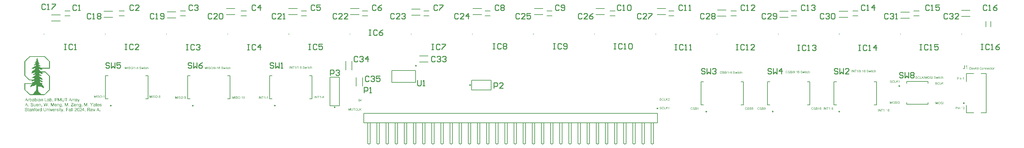
<source format=gbr>
%TF.GenerationSoftware,Altium Limited,Altium Designer,24.9.1 (31)*%
G04 Layer_Color=65535*
%FSLAX45Y45*%
%MOMM*%
%TF.SameCoordinates,261FE19A-EF30-4485-92B3-4F91B7BE389E*%
%TF.FilePolarity,Positive*%
%TF.FileFunction,Legend,Top*%
%TF.Part,Single*%
G01*
G75*
%TA.AperFunction,NonConductor*%
%ADD39C,0.25000*%
%ADD40C,0.20000*%
%ADD41C,0.15500*%
%ADD42C,0.25400*%
G36*
X724535Y2133600D02*
X735965D01*
Y2127885D01*
X741680D01*
Y2122170D01*
X747395D01*
Y2116455D01*
X753110D01*
Y2110740D01*
X758825D01*
Y2105025D01*
X764540D01*
Y2099310D01*
X770255D01*
Y2093595D01*
X775970D01*
Y2087880D01*
X781685D01*
Y2082165D01*
X787400D01*
Y2076450D01*
X793115D01*
Y2070735D01*
X798830D01*
Y2065020D01*
X804545D01*
Y2059305D01*
X810260D01*
Y2053590D01*
X815975D01*
Y2047875D01*
X821690D01*
Y2042160D01*
X827405D01*
Y2036445D01*
X833120D01*
Y2030730D01*
X838835D01*
Y2025015D01*
X844550D01*
Y2019300D01*
X850265D01*
Y2013585D01*
X855980D01*
Y2007870D01*
X861695D01*
Y2002155D01*
X867410D01*
Y1996440D01*
X873125D01*
Y1790700D01*
X655955D01*
Y1784985D01*
X661670D01*
Y1779270D01*
X667385D01*
Y1762125D01*
X650240D01*
Y1767840D01*
X604520D01*
Y1773555D01*
X587375D01*
Y1779270D01*
X570230D01*
Y1767840D01*
X575945D01*
Y1756410D01*
X581660D01*
Y1750695D01*
X587375D01*
Y1744980D01*
X593090D01*
Y1739265D01*
X598805D01*
Y1733550D01*
X604520D01*
Y1727835D01*
X615950D01*
Y1722120D01*
X621665D01*
Y1716405D01*
X633095D01*
Y1710690D01*
X747395D01*
Y1704975D01*
X753110D01*
Y1699260D01*
X758825D01*
Y1693545D01*
X764540D01*
Y1687830D01*
X770255D01*
Y1682115D01*
X775970D01*
Y1676400D01*
X781685D01*
Y1670685D01*
X787400D01*
Y1664970D01*
X793115D01*
Y1659255D01*
X798830D01*
Y1653540D01*
X804545D01*
Y1647825D01*
X810260D01*
Y1642110D01*
X815975D01*
Y1636395D01*
X821690D01*
Y1630680D01*
X827405D01*
Y1624965D01*
X833120D01*
Y1619250D01*
X838835D01*
Y1613535D01*
X844550D01*
Y1607820D01*
X850265D01*
Y1602105D01*
X855980D01*
Y1596390D01*
X861695D01*
Y1590675D01*
X867410D01*
Y1584960D01*
X873125D01*
Y1196340D01*
X867410D01*
Y1190625D01*
X861695D01*
Y1184910D01*
X855980D01*
Y1179195D01*
X850265D01*
Y1173480D01*
X844550D01*
Y1167765D01*
X838835D01*
Y1162050D01*
X833120D01*
Y1156335D01*
X827405D01*
Y1150620D01*
X821690D01*
Y1144905D01*
X815975D01*
Y1139190D01*
X810260D01*
Y1133475D01*
X804545D01*
Y1127760D01*
X798830D01*
Y1122045D01*
X793115D01*
Y1116330D01*
X787400D01*
Y1110615D01*
X781685D01*
Y1104900D01*
X770255D01*
Y1099185D01*
X764540D01*
Y1093470D01*
X758825D01*
Y1087755D01*
X753110D01*
Y1082040D01*
X747395D01*
Y1076325D01*
X741680D01*
Y1070610D01*
X735965D01*
Y1064895D01*
X730250D01*
Y1059180D01*
X724535D01*
Y1053465D01*
X313055D01*
Y1059180D01*
X307340D01*
Y1064895D01*
X301625D01*
Y1070610D01*
X295910D01*
Y1076325D01*
X290195D01*
Y1082040D01*
X284480D01*
Y1087755D01*
X278765D01*
Y1093470D01*
X273050D01*
Y1099185D01*
X267335D01*
Y1104900D01*
X261620D01*
Y1110615D01*
X255905D01*
Y1116330D01*
X250190D01*
Y1122045D01*
X244475D01*
Y1127760D01*
X238760D01*
Y1133475D01*
X233045D01*
Y1139190D01*
X227330D01*
Y1144905D01*
X221615D01*
Y1150620D01*
X215900D01*
Y1156335D01*
X210185D01*
Y1162050D01*
X204470D01*
Y1167765D01*
X198755D01*
Y1173480D01*
X193040D01*
Y1179195D01*
X181610D01*
Y1184910D01*
X175895D01*
Y1190625D01*
X170180D01*
Y1202055D01*
X164465D01*
Y1379220D01*
X170180D01*
Y1384935D01*
X381635D01*
Y1390650D01*
X375920D01*
Y1396365D01*
X370205D01*
Y1402080D01*
X375920D01*
Y1407795D01*
X393065D01*
Y1413510D01*
X415925D01*
Y1419225D01*
X427355D01*
Y1424940D01*
X433070D01*
Y1430655D01*
X438785D01*
Y1436370D01*
X444500D01*
Y1447800D01*
X438785D01*
Y1453515D01*
X421640D01*
Y1447800D01*
X404495D01*
Y1442085D01*
X387350D01*
Y1436370D01*
X364490D01*
Y1453515D01*
X370205D01*
Y1459230D01*
X375920D01*
Y1470660D01*
X290195D01*
Y1476375D01*
X284480D01*
Y1482090D01*
X278765D01*
Y1487805D01*
X273050D01*
Y1493520D01*
X267335D01*
Y1499235D01*
X261620D01*
Y1504950D01*
X255905D01*
Y1510665D01*
X250190D01*
Y1516380D01*
X244475D01*
Y1522095D01*
X238760D01*
Y1527810D01*
X233045D01*
Y1533525D01*
X227330D01*
Y1539240D01*
X221615D01*
Y1544955D01*
X215900D01*
Y1550670D01*
X210185D01*
Y1556385D01*
X204470D01*
Y1562100D01*
X198755D01*
Y1567815D01*
X193040D01*
Y1573530D01*
X187325D01*
Y1579245D01*
X181610D01*
Y1584960D01*
X175895D01*
Y1590675D01*
X170180D01*
Y1596390D01*
X164465D01*
Y1996440D01*
X170180D01*
Y2002155D01*
X175895D01*
Y2007870D01*
X181610D01*
Y2013585D01*
X187325D01*
Y2019300D01*
X193040D01*
Y2025015D01*
X198755D01*
Y2030730D01*
X204470D01*
Y2036445D01*
X210185D01*
Y2042160D01*
X215900D01*
Y2047875D01*
X221615D01*
Y2053590D01*
X227330D01*
Y2059305D01*
X233045D01*
Y2065020D01*
X238760D01*
Y2070735D01*
X244475D01*
Y2076450D01*
X255905D01*
Y2082165D01*
X261620D01*
Y2087880D01*
X267335D01*
Y2093595D01*
X273050D01*
Y2099310D01*
X278765D01*
Y2105025D01*
X284480D01*
Y2110740D01*
X290195D01*
Y2116455D01*
X295910D01*
Y2122170D01*
X301625D01*
Y2127885D01*
X307340D01*
Y2133600D01*
X313055D01*
Y2139315D01*
X724535D01*
Y2133600D01*
D02*
G37*
G36*
X25657150Y866229D02*
X25657831D01*
X25659491Y866034D01*
X25661441Y865742D01*
X25663586Y865352D01*
X25665732Y864766D01*
X25667780Y863986D01*
X25667880D01*
X25667975Y863889D01*
X25668268Y863791D01*
X25668658Y863596D01*
X25669635Y863011D01*
X25670901Y862328D01*
X25672269Y861353D01*
X25673633Y860182D01*
X25675000Y858817D01*
X25676169Y857256D01*
X25676266Y857061D01*
X25676657Y856476D01*
X25677145Y855500D01*
X25677631Y854330D01*
X25678217Y852867D01*
X25678802Y851111D01*
X25679193Y849258D01*
X25679388Y847210D01*
X25671292Y846625D01*
Y846722D01*
Y846917D01*
X25671194Y847210D01*
X25671097Y847600D01*
X25670901Y848673D01*
X25670511Y850038D01*
X25669928Y851501D01*
X25669147Y852965D01*
X25668073Y854428D01*
X25666806Y855696D01*
X25666611Y855793D01*
X25666122Y856183D01*
X25665244Y856671D01*
X25664075Y857256D01*
X25662515Y857841D01*
X25660562Y858329D01*
X25658319Y858719D01*
X25655688Y858817D01*
X25654419D01*
X25653833Y858719D01*
X25653052D01*
X25651395Y858427D01*
X25649542Y858134D01*
X25647690Y857646D01*
X25645932Y856963D01*
X25645154Y856476D01*
X25644470Y855988D01*
X25644373Y855891D01*
X25643982Y855500D01*
X25643396Y854915D01*
X25642813Y854037D01*
X25642130Y853062D01*
X25641641Y851892D01*
X25641251Y850624D01*
X25641055Y849161D01*
Y848966D01*
Y848575D01*
X25641153Y847893D01*
X25641348Y847112D01*
X25641641Y846235D01*
X25642130Y845259D01*
X25642715Y844381D01*
X25643494Y843504D01*
X25643591Y843406D01*
X25644080Y843113D01*
X25644373Y842918D01*
X25644763Y842626D01*
X25645349Y842431D01*
X25646030Y842138D01*
X25646811Y841748D01*
X25647690Y841358D01*
X25648663Y841065D01*
X25649835Y840675D01*
X25651199Y840187D01*
X25652664Y839797D01*
X25654321Y839407D01*
X25656174Y838919D01*
X25656271D01*
X25656662Y838822D01*
X25657150Y838724D01*
X25657831Y838529D01*
X25658710Y838334D01*
X25659686Y838042D01*
X25661832Y837554D01*
X25664172Y836871D01*
X25666513Y836188D01*
X25667682Y835896D01*
X25668658Y835506D01*
X25669635Y835115D01*
X25670413Y834823D01*
X25670511D01*
X25670706Y834725D01*
X25670901Y834530D01*
X25671292Y834335D01*
X25672269Y833750D01*
X25673535Y833067D01*
X25674902Y832092D01*
X25676266Y830921D01*
X25677536Y829653D01*
X25678607Y828288D01*
X25678705Y828093D01*
X25678998Y827605D01*
X25679486Y826825D01*
X25679974Y825654D01*
X25680460Y824386D01*
X25680948Y822826D01*
X25681241Y821070D01*
X25681339Y819217D01*
Y819120D01*
Y819022D01*
Y818729D01*
Y818339D01*
X25681143Y817364D01*
X25680948Y816096D01*
X25680655Y814633D01*
X25680072Y812975D01*
X25679388Y811219D01*
X25678412Y809561D01*
X25678314Y809366D01*
X25677826Y808781D01*
X25677243Y808000D01*
X25676266Y807025D01*
X25675095Y805855D01*
X25673633Y804684D01*
X25671878Y803611D01*
X25669928Y802538D01*
X25669830D01*
X25669635Y802441D01*
X25669342Y802343D01*
X25668951Y802148D01*
X25668463Y801953D01*
X25667880Y801758D01*
X25666318Y801368D01*
X25664563Y800880D01*
X25662418Y800490D01*
X25660172Y800198D01*
X25657635Y800100D01*
X25656174D01*
X25655490Y800198D01*
X25654614D01*
X25653638Y800295D01*
X25652563Y800393D01*
X25650323Y800685D01*
X25647885Y801173D01*
X25645444Y801758D01*
X25643103Y802538D01*
X25643008D01*
X25642813Y802636D01*
X25642520Y802831D01*
X25642130Y803026D01*
X25641055Y803611D01*
X25639789Y804489D01*
X25638229Y805562D01*
X25636765Y806830D01*
X25635205Y808391D01*
X25633838Y810146D01*
Y810244D01*
X25633740Y810341D01*
X25633545Y810634D01*
X25633350Y811024D01*
X25633057Y811512D01*
X25632767Y812097D01*
X25632181Y813560D01*
X25631595Y815218D01*
X25631009Y817266D01*
X25630621Y819412D01*
X25630426Y821753D01*
X25638422Y822436D01*
Y822338D01*
Y822241D01*
X25638519Y821655D01*
X25638715Y820778D01*
X25638910Y819607D01*
X25639301Y818339D01*
X25639691Y816974D01*
X25640277Y815706D01*
X25640958Y814438D01*
X25641055Y814340D01*
X25641348Y813950D01*
X25641837Y813365D01*
X25642618Y812682D01*
X25643494Y811902D01*
X25644568Y811024D01*
X25645932Y810244D01*
X25647397Y809463D01*
X25647495D01*
X25647592Y809366D01*
X25648175Y809171D01*
X25649054Y808878D01*
X25650323Y808586D01*
X25651688Y808195D01*
X25653442Y807903D01*
X25655295Y807708D01*
X25657248Y807610D01*
X25658026D01*
X25659003Y807708D01*
X25660077Y807805D01*
X25661441Y807903D01*
X25662808Y808195D01*
X25664270Y808488D01*
X25665732Y808976D01*
X25665927Y809073D01*
X25666318Y809268D01*
X25667001Y809561D01*
X25667780Y810049D01*
X25668756Y810634D01*
X25669635Y811317D01*
X25670511Y812097D01*
X25671292Y812975D01*
X25671390Y813072D01*
X25671585Y813462D01*
X25671878Y813950D01*
X25672269Y814633D01*
X25672559Y815413D01*
X25672852Y816389D01*
X25673047Y817364D01*
X25673145Y818437D01*
Y818534D01*
Y818924D01*
X25673047Y819510D01*
X25672949Y820192D01*
X25672754Y821070D01*
X25672366Y821948D01*
X25671976Y822826D01*
X25671390Y823704D01*
X25671292Y823801D01*
X25671097Y824094D01*
X25670609Y824484D01*
X25670023Y825069D01*
X25669244Y825654D01*
X25668268Y826240D01*
X25667001Y826922D01*
X25665634Y827508D01*
X25665536Y827605D01*
X25665149Y827703D01*
X25664368Y827898D01*
X25663879Y828093D01*
X25663293Y828288D01*
X25662515Y828483D01*
X25661734Y828678D01*
X25660757Y828971D01*
X25659784Y829263D01*
X25658612Y829556D01*
X25657248Y829848D01*
X25655783Y830239D01*
X25654224Y830629D01*
X25654126D01*
X25653833Y830726D01*
X25653345Y830824D01*
X25652759Y831019D01*
X25652078Y831214D01*
X25651297Y831409D01*
X25649445Y831897D01*
X25647397Y832579D01*
X25645349Y833262D01*
X25643494Y833945D01*
X25642618Y834238D01*
X25641934Y834628D01*
X25641837D01*
X25641739Y834725D01*
X25641153Y835115D01*
X25640372Y835603D01*
X25639398Y836286D01*
X25638229Y837164D01*
X25637155Y838139D01*
X25636081Y839309D01*
X25635107Y840577D01*
X25635010Y840773D01*
X25634717Y841260D01*
X25634424Y841943D01*
X25634033Y842918D01*
X25633545Y844089D01*
X25633252Y845454D01*
X25632962Y847015D01*
X25632864Y848575D01*
Y848673D01*
Y848770D01*
Y849063D01*
Y849453D01*
X25633057Y850331D01*
X25633252Y851501D01*
X25633545Y852965D01*
X25634033Y854428D01*
X25634717Y856086D01*
X25635593Y857646D01*
Y857744D01*
X25635693Y857841D01*
X25636081Y858329D01*
X25636765Y859109D01*
X25637643Y860085D01*
X25638715Y861060D01*
X25640082Y862133D01*
X25641739Y863206D01*
X25643591Y864084D01*
X25643689D01*
X25643787Y864181D01*
X25644080Y864279D01*
X25644568Y864474D01*
X25645056Y864571D01*
X25645639Y864766D01*
X25647006Y865254D01*
X25648761Y865644D01*
X25650711Y865937D01*
X25652957Y866229D01*
X25655295Y866327D01*
X25656467D01*
X25657150Y866229D01*
D02*
G37*
G36*
X25550055Y801173D02*
X25541862D01*
Y854818D01*
X25523135Y801173D01*
X25515527D01*
X25497093Y855696D01*
Y801173D01*
X25488901D01*
Y865254D01*
X25501579D01*
X25516795Y819900D01*
Y819802D01*
X25516893Y819607D01*
X25516991Y819315D01*
X25517088Y818827D01*
X25517477Y817754D01*
X25517966Y816389D01*
X25518452Y814828D01*
X25518941Y813267D01*
X25519429Y811707D01*
X25519820Y810439D01*
X25519916Y810634D01*
X25520013Y811122D01*
X25520306Y811902D01*
X25520697Y812975D01*
X25521088Y814438D01*
X25521672Y816193D01*
X25522452Y818242D01*
X25523233Y820680D01*
X25538547Y865254D01*
X25550055D01*
Y801173D01*
D02*
G37*
G36*
X25702893D02*
X25694409D01*
Y865254D01*
X25702893D01*
Y801173D01*
D02*
G37*
G36*
X25593166Y866229D02*
X25593945D01*
X25594922Y866132D01*
X25595897Y865937D01*
X25597067Y865839D01*
X25599506Y865254D01*
X25602237Y864474D01*
X25604968Y863498D01*
X25606332Y862816D01*
X25607700Y862035D01*
X25607797D01*
X25607990Y861840D01*
X25608383Y861645D01*
X25608868Y861255D01*
X25609454Y860865D01*
X25610138Y860280D01*
X25611697Y859012D01*
X25613452Y857354D01*
X25615308Y855305D01*
X25616965Y852965D01*
X25618524Y850234D01*
Y850136D01*
X25618719Y849843D01*
X25618915Y849453D01*
X25619110Y848868D01*
X25619403Y848185D01*
X25619696Y847307D01*
X25620087Y846332D01*
X25620477Y845259D01*
X25620770Y843991D01*
X25621158Y842723D01*
X25621744Y839797D01*
X25622134Y836578D01*
X25622330Y833067D01*
Y832970D01*
Y832677D01*
Y832092D01*
X25622232Y831409D01*
Y830531D01*
X25622134Y829556D01*
X25622037Y828483D01*
X25621841Y827215D01*
X25621353Y824484D01*
X25620670Y821558D01*
X25619696Y818534D01*
X25618329Y815608D01*
Y815511D01*
X25618134Y815316D01*
X25617941Y814925D01*
X25617648Y814340D01*
X25617160Y813755D01*
X25616672Y812975D01*
X25615503Y811317D01*
X25613940Y809463D01*
X25611990Y807513D01*
X25609747Y805660D01*
X25607211Y804001D01*
X25607114D01*
X25606918Y803806D01*
X25606528Y803611D01*
X25605942Y803416D01*
X25605261Y803124D01*
X25604480Y802733D01*
X25603601Y802441D01*
X25602530Y802051D01*
X25600287Y801368D01*
X25597653Y800685D01*
X25594727Y800295D01*
X25591702Y800100D01*
X25590825D01*
X25590141Y800198D01*
X25589362D01*
X25588484Y800295D01*
X25587411Y800490D01*
X25586241Y800685D01*
X25583803Y801173D01*
X25581071Y801953D01*
X25578242Y803026D01*
X25576877Y803611D01*
X25575513Y804392D01*
X25575414Y804489D01*
X25575220Y804587D01*
X25574829Y804879D01*
X25574342Y805172D01*
X25573756Y805660D01*
X25573074Y806147D01*
X25571513Y807513D01*
X25569757Y809268D01*
X25567905Y811219D01*
X25566246Y813658D01*
X25564685Y816291D01*
Y816389D01*
X25564490Y816681D01*
X25564394Y817071D01*
X25564101Y817656D01*
X25563808Y818339D01*
X25563515Y819120D01*
X25563222Y820095D01*
X25562930Y821168D01*
X25562540Y822338D01*
X25562247Y823509D01*
X25561662Y826240D01*
X25561272Y829166D01*
X25561076Y832287D01*
Y832482D01*
Y832970D01*
X25561174Y833847D01*
Y834920D01*
X25561369Y836286D01*
X25561565Y837846D01*
X25561758Y839505D01*
X25562151Y841455D01*
X25562637Y843406D01*
X25563126Y845454D01*
X25563808Y847502D01*
X25564685Y849551D01*
X25565662Y851599D01*
X25566734Y853647D01*
X25568098Y855500D01*
X25569562Y857256D01*
X25569659Y857354D01*
X25569952Y857646D01*
X25570441Y858134D01*
X25571123Y858719D01*
X25572002Y859402D01*
X25572977Y860085D01*
X25574146Y860962D01*
X25575513Y861840D01*
X25577074Y862621D01*
X25578731Y863498D01*
X25580585Y864181D01*
X25582535Y864961D01*
X25584583Y865449D01*
X25586826Y865937D01*
X25589265Y866229D01*
X25591702Y866327D01*
X25592581D01*
X25593166Y866229D01*
D02*
G37*
G36*
X24387151Y878929D02*
X24387833D01*
X24389490Y878734D01*
X24391441Y878442D01*
X24393587Y878052D01*
X24395734Y877466D01*
X24397781Y876686D01*
X24397879D01*
X24397977Y876589D01*
X24398270Y876491D01*
X24398659Y876296D01*
X24399634Y875711D01*
X24400902Y875028D01*
X24402267Y874053D01*
X24403633Y872882D01*
X24404999Y871517D01*
X24406169Y869956D01*
X24406267Y869761D01*
X24406657Y869176D01*
X24407144Y868200D01*
X24407632Y867030D01*
X24408217Y865567D01*
X24408803Y863811D01*
X24409193Y861958D01*
X24409389Y859910D01*
X24401292Y859325D01*
Y859422D01*
Y859617D01*
X24401195Y859910D01*
X24401097Y860300D01*
X24400902Y861373D01*
X24400513Y862738D01*
X24399927Y864201D01*
X24399147Y865665D01*
X24398074Y867128D01*
X24396806Y868396D01*
X24396611Y868493D01*
X24396123Y868883D01*
X24395245Y869371D01*
X24394075Y869956D01*
X24392514Y870541D01*
X24390562Y871029D01*
X24388319Y871419D01*
X24385687Y871517D01*
X24384419D01*
X24383833Y871419D01*
X24383054D01*
X24381395Y871127D01*
X24379543Y870834D01*
X24377689Y870346D01*
X24375932Y869663D01*
X24375153Y869176D01*
X24374471Y868688D01*
X24374371Y868591D01*
X24373982Y868200D01*
X24373396Y867615D01*
X24372812Y866737D01*
X24372128Y865762D01*
X24371642Y864592D01*
X24371251Y863324D01*
X24371056Y861861D01*
Y861666D01*
Y861275D01*
X24371153Y860593D01*
X24371349Y859812D01*
X24371642Y858935D01*
X24372128Y857959D01*
X24372714Y857081D01*
X24373495Y856204D01*
X24373592Y856106D01*
X24374080Y855813D01*
X24374371Y855618D01*
X24374763Y855326D01*
X24375348Y855131D01*
X24376030Y854838D01*
X24376811Y854448D01*
X24377689Y854058D01*
X24378664Y853765D01*
X24379834Y853375D01*
X24381200Y852887D01*
X24382663Y852497D01*
X24384322Y852107D01*
X24386174Y851619D01*
X24386272D01*
X24386662Y851522D01*
X24387151Y851424D01*
X24387833Y851229D01*
X24388710Y851034D01*
X24389687Y850742D01*
X24391830Y850254D01*
X24394173Y849571D01*
X24396513Y848888D01*
X24397684Y848596D01*
X24398659Y848206D01*
X24399634Y847815D01*
X24400414Y847523D01*
X24400513D01*
X24400706Y847425D01*
X24400902Y847230D01*
X24401292Y847035D01*
X24402267Y846450D01*
X24403535Y845767D01*
X24404901Y844792D01*
X24406267Y843621D01*
X24407535Y842353D01*
X24408607Y840988D01*
X24408705Y840793D01*
X24408998Y840305D01*
X24409485Y839525D01*
X24409973Y838354D01*
X24410461Y837086D01*
X24410948Y835526D01*
X24411241Y833770D01*
X24411339Y831917D01*
Y831820D01*
Y831722D01*
Y831429D01*
Y831039D01*
X24411143Y830064D01*
X24410948Y828796D01*
X24410657Y827333D01*
X24410071Y825675D01*
X24409389Y823919D01*
X24408412Y822261D01*
X24408315Y822066D01*
X24407828Y821481D01*
X24407242Y820700D01*
X24406267Y819725D01*
X24405096Y818555D01*
X24403633Y817384D01*
X24401878Y816311D01*
X24399927Y815238D01*
X24399829D01*
X24399634Y815141D01*
X24399342Y815043D01*
X24398952Y814848D01*
X24398463Y814653D01*
X24397879Y814458D01*
X24396318Y814068D01*
X24394562Y813580D01*
X24392416Y813190D01*
X24390173Y812898D01*
X24387637Y812800D01*
X24386174D01*
X24385490Y812898D01*
X24384615D01*
X24383638Y812995D01*
X24382565Y813093D01*
X24380322Y813385D01*
X24377884Y813873D01*
X24375446Y814458D01*
X24373103Y815238D01*
X24373007D01*
X24372812Y815336D01*
X24372519Y815531D01*
X24372128Y815726D01*
X24371056Y816311D01*
X24369788Y817189D01*
X24368228Y818262D01*
X24366765Y819530D01*
X24365204Y821091D01*
X24363838Y822846D01*
Y822944D01*
X24363741Y823041D01*
X24363547Y823334D01*
X24363351Y823724D01*
X24363058Y824212D01*
X24362766Y824797D01*
X24362180Y826260D01*
X24361595Y827918D01*
X24361011Y829966D01*
X24360620Y832112D01*
X24360425Y834453D01*
X24368423Y835136D01*
Y835038D01*
Y834941D01*
X24368520Y834355D01*
X24368715Y833478D01*
X24368910Y832307D01*
X24369301Y831039D01*
X24369691Y829674D01*
X24370276Y828406D01*
X24370959Y827138D01*
X24371056Y827040D01*
X24371349Y826650D01*
X24371835Y826065D01*
X24372617Y825382D01*
X24373495Y824602D01*
X24374567Y823724D01*
X24375932Y822944D01*
X24377396Y822163D01*
X24377493D01*
X24377591Y822066D01*
X24378175Y821871D01*
X24379054Y821578D01*
X24380322Y821286D01*
X24381688Y820895D01*
X24383443Y820603D01*
X24385297Y820408D01*
X24387247Y820310D01*
X24388026D01*
X24389003Y820408D01*
X24390076Y820505D01*
X24391441Y820603D01*
X24392807Y820895D01*
X24394270Y821188D01*
X24395734Y821676D01*
X24395927Y821773D01*
X24396318Y821968D01*
X24397002Y822261D01*
X24397781Y822749D01*
X24398756Y823334D01*
X24399634Y824017D01*
X24400513Y824797D01*
X24401292Y825675D01*
X24401390Y825772D01*
X24401585Y826162D01*
X24401878Y826650D01*
X24402267Y827333D01*
X24402560Y828113D01*
X24402853Y829089D01*
X24403049Y830064D01*
X24403146Y831137D01*
Y831234D01*
Y831624D01*
X24403049Y832210D01*
X24402950Y832892D01*
X24402756Y833770D01*
X24402365Y834648D01*
X24401974Y835526D01*
X24401390Y836404D01*
X24401292Y836501D01*
X24401097Y836794D01*
X24400610Y837184D01*
X24400024Y837769D01*
X24399245Y838354D01*
X24398270Y838940D01*
X24397002Y839622D01*
X24395634Y840208D01*
X24395538Y840305D01*
X24395148Y840403D01*
X24394366Y840598D01*
X24393880Y840793D01*
X24393294Y840988D01*
X24392514Y841183D01*
X24391734Y841378D01*
X24390758Y841671D01*
X24389783Y841963D01*
X24388612Y842256D01*
X24387247Y842548D01*
X24385783Y842939D01*
X24384224Y843329D01*
X24384126D01*
X24383833Y843426D01*
X24383347Y843524D01*
X24382761Y843719D01*
X24382079Y843914D01*
X24381297Y844109D01*
X24379443Y844597D01*
X24377396Y845279D01*
X24375348Y845962D01*
X24373495Y846645D01*
X24372617Y846938D01*
X24371935Y847328D01*
X24371835D01*
X24371739Y847425D01*
X24371153Y847815D01*
X24370374Y848303D01*
X24369398Y848986D01*
X24368228Y849864D01*
X24367155Y850839D01*
X24366081Y852009D01*
X24365106Y853277D01*
X24365009Y853473D01*
X24364716Y853960D01*
X24364424Y854643D01*
X24364034Y855618D01*
X24363547Y856789D01*
X24363252Y858154D01*
X24362961Y859715D01*
X24362863Y861275D01*
Y861373D01*
Y861470D01*
Y861763D01*
Y862153D01*
X24363058Y863031D01*
X24363252Y864201D01*
X24363547Y865665D01*
X24364034Y867128D01*
X24364716Y868786D01*
X24365594Y870346D01*
Y870444D01*
X24365692Y870541D01*
X24366081Y871029D01*
X24366765Y871809D01*
X24367642Y872785D01*
X24368715Y873760D01*
X24370081Y874833D01*
X24371739Y875906D01*
X24373592Y876784D01*
X24373689D01*
X24373787Y876881D01*
X24374080Y876979D01*
X24374567Y877174D01*
X24375055Y877271D01*
X24375639Y877466D01*
X24377007Y877954D01*
X24378761Y878344D01*
X24380711Y878637D01*
X24382956Y878929D01*
X24385297Y879027D01*
X24386467D01*
X24387151Y878929D01*
D02*
G37*
G36*
X24280055Y813873D02*
X24271861D01*
Y867518D01*
X24253136Y813873D01*
X24245528D01*
X24227094Y868396D01*
Y813873D01*
X24218900D01*
Y877954D01*
X24231580D01*
X24246796Y832600D01*
Y832502D01*
X24246893Y832307D01*
X24246989Y832015D01*
X24247089Y831527D01*
X24247478Y830454D01*
X24247966Y829089D01*
X24248453Y827528D01*
X24248941Y825967D01*
X24249429Y824407D01*
X24249818Y823139D01*
X24249916Y823334D01*
X24250014Y823822D01*
X24250307Y824602D01*
X24250697Y825675D01*
X24251086Y827138D01*
X24251672Y828893D01*
X24252452Y830942D01*
X24253233Y833380D01*
X24268546Y877954D01*
X24280055D01*
Y813873D01*
D02*
G37*
G36*
X24467323Y878149D02*
X24468105Y878052D01*
X24468982Y877954D01*
X24469958Y877857D01*
X24471031Y877564D01*
X24473370Y876979D01*
X24475810Y876101D01*
X24477078Y875516D01*
X24478249Y874833D01*
X24479321Y873955D01*
X24480394Y873077D01*
X24480492Y872980D01*
X24480589Y872882D01*
X24480882Y872590D01*
X24481271Y872199D01*
X24481662Y871614D01*
X24482150Y871029D01*
X24483125Y869566D01*
X24484100Y867713D01*
X24484978Y865567D01*
X24485661Y863129D01*
X24485757Y861763D01*
X24485857Y860398D01*
Y860202D01*
Y859715D01*
X24485757Y858935D01*
X24485661Y857959D01*
X24485466Y856789D01*
X24485173Y855521D01*
X24484782Y854155D01*
X24484198Y852790D01*
X24484100Y852595D01*
X24483905Y852107D01*
X24483514Y851424D01*
X24482930Y850449D01*
X24482246Y849278D01*
X24481369Y847913D01*
X24480199Y846547D01*
X24478931Y844987D01*
X24478735Y844792D01*
X24478249Y844207D01*
X24477370Y843329D01*
X24476785Y842744D01*
X24476102Y842061D01*
X24475322Y841281D01*
X24474347Y840403D01*
X24473370Y839525D01*
X24472299Y838452D01*
X24471127Y837379D01*
X24469763Y836209D01*
X24468398Y835038D01*
X24466837Y833673D01*
X24466739Y833575D01*
X24466544Y833380D01*
X24466154Y833087D01*
X24465666Y832697D01*
X24464496Y831722D01*
X24463033Y830454D01*
X24461571Y829089D01*
X24460008Y827723D01*
X24458742Y826553D01*
X24458253Y826065D01*
X24457767Y825577D01*
X24457668Y825480D01*
X24457474Y825187D01*
X24457083Y824797D01*
X24456595Y824212D01*
X24455522Y822944D01*
X24454449Y821383D01*
X24485954D01*
Y813873D01*
X24443526D01*
Y813970D01*
Y814361D01*
Y814946D01*
X24443623Y815629D01*
X24443719Y816409D01*
X24443819Y817287D01*
X24444112Y818262D01*
X24444403Y819237D01*
Y819335D01*
X24444501Y819432D01*
X24444696Y820018D01*
X24445087Y820798D01*
X24445671Y821968D01*
X24446355Y823236D01*
X24447330Y824699D01*
X24448305Y826162D01*
X24449573Y827723D01*
Y827821D01*
X24449768Y827918D01*
X24450255Y828503D01*
X24451036Y829381D01*
X24452206Y830552D01*
X24453670Y831917D01*
X24455424Y833575D01*
X24457571Y835428D01*
X24459911Y837477D01*
X24460008Y837574D01*
X24460399Y837867D01*
X24460887Y838257D01*
X24461571Y838940D01*
X24462447Y839622D01*
X24463423Y840500D01*
X24465569Y842353D01*
X24467909Y844597D01*
X24470250Y846840D01*
X24471420Y847913D01*
X24472395Y848986D01*
X24473274Y850059D01*
X24474054Y851034D01*
Y851132D01*
X24474249Y851229D01*
X24474445Y851522D01*
X24474638Y851912D01*
X24475224Y852887D01*
X24475906Y854155D01*
X24476590Y855618D01*
X24477174Y857179D01*
X24477565Y858935D01*
X24477760Y860593D01*
Y860690D01*
Y860788D01*
X24477663Y861373D01*
X24477565Y862251D01*
X24477370Y863324D01*
X24476883Y864592D01*
X24476299Y865860D01*
X24475517Y867225D01*
X24474347Y868493D01*
X24474152Y868591D01*
X24473763Y868981D01*
X24472981Y869468D01*
X24472006Y870151D01*
X24470738Y870736D01*
X24469275Y871224D01*
X24467519Y871614D01*
X24465569Y871712D01*
X24464983D01*
X24464594Y871614D01*
X24463618Y871517D01*
X24462350Y871322D01*
X24460887Y870834D01*
X24459326Y870249D01*
X24457863Y869371D01*
X24456499Y868200D01*
X24456400Y868005D01*
X24456010Y867615D01*
X24455424Y866835D01*
X24454840Y865762D01*
X24454156Y864397D01*
X24453670Y862836D01*
X24453279Y860983D01*
X24453084Y858837D01*
X24444987Y859715D01*
Y859812D01*
Y860105D01*
X24445087Y860593D01*
X24445184Y861178D01*
X24445380Y861958D01*
X24445476Y862836D01*
X24446062Y864787D01*
X24446841Y867030D01*
X24447916Y869273D01*
X24449377Y871517D01*
X24450159Y872492D01*
X24451134Y873467D01*
X24451231Y873565D01*
X24451427Y873662D01*
X24451718Y873955D01*
X24452109Y874248D01*
X24452695Y874540D01*
X24453377Y875028D01*
X24454156Y875418D01*
X24455035Y875906D01*
X24456010Y876296D01*
X24457083Y876784D01*
X24458351Y877174D01*
X24459619Y877466D01*
X24462544Y878052D01*
X24464107Y878149D01*
X24465764Y878247D01*
X24466641D01*
X24467323Y878149D01*
D02*
G37*
G36*
X24432893Y813873D02*
X24424408D01*
Y877954D01*
X24432893D01*
Y813873D01*
D02*
G37*
G36*
X24323166Y878929D02*
X24323946D01*
X24324922Y878832D01*
X24325897Y878637D01*
X24327068Y878539D01*
X24329506Y877954D01*
X24332237Y877174D01*
X24334969Y876198D01*
X24336333Y875516D01*
X24337698Y874735D01*
X24337796D01*
X24337991Y874540D01*
X24338382Y874345D01*
X24338869Y873955D01*
X24339455Y873565D01*
X24340137Y872980D01*
X24341698Y871712D01*
X24343452Y870054D01*
X24345306Y868005D01*
X24346965Y865665D01*
X24348524Y862934D01*
Y862836D01*
X24348720Y862543D01*
X24348915Y862153D01*
X24349110Y861568D01*
X24349403Y860885D01*
X24349696Y860007D01*
X24350085Y859032D01*
X24350476Y857959D01*
X24350769Y856691D01*
X24351160Y855423D01*
X24351744Y852497D01*
X24352135Y849278D01*
X24352328Y845767D01*
Y845670D01*
Y845377D01*
Y844792D01*
X24352232Y844109D01*
Y843231D01*
X24352135Y842256D01*
X24352037Y841183D01*
X24351842Y839915D01*
X24351353Y837184D01*
X24350671Y834258D01*
X24349696Y831234D01*
X24348331Y828308D01*
Y828211D01*
X24348135Y828016D01*
X24347940Y827625D01*
X24347649Y827040D01*
X24347160Y826455D01*
X24346672Y825675D01*
X24345502Y824017D01*
X24343941Y822163D01*
X24341991Y820213D01*
X24339748Y818360D01*
X24337212Y816701D01*
X24337114D01*
X24336919Y816506D01*
X24336528Y816311D01*
X24335944Y816116D01*
X24335260Y815824D01*
X24334480Y815433D01*
X24333601Y815141D01*
X24332529Y814751D01*
X24330286Y814068D01*
X24327654Y813385D01*
X24324727Y812995D01*
X24321703Y812800D01*
X24320825D01*
X24320142Y812898D01*
X24319362D01*
X24318484Y812995D01*
X24317410Y813190D01*
X24316241Y813385D01*
X24313803Y813873D01*
X24311072Y814653D01*
X24308243Y815726D01*
X24306877Y816311D01*
X24305511Y817092D01*
X24305414Y817189D01*
X24305219Y817287D01*
X24304829Y817579D01*
X24304343Y817872D01*
X24303757Y818360D01*
X24303075Y818847D01*
X24301514Y820213D01*
X24299757Y821968D01*
X24297903Y823919D01*
X24296246Y826358D01*
X24294685Y828991D01*
Y829089D01*
X24294490Y829381D01*
X24294392Y829771D01*
X24294099Y830356D01*
X24293808Y831039D01*
X24293515Y831820D01*
X24293222Y832795D01*
X24292931Y833868D01*
X24292540Y835038D01*
X24292247Y836209D01*
X24291663Y838940D01*
X24291272Y841866D01*
X24291077Y844987D01*
Y845182D01*
Y845670D01*
X24291174Y846547D01*
Y847620D01*
X24291370Y848986D01*
X24291563Y850546D01*
X24291759Y852205D01*
X24292149Y854155D01*
X24292638Y856106D01*
X24293124Y858154D01*
X24293808Y860202D01*
X24294685Y862251D01*
X24295660Y864299D01*
X24296735Y866347D01*
X24298099Y868200D01*
X24299562Y869956D01*
X24299660Y870054D01*
X24299953Y870346D01*
X24300439Y870834D01*
X24301123Y871419D01*
X24302000Y872102D01*
X24302975Y872785D01*
X24304146Y873662D01*
X24305511Y874540D01*
X24307072Y875321D01*
X24308731Y876198D01*
X24310583Y876881D01*
X24312535Y877661D01*
X24314583Y878149D01*
X24316826Y878637D01*
X24319266Y878929D01*
X24321703Y879027D01*
X24322581D01*
X24323166Y878929D01*
D02*
G37*
G36*
X24245625Y1463129D02*
X24246307D01*
X24247966Y1462934D01*
X24249916Y1462642D01*
X24252061Y1462252D01*
X24254208Y1461666D01*
X24256256Y1460886D01*
X24256354D01*
X24256451Y1460789D01*
X24256744Y1460691D01*
X24257133Y1460496D01*
X24258109Y1459911D01*
X24259377Y1459228D01*
X24260744Y1458253D01*
X24262108Y1457082D01*
X24263474Y1455717D01*
X24264644Y1454156D01*
X24264742Y1453961D01*
X24265132Y1453376D01*
X24265620Y1452400D01*
X24266107Y1451230D01*
X24266693Y1449767D01*
X24267278Y1448011D01*
X24267668Y1446158D01*
X24267863Y1444110D01*
X24259769Y1443525D01*
Y1443622D01*
Y1443817D01*
X24259669Y1444110D01*
X24259573Y1444500D01*
X24259377Y1445573D01*
X24258987Y1446938D01*
X24258401Y1448401D01*
X24257622Y1449865D01*
X24256549Y1451328D01*
X24255281Y1452596D01*
X24255086Y1452693D01*
X24254597Y1453083D01*
X24253720Y1453571D01*
X24252550Y1454156D01*
X24250989Y1454741D01*
X24249039Y1455229D01*
X24246796Y1455619D01*
X24244162Y1455717D01*
X24242894D01*
X24242310Y1455619D01*
X24241528D01*
X24239870Y1455327D01*
X24238017Y1455034D01*
X24236163Y1454546D01*
X24234409Y1453863D01*
X24233627Y1453376D01*
X24232945Y1452888D01*
X24232848Y1452791D01*
X24232458Y1452400D01*
X24231873Y1451815D01*
X24231287Y1450937D01*
X24230605Y1449962D01*
X24230116Y1448792D01*
X24229726Y1447524D01*
X24229530Y1446061D01*
Y1445866D01*
Y1445475D01*
X24229630Y1444793D01*
X24229823Y1444012D01*
X24230116Y1443135D01*
X24230605Y1442159D01*
X24231190Y1441281D01*
X24231970Y1440404D01*
X24232066Y1440306D01*
X24232555Y1440013D01*
X24232848Y1439818D01*
X24233238Y1439526D01*
X24233823Y1439331D01*
X24234506Y1439038D01*
X24235286Y1438648D01*
X24236163Y1438258D01*
X24237138Y1437965D01*
X24238310Y1437575D01*
X24239674Y1437087D01*
X24241138Y1436697D01*
X24242796Y1436307D01*
X24244650Y1435819D01*
X24244746D01*
X24245137Y1435722D01*
X24245625Y1435624D01*
X24246307Y1435429D01*
X24247185Y1435234D01*
X24248161Y1434942D01*
X24250307Y1434454D01*
X24252647Y1433771D01*
X24254988Y1433088D01*
X24256158Y1432796D01*
X24257133Y1432406D01*
X24258109Y1432015D01*
X24258890Y1431723D01*
X24258987D01*
X24259183Y1431625D01*
X24259377Y1431430D01*
X24259769Y1431235D01*
X24260744Y1430650D01*
X24262012Y1429967D01*
X24263376Y1428992D01*
X24264742Y1427821D01*
X24266010Y1426553D01*
X24267084Y1425188D01*
X24267180Y1424993D01*
X24267473Y1424505D01*
X24267961Y1423725D01*
X24268448Y1422554D01*
X24268936Y1421286D01*
X24269424Y1419726D01*
X24269716Y1417970D01*
X24269814Y1416117D01*
Y1416020D01*
Y1415922D01*
Y1415629D01*
Y1415239D01*
X24269620Y1414264D01*
X24269424Y1412996D01*
X24269131Y1411533D01*
X24268546Y1409875D01*
X24267863Y1408119D01*
X24266888Y1406461D01*
X24266789Y1406266D01*
X24266302Y1405681D01*
X24265717Y1404900D01*
X24264742Y1403925D01*
X24263571Y1402755D01*
X24262108Y1401584D01*
X24260353Y1400511D01*
X24258401Y1399438D01*
X24258305D01*
X24258109Y1399341D01*
X24257817Y1399243D01*
X24257426Y1399048D01*
X24256940Y1398853D01*
X24256354Y1398658D01*
X24254793Y1398268D01*
X24253038Y1397780D01*
X24250893Y1397390D01*
X24248648Y1397098D01*
X24246114Y1397000D01*
X24244650D01*
X24243967Y1397098D01*
X24243089D01*
X24242114Y1397195D01*
X24241042Y1397293D01*
X24238797Y1397585D01*
X24236359Y1398073D01*
X24233920Y1398658D01*
X24231580Y1399438D01*
X24231482D01*
X24231287Y1399536D01*
X24230994Y1399731D01*
X24230605Y1399926D01*
X24229530Y1400511D01*
X24228262Y1401389D01*
X24226703Y1402462D01*
X24225240Y1403730D01*
X24223679Y1405291D01*
X24222314Y1407046D01*
Y1407144D01*
X24222215Y1407241D01*
X24222021Y1407534D01*
X24221826Y1407924D01*
X24221533Y1408412D01*
X24221242Y1408997D01*
X24220656Y1410460D01*
X24220070Y1412118D01*
X24219485Y1414166D01*
X24219095Y1416312D01*
X24218900Y1418653D01*
X24226898Y1419336D01*
Y1419238D01*
Y1419141D01*
X24226994Y1418555D01*
X24227191Y1417678D01*
X24227386Y1416507D01*
X24227776Y1415239D01*
X24228166Y1413874D01*
X24228751Y1412606D01*
X24229434Y1411338D01*
X24229530Y1411240D01*
X24229823Y1410850D01*
X24230312Y1410265D01*
X24231091Y1409582D01*
X24231970Y1408802D01*
X24233043Y1407924D01*
X24234409Y1407144D01*
X24235870Y1406363D01*
X24235970D01*
X24236066Y1406266D01*
X24236652Y1406071D01*
X24237529Y1405778D01*
X24238797Y1405486D01*
X24240163Y1405095D01*
X24241917Y1404803D01*
X24243771Y1404608D01*
X24245721Y1404510D01*
X24246503D01*
X24247478Y1404608D01*
X24248550Y1404705D01*
X24249916Y1404803D01*
X24251282Y1405095D01*
X24252745Y1405388D01*
X24254208Y1405876D01*
X24254404Y1405973D01*
X24254793Y1406168D01*
X24255476Y1406461D01*
X24256256Y1406949D01*
X24257233Y1407534D01*
X24258109Y1408217D01*
X24258987Y1408997D01*
X24259769Y1409875D01*
X24259865Y1409972D01*
X24260060Y1410362D01*
X24260353Y1410850D01*
X24260744Y1411533D01*
X24261037Y1412313D01*
X24261328Y1413289D01*
X24261523Y1414264D01*
X24261621Y1415337D01*
Y1415434D01*
Y1415824D01*
X24261523Y1416410D01*
X24261426Y1417092D01*
X24261230Y1417970D01*
X24260840Y1418848D01*
X24260451Y1419726D01*
X24259865Y1420604D01*
X24259769Y1420701D01*
X24259573Y1420994D01*
X24259085Y1421384D01*
X24258501Y1421969D01*
X24257719Y1422554D01*
X24256744Y1423140D01*
X24255476Y1423822D01*
X24254111Y1424408D01*
X24254013Y1424505D01*
X24253622Y1424603D01*
X24252843Y1424798D01*
X24252354Y1424993D01*
X24251770Y1425188D01*
X24250989Y1425383D01*
X24250209Y1425578D01*
X24249234Y1425871D01*
X24248257Y1426163D01*
X24247089Y1426456D01*
X24245721Y1426748D01*
X24244260Y1427139D01*
X24242699Y1427529D01*
X24242601D01*
X24242310Y1427626D01*
X24241821Y1427724D01*
X24241235Y1427919D01*
X24240553Y1428114D01*
X24239774Y1428309D01*
X24237920Y1428797D01*
X24235870Y1429479D01*
X24233823Y1430162D01*
X24231970Y1430845D01*
X24231091Y1431138D01*
X24230409Y1431528D01*
X24230312D01*
X24230214Y1431625D01*
X24229630Y1432015D01*
X24228848Y1432503D01*
X24227873Y1433186D01*
X24226703Y1434064D01*
X24225630Y1435039D01*
X24224557Y1436209D01*
X24223582Y1437477D01*
X24223483Y1437673D01*
X24223192Y1438160D01*
X24222899Y1438843D01*
X24222508Y1439818D01*
X24222021Y1440989D01*
X24221729Y1442354D01*
X24221436Y1443915D01*
X24221338Y1445475D01*
Y1445573D01*
Y1445670D01*
Y1445963D01*
Y1446353D01*
X24221533Y1447231D01*
X24221729Y1448401D01*
X24222021Y1449865D01*
X24222508Y1451328D01*
X24223192Y1452986D01*
X24224069Y1454546D01*
Y1454644D01*
X24224167Y1454741D01*
X24224557Y1455229D01*
X24225240Y1456009D01*
X24226118Y1456985D01*
X24227191Y1457960D01*
X24228555Y1459033D01*
X24230214Y1460106D01*
X24232066Y1460984D01*
X24232166D01*
X24232262Y1461081D01*
X24232555Y1461179D01*
X24233043Y1461374D01*
X24233530Y1461471D01*
X24234116Y1461666D01*
X24235481Y1462154D01*
X24237238Y1462544D01*
X24239188Y1462837D01*
X24241431Y1463129D01*
X24243771Y1463227D01*
X24244942D01*
X24245625Y1463129D01*
D02*
G37*
G36*
X24310779D02*
X24311559Y1463032D01*
X24312535Y1462934D01*
X24313606Y1462837D01*
X24314778Y1462642D01*
X24317314Y1462057D01*
X24320045Y1461179D01*
X24321410Y1460593D01*
X24322775Y1459911D01*
X24324043Y1459130D01*
X24325311Y1458253D01*
X24325409Y1458155D01*
X24325604Y1458058D01*
X24325897Y1457765D01*
X24326385Y1457375D01*
X24326872Y1456887D01*
X24327554Y1456204D01*
X24328238Y1455522D01*
X24328922Y1454741D01*
X24329701Y1453766D01*
X24330383Y1452791D01*
X24331165Y1451620D01*
X24331944Y1450352D01*
X24332626Y1449084D01*
X24333310Y1447621D01*
X24334480Y1444500D01*
X24326093Y1442549D01*
Y1442647D01*
X24325995Y1442842D01*
X24325897Y1443232D01*
X24325702Y1443720D01*
X24325409Y1444305D01*
X24325117Y1444988D01*
X24324434Y1446451D01*
X24323557Y1448109D01*
X24322386Y1449865D01*
X24321118Y1451425D01*
X24319557Y1452791D01*
X24319362Y1452888D01*
X24318777Y1453278D01*
X24317899Y1453766D01*
X24316631Y1454449D01*
X24315169Y1455034D01*
X24313315Y1455522D01*
X24311267Y1455912D01*
X24308926Y1456009D01*
X24308243D01*
X24307755Y1455912D01*
X24307072D01*
X24306390Y1455814D01*
X24304634Y1455522D01*
X24302682Y1455131D01*
X24300635Y1454449D01*
X24298587Y1453571D01*
X24296635Y1452400D01*
X24296539D01*
X24296442Y1452205D01*
X24295856Y1451718D01*
X24294978Y1450937D01*
X24293906Y1449865D01*
X24292831Y1448499D01*
X24291663Y1446938D01*
X24290588Y1444988D01*
X24289711Y1442842D01*
Y1442744D01*
X24289613Y1442549D01*
X24289516Y1442257D01*
X24289420Y1441769D01*
X24289223Y1441281D01*
X24289127Y1440599D01*
X24288736Y1439038D01*
X24288345Y1437185D01*
X24288052Y1435137D01*
X24287859Y1432893D01*
X24287759Y1430552D01*
Y1430455D01*
Y1430162D01*
Y1429772D01*
Y1429187D01*
X24287859Y1428504D01*
Y1427626D01*
X24287955Y1426748D01*
X24288052Y1425773D01*
X24288345Y1423530D01*
X24288736Y1421091D01*
X24289320Y1418653D01*
X24290102Y1416312D01*
Y1416215D01*
X24290199Y1416020D01*
X24290395Y1415727D01*
X24290588Y1415337D01*
X24291077Y1414166D01*
X24291856Y1412898D01*
X24292931Y1411338D01*
X24294199Y1409875D01*
X24295660Y1408412D01*
X24297417Y1407144D01*
X24297514D01*
X24297612Y1407046D01*
X24297903Y1406851D01*
X24298294Y1406656D01*
X24299367Y1406266D01*
X24300732Y1405681D01*
X24302293Y1405193D01*
X24304146Y1404705D01*
X24306195Y1404315D01*
X24308340Y1404218D01*
X24309023D01*
X24309511Y1404315D01*
X24310097D01*
X24310876Y1404413D01*
X24312535Y1404705D01*
X24314388Y1405193D01*
X24316435Y1405973D01*
X24318387Y1406949D01*
X24320337Y1408314D01*
X24320435Y1408412D01*
X24320534Y1408509D01*
X24321118Y1409094D01*
X24321996Y1410070D01*
X24323068Y1411338D01*
X24324141Y1413093D01*
X24325311Y1415142D01*
X24326286Y1417678D01*
X24327068Y1420506D01*
X24335553Y1418360D01*
Y1418263D01*
X24335455Y1417873D01*
X24335260Y1417385D01*
X24335065Y1416605D01*
X24334676Y1415824D01*
X24334285Y1414752D01*
X24333894Y1413679D01*
X24333310Y1412508D01*
X24332042Y1409875D01*
X24330286Y1407241D01*
X24328336Y1404705D01*
X24327165Y1403535D01*
X24325897Y1402462D01*
X24325800Y1402364D01*
X24325604Y1402267D01*
X24325214Y1401974D01*
X24324629Y1401584D01*
X24323946Y1401194D01*
X24323166Y1400706D01*
X24322289Y1400219D01*
X24321214Y1399731D01*
X24320045Y1399243D01*
X24318777Y1398756D01*
X24317314Y1398268D01*
X24315851Y1397878D01*
X24312633Y1397195D01*
X24310876Y1397098D01*
X24309023Y1397000D01*
X24308047D01*
X24307268Y1397098D01*
X24306390D01*
X24305414Y1397195D01*
X24304243Y1397390D01*
X24303075Y1397488D01*
X24300343Y1398073D01*
X24297514Y1398756D01*
X24294783Y1399829D01*
X24293417Y1400414D01*
X24292149Y1401194D01*
X24292052Y1401292D01*
X24291856Y1401389D01*
X24291563Y1401682D01*
X24291077Y1401974D01*
X24289906Y1402950D01*
X24288541Y1404315D01*
X24286884Y1405973D01*
X24285323Y1408119D01*
X24283664Y1410558D01*
X24282298Y1413386D01*
Y1413484D01*
X24282201Y1413776D01*
X24282005Y1414166D01*
X24281812Y1414752D01*
X24281519Y1415532D01*
X24281226Y1416410D01*
X24280933Y1417385D01*
X24280640Y1418555D01*
X24280348Y1419726D01*
X24280055Y1421091D01*
X24279469Y1424017D01*
X24279080Y1427139D01*
X24278983Y1430552D01*
Y1430650D01*
Y1431040D01*
Y1431528D01*
X24279080Y1432210D01*
Y1433088D01*
X24279176Y1434161D01*
X24279276Y1435234D01*
X24279469Y1436502D01*
X24279958Y1439233D01*
X24280544Y1442159D01*
X24281519Y1445183D01*
X24282787Y1448011D01*
Y1448109D01*
X24282980Y1448304D01*
X24283176Y1448694D01*
X24283469Y1449279D01*
X24283859Y1449865D01*
X24284348Y1450547D01*
X24285616Y1452205D01*
X24287077Y1454059D01*
X24288931Y1455912D01*
X24291174Y1457765D01*
X24293613Y1459326D01*
X24293710D01*
X24293906Y1459521D01*
X24294295Y1459716D01*
X24294881Y1459911D01*
X24295467Y1460203D01*
X24296246Y1460593D01*
X24297221Y1460886D01*
X24298196Y1461276D01*
X24299271Y1461666D01*
X24300439Y1461959D01*
X24303075Y1462642D01*
X24306000Y1463032D01*
X24309122Y1463227D01*
X24310097D01*
X24310779Y1463129D01*
D02*
G37*
G36*
X24420213Y1436112D02*
X24448305Y1398073D01*
X24437088D01*
X24414265Y1430357D01*
X24403828Y1420311D01*
Y1398073D01*
X24395343D01*
Y1462154D01*
X24403828D01*
Y1430455D01*
X24435625Y1462154D01*
X24447134D01*
X24420213Y1436112D01*
D02*
G37*
G36*
X24481857Y1398073D02*
X24473956D01*
Y1448206D01*
X24473859Y1448109D01*
X24473470Y1447719D01*
X24472786Y1447231D01*
X24471909Y1446548D01*
X24470834Y1445670D01*
X24469568Y1444793D01*
X24468105Y1443720D01*
X24466446Y1442744D01*
X24466348D01*
X24466251Y1442647D01*
X24465666Y1442257D01*
X24464787Y1441769D01*
X24463715Y1441184D01*
X24462447Y1440501D01*
X24461082Y1439916D01*
X24459619Y1439233D01*
X24458253Y1438648D01*
Y1446353D01*
X24458351D01*
X24458546Y1446451D01*
X24458936Y1446646D01*
X24459326Y1446938D01*
X24459911Y1447231D01*
X24460594Y1447524D01*
X24462155Y1448401D01*
X24463910Y1449474D01*
X24465862Y1450742D01*
X24467812Y1452205D01*
X24469666Y1453766D01*
X24469763Y1453863D01*
X24469859Y1453961D01*
X24470445Y1454546D01*
X24471323Y1455424D01*
X24472395Y1456497D01*
X24473566Y1457862D01*
X24474738Y1459326D01*
X24475810Y1460886D01*
X24476688Y1462447D01*
X24481857D01*
Y1398073D01*
D02*
G37*
G36*
X24354085Y1405583D02*
X24385590D01*
Y1398073D01*
X24345599D01*
Y1462154D01*
X24354085D01*
Y1405583D01*
D02*
G37*
G36*
X25502925Y1412329D02*
X25503609D01*
X25505266Y1412134D01*
X25507216Y1411842D01*
X25509361Y1411452D01*
X25511508Y1410866D01*
X25513556Y1410086D01*
X25513654D01*
X25513751Y1409989D01*
X25514044Y1409891D01*
X25514433Y1409696D01*
X25515408Y1409111D01*
X25516676Y1408428D01*
X25518044Y1407453D01*
X25519408Y1406282D01*
X25520773Y1404917D01*
X25521944Y1403356D01*
X25522041Y1403161D01*
X25522432Y1402576D01*
X25522920Y1401600D01*
X25523407Y1400430D01*
X25523993Y1398967D01*
X25524577Y1397211D01*
X25524968Y1395358D01*
X25525163Y1393310D01*
X25517068Y1392725D01*
Y1392822D01*
Y1393017D01*
X25516969Y1393310D01*
X25516873Y1393700D01*
X25516676Y1394773D01*
X25516287Y1396138D01*
X25515701Y1397601D01*
X25514922Y1399065D01*
X25513849Y1400528D01*
X25512581Y1401796D01*
X25512386Y1401893D01*
X25511897Y1402283D01*
X25511020Y1402771D01*
X25509850Y1403356D01*
X25508289Y1403941D01*
X25506339Y1404429D01*
X25504095Y1404819D01*
X25501462Y1404917D01*
X25500194D01*
X25499609Y1404819D01*
X25498828D01*
X25497169Y1404527D01*
X25495317Y1404234D01*
X25493465Y1403746D01*
X25491708Y1403063D01*
X25490929Y1402576D01*
X25490245Y1402088D01*
X25490147Y1401991D01*
X25489758Y1401600D01*
X25489172Y1401015D01*
X25488586Y1400137D01*
X25487904Y1399162D01*
X25487418Y1397992D01*
X25487025Y1396724D01*
X25486832Y1395261D01*
Y1395066D01*
Y1394675D01*
X25486929Y1393993D01*
X25487125Y1393212D01*
X25487418Y1392335D01*
X25487904Y1391359D01*
X25488490Y1390481D01*
X25489270Y1389604D01*
X25489368Y1389506D01*
X25489854Y1389213D01*
X25490147Y1389018D01*
X25490538Y1388726D01*
X25491122Y1388531D01*
X25491806Y1388238D01*
X25492586Y1387848D01*
X25493465Y1387458D01*
X25494440Y1387165D01*
X25495610Y1386775D01*
X25496976Y1386287D01*
X25498438Y1385897D01*
X25500096Y1385507D01*
X25501950Y1385019D01*
X25502048D01*
X25502437Y1384922D01*
X25502925Y1384824D01*
X25503609Y1384629D01*
X25504485Y1384434D01*
X25505461Y1384142D01*
X25507607Y1383654D01*
X25509947Y1382971D01*
X25512288Y1382288D01*
X25513458Y1381996D01*
X25514433Y1381606D01*
X25515408Y1381215D01*
X25516190Y1380923D01*
X25516287D01*
X25516483Y1380825D01*
X25516676Y1380630D01*
X25517068Y1380435D01*
X25518044Y1379850D01*
X25519312Y1379167D01*
X25520676Y1378192D01*
X25522041Y1377021D01*
X25523309Y1375753D01*
X25524384Y1374388D01*
X25524480Y1374193D01*
X25524773Y1373705D01*
X25525261Y1372925D01*
X25525748Y1371754D01*
X25526236Y1370486D01*
X25526724Y1368926D01*
X25527016Y1367170D01*
X25527113Y1365317D01*
Y1365220D01*
Y1365122D01*
Y1364829D01*
Y1364439D01*
X25526920Y1363464D01*
X25526724Y1362196D01*
X25526431Y1360733D01*
X25525845Y1359075D01*
X25525163Y1357319D01*
X25524188Y1355661D01*
X25524091Y1355466D01*
X25523602Y1354881D01*
X25523016Y1354100D01*
X25522041Y1353125D01*
X25520871Y1351955D01*
X25519408Y1350784D01*
X25517653Y1349711D01*
X25515701Y1348638D01*
X25515605D01*
X25515408Y1348541D01*
X25515117Y1348443D01*
X25514726Y1348248D01*
X25514240Y1348053D01*
X25513654Y1347858D01*
X25512093Y1347468D01*
X25510338Y1346980D01*
X25508192Y1346590D01*
X25505948Y1346298D01*
X25503413Y1346200D01*
X25501950D01*
X25501266Y1346298D01*
X25500389D01*
X25499414Y1346395D01*
X25498341Y1346493D01*
X25496097Y1346785D01*
X25493658Y1347273D01*
X25491222Y1347858D01*
X25488879Y1348638D01*
X25488782D01*
X25488586Y1348736D01*
X25488293Y1348931D01*
X25487904Y1349126D01*
X25486832Y1349711D01*
X25485564Y1350589D01*
X25484003Y1351662D01*
X25482539Y1352930D01*
X25480978Y1354491D01*
X25479614Y1356246D01*
Y1356344D01*
X25479517Y1356441D01*
X25479321Y1356734D01*
X25479126Y1357124D01*
X25478833Y1357612D01*
X25478542Y1358197D01*
X25477956Y1359660D01*
X25477370Y1361318D01*
X25476785Y1363366D01*
X25476395Y1365512D01*
X25476199Y1367853D01*
X25484198Y1368536D01*
Y1368438D01*
Y1368341D01*
X25484296Y1367755D01*
X25484491Y1366878D01*
X25484686Y1365707D01*
X25485075Y1364439D01*
X25485466Y1363074D01*
X25486050Y1361806D01*
X25486734Y1360538D01*
X25486832Y1360440D01*
X25487125Y1360050D01*
X25487611Y1359465D01*
X25488393Y1358782D01*
X25489270Y1358002D01*
X25490343Y1357124D01*
X25491708Y1356344D01*
X25493172Y1355563D01*
X25493269D01*
X25493365Y1355466D01*
X25493951Y1355271D01*
X25494829Y1354978D01*
X25496097Y1354686D01*
X25497462Y1354295D01*
X25499219Y1354003D01*
X25501073Y1353808D01*
X25503021Y1353710D01*
X25503802D01*
X25504778Y1353808D01*
X25505852Y1353905D01*
X25507216Y1354003D01*
X25508582Y1354295D01*
X25510045Y1354588D01*
X25511508Y1355076D01*
X25511703Y1355173D01*
X25512093Y1355368D01*
X25512776Y1355661D01*
X25513556Y1356149D01*
X25514532Y1356734D01*
X25515408Y1357417D01*
X25516287Y1358197D01*
X25517068Y1359075D01*
X25517165Y1359172D01*
X25517360Y1359562D01*
X25517653Y1360050D01*
X25518044Y1360733D01*
X25518336Y1361513D01*
X25518628Y1362489D01*
X25518823Y1363464D01*
X25518921Y1364537D01*
Y1364634D01*
Y1365024D01*
X25518823Y1365610D01*
X25518726Y1366292D01*
X25518530Y1367170D01*
X25518140Y1368048D01*
X25517751Y1368926D01*
X25517165Y1369804D01*
X25517068Y1369901D01*
X25516873Y1370194D01*
X25516385Y1370584D01*
X25515800Y1371169D01*
X25515019Y1371754D01*
X25514044Y1372340D01*
X25512776Y1373022D01*
X25511411Y1373608D01*
X25511313Y1373705D01*
X25510922Y1373803D01*
X25510143Y1373998D01*
X25509656Y1374193D01*
X25509070Y1374388D01*
X25508289Y1374583D01*
X25507509Y1374778D01*
X25506534Y1375071D01*
X25505557Y1375363D01*
X25504388Y1375656D01*
X25503021Y1375948D01*
X25501559Y1376339D01*
X25499998Y1376729D01*
X25499901D01*
X25499609Y1376826D01*
X25499121Y1376924D01*
X25498537Y1377119D01*
X25497853Y1377314D01*
X25497073Y1377509D01*
X25495219Y1377997D01*
X25493172Y1378679D01*
X25491122Y1379362D01*
X25489270Y1380045D01*
X25488393Y1380338D01*
X25487709Y1380728D01*
X25487611D01*
X25487514Y1380825D01*
X25486929Y1381215D01*
X25486150Y1381703D01*
X25485173Y1382386D01*
X25484003Y1383264D01*
X25482930Y1384239D01*
X25481857Y1385409D01*
X25480882Y1386677D01*
X25480785Y1386873D01*
X25480492Y1387360D01*
X25480199Y1388043D01*
X25479810Y1389018D01*
X25479321Y1390189D01*
X25479028Y1391554D01*
X25478735Y1393115D01*
X25478638Y1394675D01*
Y1394773D01*
Y1394870D01*
Y1395163D01*
Y1395553D01*
X25478833Y1396431D01*
X25479028Y1397601D01*
X25479321Y1399065D01*
X25479810Y1400528D01*
X25480492Y1402186D01*
X25481369Y1403746D01*
Y1403844D01*
X25481467Y1403941D01*
X25481857Y1404429D01*
X25482539Y1405209D01*
X25483418Y1406185D01*
X25484491Y1407160D01*
X25485857Y1408233D01*
X25487514Y1409306D01*
X25489368Y1410184D01*
X25489465D01*
X25489561Y1410281D01*
X25489854Y1410379D01*
X25490343Y1410574D01*
X25490829Y1410671D01*
X25491415Y1410866D01*
X25492781Y1411354D01*
X25494537Y1411744D01*
X25496487Y1412037D01*
X25498730Y1412329D01*
X25501073Y1412427D01*
X25502242D01*
X25502925Y1412329D01*
D02*
G37*
G36*
X25568079D02*
X25568858Y1412232D01*
X25569835Y1412134D01*
X25570908Y1412037D01*
X25572078Y1411842D01*
X25574614Y1411257D01*
X25577345Y1410379D01*
X25578709Y1409793D01*
X25580077Y1409111D01*
X25581345Y1408330D01*
X25582613Y1407453D01*
X25582709Y1407355D01*
X25582904Y1407258D01*
X25583197Y1406965D01*
X25583685Y1406575D01*
X25584172Y1406087D01*
X25584856Y1405404D01*
X25585538Y1404722D01*
X25586221Y1403941D01*
X25587001Y1402966D01*
X25587685Y1401991D01*
X25588464Y1400820D01*
X25589244Y1399552D01*
X25589928Y1398284D01*
X25590610Y1396821D01*
X25591780Y1393700D01*
X25583392Y1391749D01*
Y1391847D01*
X25583295Y1392042D01*
X25583197Y1392432D01*
X25583002Y1392920D01*
X25582709Y1393505D01*
X25582417Y1394188D01*
X25581734Y1395651D01*
X25580856Y1397309D01*
X25579686Y1399065D01*
X25578418Y1400625D01*
X25576857Y1401991D01*
X25576662Y1402088D01*
X25576077Y1402478D01*
X25575198Y1402966D01*
X25573930Y1403649D01*
X25572469Y1404234D01*
X25570615Y1404722D01*
X25568567Y1405112D01*
X25566226Y1405209D01*
X25565543D01*
X25565054Y1405112D01*
X25564372D01*
X25563690Y1405014D01*
X25561934Y1404722D01*
X25559982Y1404331D01*
X25557935Y1403649D01*
X25555887Y1402771D01*
X25553935Y1401600D01*
X25553839D01*
X25553741Y1401405D01*
X25553156Y1400918D01*
X25552278Y1400137D01*
X25551205Y1399065D01*
X25550133Y1397699D01*
X25548962Y1396138D01*
X25547890Y1394188D01*
X25547011Y1392042D01*
Y1391944D01*
X25546915Y1391749D01*
X25546815Y1391457D01*
X25546719Y1390969D01*
X25546523Y1390481D01*
X25546426Y1389799D01*
X25546036Y1388238D01*
X25545647Y1386385D01*
X25545354Y1384337D01*
X25545158Y1382093D01*
X25545061Y1379752D01*
Y1379655D01*
Y1379362D01*
Y1378972D01*
Y1378387D01*
X25545158Y1377704D01*
Y1376826D01*
X25545255Y1375948D01*
X25545354Y1374973D01*
X25545647Y1372730D01*
X25546036Y1370291D01*
X25546622Y1367853D01*
X25547401Y1365512D01*
Y1365415D01*
X25547499Y1365220D01*
X25547694Y1364927D01*
X25547890Y1364537D01*
X25548376Y1363366D01*
X25549158Y1362098D01*
X25550230Y1360538D01*
X25551498Y1359075D01*
X25552962Y1357612D01*
X25554716Y1356344D01*
X25554814D01*
X25554912Y1356246D01*
X25555203Y1356051D01*
X25555594Y1355856D01*
X25556667Y1355466D01*
X25558034Y1354881D01*
X25559593Y1354393D01*
X25561446Y1353905D01*
X25563495Y1353515D01*
X25565640Y1353418D01*
X25566322D01*
X25566811Y1353515D01*
X25567397D01*
X25568176Y1353613D01*
X25569835Y1353905D01*
X25571687Y1354393D01*
X25573737Y1355173D01*
X25575687Y1356149D01*
X25577637Y1357514D01*
X25577734Y1357612D01*
X25577834Y1357709D01*
X25578418Y1358294D01*
X25579295Y1359270D01*
X25580368Y1360538D01*
X25581441Y1362293D01*
X25582613Y1364342D01*
X25583588Y1366878D01*
X25584367Y1369706D01*
X25592853Y1367560D01*
Y1367463D01*
X25592757Y1367073D01*
X25592560Y1366585D01*
X25592365Y1365805D01*
X25591975Y1365024D01*
X25591585Y1363952D01*
X25591196Y1362879D01*
X25590610Y1361708D01*
X25589342Y1359075D01*
X25587585Y1356441D01*
X25585635Y1353905D01*
X25584465Y1352735D01*
X25583197Y1351662D01*
X25583099Y1351564D01*
X25582904Y1351467D01*
X25582513Y1351174D01*
X25581929Y1350784D01*
X25581245Y1350394D01*
X25580466Y1349906D01*
X25579588Y1349419D01*
X25578516Y1348931D01*
X25577345Y1348443D01*
X25576077Y1347956D01*
X25574614Y1347468D01*
X25573151Y1347078D01*
X25569933Y1346395D01*
X25568176Y1346298D01*
X25566322Y1346200D01*
X25565347D01*
X25564568Y1346298D01*
X25563690D01*
X25562714Y1346395D01*
X25561543Y1346590D01*
X25560374Y1346688D01*
X25557643Y1347273D01*
X25554814Y1347956D01*
X25552083Y1349029D01*
X25550719Y1349614D01*
X25549451Y1350394D01*
X25549352Y1350492D01*
X25549158Y1350589D01*
X25548865Y1350882D01*
X25548376Y1351174D01*
X25547206Y1352150D01*
X25545840Y1353515D01*
X25544183Y1355173D01*
X25542622Y1357319D01*
X25540964Y1359758D01*
X25539598Y1362586D01*
Y1362684D01*
X25539500Y1362976D01*
X25539307Y1363366D01*
X25539111Y1363952D01*
X25538818Y1364732D01*
X25538525Y1365610D01*
X25538232Y1366585D01*
X25537939Y1367755D01*
X25537648Y1368926D01*
X25537355Y1370291D01*
X25536771Y1373217D01*
X25536380Y1376339D01*
X25536282Y1379752D01*
Y1379850D01*
Y1380240D01*
Y1380728D01*
X25536380Y1381410D01*
Y1382288D01*
X25536478Y1383361D01*
X25536575Y1384434D01*
X25536771Y1385702D01*
X25537257Y1388433D01*
X25537843Y1391359D01*
X25538818Y1394383D01*
X25540086Y1397211D01*
Y1397309D01*
X25540282Y1397504D01*
X25540475Y1397894D01*
X25540768Y1398479D01*
X25541159Y1399065D01*
X25541647Y1399747D01*
X25542915Y1401405D01*
X25544379Y1403259D01*
X25546231Y1405112D01*
X25548474Y1406965D01*
X25550912Y1408526D01*
X25551010D01*
X25551205Y1408721D01*
X25551595Y1408916D01*
X25552180Y1409111D01*
X25552766Y1409403D01*
X25553546Y1409793D01*
X25554521Y1410086D01*
X25555498Y1410476D01*
X25556570Y1410866D01*
X25557739Y1411159D01*
X25560374Y1411842D01*
X25563300Y1412232D01*
X25566422Y1412427D01*
X25567397D01*
X25568079Y1412329D01*
D02*
G37*
G36*
X25677515Y1385312D02*
X25705606Y1347273D01*
X25694388D01*
X25671564Y1379557D01*
X25661127Y1369511D01*
Y1347273D01*
X25652643D01*
Y1411354D01*
X25661127D01*
Y1379655D01*
X25692926Y1411354D01*
X25704434D01*
X25677515Y1385312D01*
D02*
G37*
G36*
X25611386Y1354783D02*
X25642889D01*
Y1347273D01*
X25602899D01*
Y1411354D01*
X25611386D01*
Y1354783D01*
D02*
G37*
G36*
X26152417Y1541008D02*
X26144516D01*
Y1549981D01*
X26152417D01*
Y1541008D01*
D02*
G37*
G36*
X26187726Y1533302D02*
X26188699Y1533205D01*
X26189871Y1533010D01*
X26191235Y1532717D01*
X26192505Y1532327D01*
X26193869Y1531839D01*
X26194064Y1531742D01*
X26194455Y1531547D01*
X26195041Y1531254D01*
X26195822Y1530767D01*
X26196698Y1530181D01*
X26197577Y1529499D01*
X26198453Y1528718D01*
X26199136Y1527840D01*
X26199234Y1527743D01*
X26199429Y1527450D01*
X26199722Y1526865D01*
X26200113Y1526182D01*
X26200500Y1525402D01*
X26200891Y1524427D01*
X26201282Y1523256D01*
X26201575Y1522086D01*
Y1521988D01*
X26201672Y1521696D01*
X26201770Y1521110D01*
X26201868Y1520330D01*
Y1519257D01*
X26201965Y1517892D01*
X26202063Y1516331D01*
Y1514381D01*
Y1485900D01*
X26194162D01*
Y1514088D01*
Y1514185D01*
Y1514283D01*
Y1514868D01*
Y1515746D01*
X26194064Y1516819D01*
X26193967Y1517892D01*
X26193771Y1519160D01*
X26193481Y1520233D01*
X26193188Y1521208D01*
Y1521306D01*
X26192993Y1521598D01*
X26192798Y1522086D01*
X26192505Y1522574D01*
X26192017Y1523256D01*
X26191431Y1523842D01*
X26190750Y1524524D01*
X26189969Y1525109D01*
X26189871Y1525207D01*
X26189578Y1525305D01*
X26189090Y1525597D01*
X26188409Y1525890D01*
X26187628Y1526085D01*
X26186652Y1526377D01*
X26185678Y1526475D01*
X26184506Y1526573D01*
X26183630D01*
X26182751Y1526377D01*
X26181482Y1526182D01*
X26180118Y1525792D01*
X26178751Y1525207D01*
X26177191Y1524427D01*
X26175827Y1523354D01*
X26175632Y1523159D01*
X26175241Y1522671D01*
X26174655Y1521891D01*
X26174362Y1521306D01*
X26174069Y1520623D01*
X26173679Y1519843D01*
X26173386Y1518965D01*
X26173096Y1517989D01*
X26172803Y1516916D01*
X26172510Y1515648D01*
X26172412Y1514283D01*
X26172217Y1512820D01*
Y1511259D01*
Y1485900D01*
X26164316D01*
Y1532327D01*
X26171436D01*
Y1525695D01*
X26171533Y1525792D01*
X26171631Y1525987D01*
X26171924Y1526377D01*
X26172412Y1526865D01*
X26172900Y1527450D01*
X26173581Y1528133D01*
X26174265Y1528816D01*
X26175143Y1529596D01*
X26176215Y1530279D01*
X26177289Y1530962D01*
X26178458Y1531644D01*
X26179825Y1532230D01*
X26181189Y1532717D01*
X26182751Y1533107D01*
X26184409Y1533302D01*
X26186166Y1533400D01*
X26186847D01*
X26187726Y1533302D01*
D02*
G37*
G36*
X26266437Y1485900D02*
X26258536D01*
Y1536034D01*
X26258438Y1535936D01*
X26258047Y1535546D01*
X26257367Y1535058D01*
X26256488Y1534375D01*
X26255414Y1533498D01*
X26254147Y1532620D01*
X26252682Y1531547D01*
X26251025Y1530571D01*
X26250928D01*
X26250830Y1530474D01*
X26250247Y1530084D01*
X26249368Y1529596D01*
X26248294Y1529011D01*
X26247028Y1528328D01*
X26245663Y1527743D01*
X26244199Y1527060D01*
X26242834Y1526475D01*
Y1534180D01*
X26242929D01*
X26243127Y1534278D01*
X26243515Y1534473D01*
X26243906Y1534766D01*
X26244492Y1535058D01*
X26245175Y1535351D01*
X26246735Y1536229D01*
X26248489Y1537301D01*
X26250443Y1538569D01*
X26252390Y1540032D01*
X26254245Y1541593D01*
X26254343Y1541691D01*
X26254440Y1541788D01*
X26255026Y1542373D01*
X26255902Y1543251D01*
X26256976Y1544324D01*
X26258145Y1545690D01*
X26259317Y1547153D01*
X26260388Y1548713D01*
X26261267Y1550274D01*
X26266437D01*
Y1485900D01*
D02*
G37*
G36*
X26152417D02*
X26144516D01*
Y1532327D01*
X26152417D01*
Y1485900D01*
D02*
G37*
G36*
X26113501Y1549884D02*
X26115060Y1549786D01*
X26116718Y1549689D01*
X26118280Y1549493D01*
X26119644Y1549298D01*
X26119839D01*
X26120425Y1549103D01*
X26121304Y1548908D01*
X26122375Y1548616D01*
X26123645Y1548226D01*
X26124911Y1547738D01*
X26126276Y1547055D01*
X26127545Y1546275D01*
X26127643Y1546177D01*
X26128131Y1545885D01*
X26128717Y1545397D01*
X26129398Y1544714D01*
X26130179Y1543836D01*
X26131058Y1542763D01*
X26131934Y1541593D01*
X26132715Y1540130D01*
X26132812Y1539935D01*
X26133008Y1539447D01*
X26133301Y1538667D01*
X26133691Y1537594D01*
X26134079Y1536326D01*
X26134372Y1534863D01*
X26134567Y1533205D01*
X26134665Y1531449D01*
Y1531352D01*
Y1531059D01*
Y1530669D01*
X26134567Y1530084D01*
X26134470Y1529401D01*
X26134372Y1528523D01*
X26134274Y1527645D01*
X26133984Y1526670D01*
X26133398Y1524427D01*
X26132422Y1522183D01*
X26131836Y1521013D01*
X26131155Y1519843D01*
X26130374Y1518672D01*
X26129398Y1517599D01*
X26129300Y1517502D01*
X26129105Y1517404D01*
X26128812Y1517112D01*
X26128424Y1516721D01*
X26127740Y1516331D01*
X26127057Y1515844D01*
X26126181Y1515356D01*
X26125107Y1514868D01*
X26123938Y1514283D01*
X26122571Y1513795D01*
X26121011Y1513308D01*
X26119351Y1512917D01*
X26117401Y1512527D01*
X26115353Y1512235D01*
X26113110Y1512137D01*
X26110672Y1512040D01*
X26094287D01*
Y1485900D01*
X26085800D01*
Y1549981D01*
X26112036D01*
X26113501Y1549884D01*
D02*
G37*
G36*
X536334Y958724D02*
X525121D01*
Y971460D01*
X536334D01*
Y958724D01*
D02*
G37*
G36*
X657045Y947788D02*
X658429Y947650D01*
X660090Y947373D01*
X662028Y946957D01*
X663828Y946404D01*
X665766Y945712D01*
X666043Y945573D01*
X666596Y945296D01*
X667427Y944881D01*
X668534Y944189D01*
X669780Y943358D01*
X671026Y942389D01*
X672272Y941282D01*
X673241Y940036D01*
X673379Y939898D01*
X673656Y939482D01*
X674072Y938652D01*
X674625Y937683D01*
X675179Y936575D01*
X675733Y935191D01*
X676286Y933530D01*
X676702Y931869D01*
Y931730D01*
X676840Y931315D01*
X676979Y930484D01*
X677117Y929377D01*
Y927854D01*
X677255Y925916D01*
X677394Y923701D01*
Y920933D01*
Y880511D01*
X666181D01*
Y920517D01*
Y920656D01*
Y920794D01*
Y921625D01*
Y922871D01*
X666043Y924393D01*
X665904Y925916D01*
X665627Y927716D01*
X665212Y929238D01*
X664797Y930623D01*
Y930761D01*
X664520Y931176D01*
X664243Y931869D01*
X663828Y932561D01*
X663136Y933530D01*
X662305Y934360D01*
X661336Y935329D01*
X660229Y936160D01*
X660090Y936298D01*
X659675Y936437D01*
X658983Y936852D01*
X658014Y937267D01*
X656906Y937544D01*
X655522Y937960D01*
X654138Y938098D01*
X652476Y938236D01*
X651231D01*
X649985Y937960D01*
X648185Y937683D01*
X646247Y937129D01*
X644309Y936298D01*
X642094Y935191D01*
X640156Y933668D01*
X639879Y933391D01*
X639326Y932699D01*
X638495Y931592D01*
X638080Y930761D01*
X637664Y929792D01*
X637111Y928685D01*
X636695Y927439D01*
X636280Y926055D01*
X635865Y924532D01*
X635450Y922732D01*
X635311Y920794D01*
X635034Y918718D01*
Y916503D01*
Y880511D01*
X623821D01*
Y946404D01*
X633927D01*
Y936991D01*
X634065Y937129D01*
X634204Y937406D01*
X634619Y937960D01*
X635311Y938652D01*
X636003Y939482D01*
X636972Y940451D01*
X637941Y941420D01*
X639187Y942528D01*
X640710Y943497D01*
X642233Y944466D01*
X643894Y945435D01*
X645832Y946265D01*
X647770Y946957D01*
X649985Y947511D01*
X652338Y947788D01*
X654830Y947926D01*
X655799D01*
X657045Y947788D01*
D02*
G37*
G36*
X1560300D02*
X1561823Y947511D01*
X1563484Y946957D01*
X1565422Y946404D01*
X1567499Y945435D01*
X1569714Y944189D01*
X1565699Y933945D01*
X1565561Y934083D01*
X1565007Y934360D01*
X1564176Y934776D01*
X1563207Y935191D01*
X1561962Y935606D01*
X1560577Y936021D01*
X1559055Y936298D01*
X1557532Y936437D01*
X1556978D01*
X1556286Y936298D01*
X1555317Y936160D01*
X1554348Y935883D01*
X1553240Y935468D01*
X1552133Y934914D01*
X1551026Y934222D01*
X1550887Y934083D01*
X1550610Y933807D01*
X1550057Y933253D01*
X1549503Y932561D01*
X1548811Y931730D01*
X1548119Y930623D01*
X1547565Y929377D01*
X1547011Y927993D01*
X1546873Y927716D01*
X1546734Y927024D01*
X1546457Y925778D01*
X1546181Y924117D01*
X1545765Y922178D01*
X1545488Y919964D01*
X1545350Y917610D01*
X1545212Y914980D01*
Y880511D01*
X1533999D01*
Y946404D01*
X1544104D01*
Y936575D01*
X1544243Y936714D01*
X1544796Y937544D01*
X1545488Y938790D01*
X1546319Y940174D01*
X1547426Y941697D01*
X1548672Y943220D01*
X1549780Y944604D01*
X1551026Y945573D01*
X1551164Y945712D01*
X1551579Y945988D01*
X1552271Y946265D01*
X1553240Y946819D01*
X1554209Y947234D01*
X1555455Y947511D01*
X1556840Y947788D01*
X1558224Y947926D01*
X1559193D01*
X1560300Y947788D01*
D02*
G37*
G36*
X1518079D02*
X1519602Y947511D01*
X1521263Y946957D01*
X1523201Y946404D01*
X1525278Y945435D01*
X1527492Y944189D01*
X1523478Y933945D01*
X1523340Y934083D01*
X1522786Y934360D01*
X1521955Y934776D01*
X1520986Y935191D01*
X1519740Y935606D01*
X1518356Y936021D01*
X1516833Y936298D01*
X1515311Y936437D01*
X1514757D01*
X1514065Y936298D01*
X1513096Y936160D01*
X1512127Y935883D01*
X1511019Y935468D01*
X1509912Y934914D01*
X1508804Y934222D01*
X1508666Y934083D01*
X1508389Y933807D01*
X1507835Y933253D01*
X1507282Y932561D01*
X1506590Y931730D01*
X1505897Y930623D01*
X1505344Y929377D01*
X1504790Y927993D01*
X1504652Y927716D01*
X1504513Y927024D01*
X1504236Y925778D01*
X1503959Y924117D01*
X1503544Y922178D01*
X1503267Y919964D01*
X1503129Y917610D01*
X1502990Y914980D01*
Y880511D01*
X1491778D01*
Y946404D01*
X1501883D01*
Y936575D01*
X1502021Y936714D01*
X1502575Y937544D01*
X1503267Y938790D01*
X1504098Y940174D01*
X1505205Y941697D01*
X1506451Y943220D01*
X1507559Y944604D01*
X1508804Y945573D01*
X1508943Y945712D01*
X1509358Y945988D01*
X1510050Y946265D01*
X1511019Y946819D01*
X1511988Y947234D01*
X1513234Y947511D01*
X1514619Y947788D01*
X1516003Y947926D01*
X1516972D01*
X1518079Y947788D01*
D02*
G37*
G36*
X297265D02*
X298788Y947511D01*
X300449Y946957D01*
X302387Y946404D01*
X304463Y945435D01*
X306678Y944189D01*
X302664Y933945D01*
X302525Y934083D01*
X301972Y934360D01*
X301141Y934776D01*
X300172Y935191D01*
X298926Y935606D01*
X297542Y936021D01*
X296019Y936298D01*
X294496Y936437D01*
X293943D01*
X293251Y936298D01*
X292282Y936160D01*
X291313Y935883D01*
X290205Y935468D01*
X289098Y934914D01*
X287990Y934222D01*
X287852Y934083D01*
X287575Y933807D01*
X287021Y933253D01*
X286468Y932561D01*
X285775Y931730D01*
X285083Y930623D01*
X284530Y929377D01*
X283976Y927993D01*
X283837Y927716D01*
X283699Y927024D01*
X283422Y925778D01*
X283145Y924117D01*
X282730Y922178D01*
X282453Y919964D01*
X282315Y917610D01*
X282176Y914980D01*
Y880511D01*
X270963D01*
Y946404D01*
X281069D01*
Y936575D01*
X281207Y936714D01*
X281761Y937544D01*
X282453Y938790D01*
X283284Y940174D01*
X284391Y941697D01*
X285637Y943220D01*
X286744Y944604D01*
X287990Y945573D01*
X288129Y945712D01*
X288544Y945988D01*
X289236Y946265D01*
X290205Y946819D01*
X291174Y947234D01*
X292420Y947511D01*
X293804Y947788D01*
X295189Y947926D01*
X296158D01*
X297265Y947788D01*
D02*
G37*
G36*
X1184740Y880511D02*
X1173112D01*
Y956648D01*
X1146533Y880511D01*
X1135736D01*
X1109572Y957893D01*
Y880511D01*
X1097944D01*
Y971460D01*
X1115940D01*
X1137535Y907090D01*
Y906951D01*
X1137674Y906674D01*
X1137812Y906259D01*
X1137950Y905567D01*
X1138504Y904044D01*
X1139196Y902106D01*
X1139888Y899891D01*
X1140581Y897676D01*
X1141273Y895462D01*
X1141827Y893662D01*
X1141965Y893939D01*
X1142103Y894631D01*
X1142519Y895738D01*
X1143072Y897261D01*
X1143626Y899338D01*
X1144457Y901829D01*
X1145564Y904736D01*
X1146672Y908197D01*
X1168405Y971460D01*
X1184740D01*
Y880511D01*
D02*
G37*
G36*
X1675889Y879404D02*
Y879265D01*
X1675751Y878988D01*
X1675474Y878435D01*
X1675197Y877604D01*
X1674920Y876773D01*
X1674505Y875804D01*
X1673675Y873451D01*
X1672567Y870959D01*
X1671598Y868606D01*
X1670629Y866253D01*
X1670075Y865284D01*
X1669660Y864453D01*
X1669522Y864176D01*
X1669106Y863623D01*
X1668553Y862654D01*
X1667722Y861408D01*
X1666615Y860162D01*
X1665507Y858778D01*
X1664123Y857532D01*
X1662739Y856424D01*
X1662600Y856286D01*
X1662046Y856009D01*
X1661216Y855594D01*
X1660108Y855178D01*
X1658863Y854625D01*
X1657201Y854209D01*
X1655540Y853933D01*
X1653602Y853794D01*
X1653049D01*
X1652356Y853933D01*
X1651526D01*
X1650418Y854071D01*
X1649172Y854348D01*
X1646404Y855178D01*
X1645158Y865561D01*
X1645296D01*
X1645712Y865422D01*
X1646404Y865284D01*
X1647373Y865007D01*
X1649311Y864592D01*
X1651526Y864453D01*
X1652218D01*
X1652772Y864592D01*
X1653741D01*
X1655679Y865007D01*
X1656648Y865284D01*
X1657478Y865699D01*
X1657617D01*
X1657894Y865976D01*
X1658309Y866253D01*
X1658724Y866668D01*
X1659970Y867776D01*
X1661216Y869298D01*
Y869437D01*
X1661354Y869714D01*
X1661631Y870129D01*
X1662046Y870959D01*
X1662462Y872067D01*
X1663015Y873451D01*
X1663708Y875389D01*
X1664538Y877604D01*
X1664677Y877742D01*
X1664815Y878296D01*
X1665230Y879127D01*
X1665646Y880373D01*
X1640590Y946404D01*
X1652495D01*
X1666199Y908474D01*
Y908335D01*
X1666338Y908197D01*
X1666476Y907782D01*
X1666615Y907228D01*
X1667168Y905705D01*
X1667861Y903767D01*
X1668553Y901552D01*
X1669383Y898922D01*
X1670214Y896154D01*
X1671044Y893247D01*
Y893385D01*
X1671183Y893523D01*
Y893939D01*
X1671460Y894492D01*
X1671737Y896015D01*
X1672290Y897815D01*
X1672982Y900030D01*
X1673813Y902521D01*
X1674644Y905152D01*
X1675613Y907920D01*
X1689732Y946404D01*
X1700807D01*
X1675889Y879404D01*
D02*
G37*
G36*
X1275688Y918856D02*
Y918718D01*
Y918302D01*
Y917610D01*
Y916641D01*
X1275550Y915395D01*
Y914150D01*
X1275411Y912627D01*
X1275273Y910966D01*
X1274858Y907505D01*
X1274304Y903906D01*
X1273612Y900307D01*
X1272504Y897123D01*
Y896984D01*
X1272366Y896707D01*
X1272228Y896292D01*
X1271951Y895738D01*
X1271120Y894354D01*
X1270013Y892416D01*
X1268490Y890340D01*
X1266552Y888125D01*
X1264060Y886048D01*
X1261292Y883972D01*
X1261153D01*
X1260876Y883695D01*
X1260461Y883557D01*
X1259769Y883141D01*
X1259077Y882864D01*
X1258108Y882449D01*
X1256862Y881895D01*
X1255616Y881480D01*
X1254232Y881065D01*
X1252571Y880511D01*
X1250909Y880096D01*
X1248971Y879819D01*
X1244818Y879265D01*
X1240112Y878988D01*
X1238866D01*
X1238035Y879127D01*
X1236928D01*
X1235682Y879265D01*
X1234298Y879404D01*
X1232775Y879542D01*
X1229453Y880096D01*
X1225992Y880788D01*
X1222393Y881895D01*
X1219209Y883280D01*
X1219070D01*
X1218794Y883557D01*
X1218517Y883695D01*
X1217963Y884110D01*
X1216440Y885079D01*
X1214779Y886602D01*
X1212841Y888402D01*
X1211042Y890478D01*
X1209242Y893108D01*
X1207719Y896015D01*
Y896154D01*
X1207581Y896431D01*
X1207442Y896846D01*
X1207165Y897538D01*
X1206889Y898369D01*
X1206612Y899476D01*
X1206335Y900722D01*
X1206058Y902106D01*
X1205643Y903629D01*
X1205366Y905290D01*
X1205089Y907228D01*
X1204812Y909166D01*
X1204535Y911381D01*
X1204397Y913734D01*
X1204258Y916226D01*
Y918856D01*
Y971460D01*
X1216302D01*
Y918856D01*
Y918718D01*
Y918302D01*
Y917749D01*
Y916918D01*
Y915949D01*
X1216440Y914842D01*
X1216579Y912212D01*
X1216856Y909443D01*
X1217132Y906536D01*
X1217686Y903767D01*
X1217963Y902521D01*
X1218378Y901414D01*
X1218517Y901137D01*
X1218794Y900445D01*
X1219347Y899476D01*
X1220178Y898230D01*
X1221147Y896846D01*
X1222531Y895323D01*
X1224054Y893939D01*
X1225992Y892693D01*
X1226269Y892554D01*
X1226961Y892278D01*
X1228068Y891724D01*
X1229591Y891309D01*
X1231529Y890755D01*
X1233744Y890201D01*
X1236236Y889924D01*
X1239004Y889786D01*
X1240250D01*
X1241219Y889924D01*
X1242327D01*
X1243573Y890063D01*
X1246341Y890478D01*
X1249525Y891309D01*
X1252571Y892278D01*
X1255478Y893800D01*
X1256862Y894631D01*
X1257969Y895738D01*
Y895877D01*
X1258246Y896015D01*
X1258523Y896431D01*
X1258800Y896984D01*
X1259354Y897676D01*
X1259769Y898507D01*
X1260323Y899614D01*
X1260876Y900860D01*
X1261292Y902383D01*
X1261845Y904044D01*
X1262399Y905844D01*
X1262814Y908059D01*
X1263091Y910412D01*
X1263368Y912904D01*
X1263645Y915811D01*
Y918856D01*
Y971460D01*
X1275688D01*
Y918856D01*
D02*
G37*
G36*
X1606951Y947788D02*
X1608889Y947650D01*
X1611104Y947373D01*
X1613458Y947096D01*
X1615672Y946542D01*
X1617749Y945850D01*
X1618026Y945712D01*
X1618579Y945573D01*
X1619548Y945019D01*
X1620656Y944466D01*
X1621902Y943774D01*
X1623286Y942943D01*
X1624394Y941974D01*
X1625501Y940867D01*
X1625639Y940728D01*
X1625916Y940313D01*
X1626332Y939759D01*
X1626885Y938790D01*
X1627439Y937683D01*
X1627993Y936437D01*
X1628546Y934914D01*
X1628962Y933253D01*
Y933114D01*
X1629100Y932699D01*
X1629239Y932007D01*
X1629377Y930900D01*
Y929515D01*
X1629515Y927716D01*
X1629654Y925639D01*
Y923009D01*
Y908059D01*
Y907920D01*
Y907366D01*
Y906536D01*
Y905567D01*
Y904321D01*
Y902937D01*
X1629792Y899753D01*
Y896292D01*
X1629931Y893108D01*
X1630069Y891585D01*
Y890340D01*
X1630208Y889232D01*
X1630346Y888263D01*
Y888125D01*
X1630484Y887571D01*
X1630623Y886740D01*
X1630900Y885771D01*
X1631315Y884664D01*
X1631869Y883280D01*
X1633115Y880511D01*
X1621486D01*
X1621348Y880649D01*
X1621210Y881065D01*
X1620933Y881895D01*
X1620517Y882864D01*
X1620102Y884110D01*
X1619825Y885495D01*
X1619548Y887017D01*
X1619272Y888817D01*
X1618995Y888540D01*
X1618164Y887986D01*
X1617057Y887017D01*
X1615396Y885910D01*
X1613596Y884526D01*
X1611520Y883280D01*
X1609443Y882172D01*
X1607228Y881203D01*
X1606951Y881065D01*
X1606259Y880926D01*
X1605152Y880511D01*
X1603629Y880096D01*
X1601691Y879680D01*
X1599615Y879404D01*
X1597400Y879127D01*
X1594908Y878988D01*
X1593939D01*
X1593108Y879127D01*
X1592278D01*
X1591170Y879265D01*
X1588817Y879680D01*
X1586048Y880234D01*
X1583418Y881203D01*
X1580650Y882449D01*
X1578296Y884249D01*
X1578019Y884526D01*
X1577327Y885218D01*
X1576497Y886325D01*
X1575389Y887986D01*
X1574282Y889924D01*
X1573451Y892139D01*
X1572759Y894908D01*
X1572482Y897815D01*
Y898092D01*
Y898645D01*
X1572621Y899614D01*
X1572759Y900722D01*
X1573036Y902106D01*
X1573313Y903629D01*
X1573867Y905152D01*
X1574559Y906674D01*
X1574697Y906813D01*
X1574974Y907366D01*
X1575389Y908059D01*
X1576081Y909028D01*
X1576912Y909997D01*
X1578019Y911104D01*
X1579127Y912073D01*
X1580373Y913042D01*
X1580511Y913181D01*
X1581065Y913457D01*
X1581757Y913873D01*
X1582726Y914426D01*
X1583972Y915119D01*
X1585218Y915672D01*
X1586741Y916226D01*
X1588402Y916780D01*
X1588540D01*
X1589094Y916918D01*
X1589786Y917057D01*
X1590893Y917333D01*
X1592278Y917610D01*
X1594077Y917887D01*
X1596015Y918164D01*
X1598369Y918441D01*
X1598507D01*
X1598922Y918579D01*
X1599615D01*
X1600584Y918718D01*
X1601691Y918856D01*
X1602937Y918995D01*
X1605982Y919548D01*
X1609166Y920102D01*
X1612489Y920656D01*
X1615672Y921486D01*
X1617057Y921902D01*
X1618303Y922317D01*
Y922455D01*
Y922732D01*
X1618441Y923563D01*
Y924532D01*
Y924947D01*
Y925224D01*
Y925362D01*
Y925501D01*
Y926331D01*
X1618303Y927577D01*
X1618026Y928962D01*
X1617610Y930484D01*
X1617057Y932145D01*
X1616365Y933530D01*
X1615257Y934776D01*
X1615119Y934914D01*
X1614427Y935329D01*
X1613458Y936021D01*
X1612073Y936714D01*
X1610274Y937406D01*
X1608059Y938098D01*
X1605429Y938513D01*
X1602522Y938652D01*
X1601276D01*
X1599891Y938513D01*
X1598092Y938375D01*
X1596154Y937960D01*
X1594354Y937544D01*
X1592416Y936852D01*
X1590893Y935883D01*
X1590755Y935745D01*
X1590340Y935329D01*
X1589648Y934637D01*
X1588817Y933668D01*
X1587848Y932284D01*
X1587017Y930623D01*
X1586048Y928546D01*
X1585356Y926193D01*
X1574420Y927716D01*
Y927854D01*
X1574559Y927993D01*
X1574697Y928823D01*
X1575112Y930069D01*
X1575528Y931730D01*
X1576220Y933530D01*
X1577050Y935329D01*
X1578019Y937267D01*
X1579265Y938929D01*
X1579404Y939067D01*
X1579957Y939621D01*
X1580650Y940451D01*
X1581757Y941420D01*
X1583141Y942389D01*
X1584941Y943497D01*
X1586879Y944604D01*
X1589094Y945573D01*
X1589232D01*
X1589371Y945712D01*
X1589786Y945850D01*
X1590201Y945988D01*
X1591586Y946265D01*
X1593385Y946819D01*
X1595600Y947234D01*
X1598092Y947511D01*
X1600999Y947788D01*
X1604044Y947926D01*
X1605429D01*
X1606951Y947788D01*
D02*
G37*
G36*
X1483472Y880511D02*
X1469906D01*
X1459385Y908059D01*
X1421178D01*
X1411350Y880511D01*
X1398614D01*
X1433360Y971460D01*
X1446511D01*
X1483472Y880511D01*
D02*
G37*
G36*
X1360823Y960800D02*
X1330922D01*
Y880511D01*
X1318878D01*
Y960800D01*
X1288978D01*
Y971460D01*
X1360823D01*
Y960800D01*
D02*
G37*
G36*
X1052954Y971321D02*
X1055169Y971183D01*
X1057523Y971044D01*
X1059738Y970767D01*
X1061676Y970491D01*
X1061952D01*
X1062783Y970214D01*
X1064029Y969937D01*
X1065552Y969522D01*
X1067351Y968968D01*
X1069151Y968276D01*
X1071089Y967307D01*
X1072888Y966199D01*
X1073027Y966061D01*
X1073719Y965646D01*
X1074550Y964953D01*
X1075519Y963984D01*
X1076626Y962738D01*
X1077872Y961216D01*
X1079118Y959555D01*
X1080225Y957478D01*
X1080364Y957201D01*
X1080640Y956509D01*
X1081056Y955402D01*
X1081609Y953879D01*
X1082163Y952079D01*
X1082578Y950003D01*
X1082855Y947650D01*
X1082994Y945158D01*
Y945019D01*
Y944604D01*
Y944050D01*
X1082855Y943220D01*
X1082717Y942251D01*
X1082578Y941005D01*
X1082440Y939759D01*
X1082025Y938375D01*
X1081194Y935191D01*
X1079810Y932007D01*
X1078979Y930346D01*
X1078010Y928685D01*
X1076903Y927024D01*
X1075519Y925501D01*
X1075380Y925362D01*
X1075103Y925224D01*
X1074688Y924809D01*
X1074134Y924255D01*
X1073165Y923701D01*
X1072196Y923009D01*
X1070950Y922317D01*
X1069428Y921625D01*
X1067766Y920794D01*
X1065828Y920102D01*
X1063614Y919410D01*
X1061260Y918856D01*
X1058492Y918302D01*
X1055585Y917887D01*
X1052401Y917749D01*
X1048940Y917610D01*
X1025684D01*
Y880511D01*
X1013640D01*
Y971460D01*
X1050878D01*
X1052954Y971321D01*
D02*
G37*
G36*
X831051Y947788D02*
X832989Y947650D01*
X835204Y947373D01*
X837557Y947096D01*
X839772Y946542D01*
X841849Y945850D01*
X842126Y945712D01*
X842679Y945573D01*
X843648Y945019D01*
X844756Y944466D01*
X846002Y943774D01*
X847386Y942943D01*
X848493Y941974D01*
X849601Y940867D01*
X849739Y940728D01*
X850016Y940313D01*
X850431Y939759D01*
X850985Y938790D01*
X851539Y937683D01*
X852093Y936437D01*
X852646Y934914D01*
X853062Y933253D01*
Y933114D01*
X853200Y932699D01*
X853338Y932007D01*
X853477Y930900D01*
Y929515D01*
X853615Y927716D01*
X853754Y925639D01*
Y923009D01*
Y908059D01*
Y907920D01*
Y907366D01*
Y906536D01*
Y905567D01*
Y904321D01*
Y902937D01*
X853892Y899753D01*
Y896292D01*
X854031Y893108D01*
X854169Y891585D01*
Y890340D01*
X854307Y889232D01*
X854446Y888263D01*
Y888125D01*
X854584Y887571D01*
X854723Y886740D01*
X855000Y885771D01*
X855415Y884664D01*
X855969Y883280D01*
X857214Y880511D01*
X845586D01*
X845448Y880649D01*
X845309Y881065D01*
X845033Y881895D01*
X844617Y882864D01*
X844202Y884110D01*
X843925Y885495D01*
X843648Y887017D01*
X843371Y888817D01*
X843095Y888540D01*
X842264Y887986D01*
X841157Y887017D01*
X839495Y885910D01*
X837696Y884526D01*
X835619Y883280D01*
X833543Y882172D01*
X831328Y881203D01*
X831051Y881065D01*
X830359Y880926D01*
X829252Y880511D01*
X827729Y880096D01*
X825791Y879680D01*
X823714Y879404D01*
X821500Y879127D01*
X819008Y878988D01*
X818039D01*
X817208Y879127D01*
X816378D01*
X815270Y879265D01*
X812917Y879680D01*
X810148Y880234D01*
X807518Y881203D01*
X804749Y882449D01*
X802396Y884249D01*
X802119Y884526D01*
X801427Y885218D01*
X800597Y886325D01*
X799489Y887986D01*
X798382Y889924D01*
X797551Y892139D01*
X796859Y894908D01*
X796582Y897815D01*
Y898092D01*
Y898645D01*
X796721Y899614D01*
X796859Y900722D01*
X797136Y902106D01*
X797413Y903629D01*
X797966Y905152D01*
X798659Y906674D01*
X798797Y906813D01*
X799074Y907366D01*
X799489Y908059D01*
X800181Y909028D01*
X801012Y909997D01*
X802119Y911104D01*
X803227Y912073D01*
X804473Y913042D01*
X804611Y913181D01*
X805165Y913457D01*
X805857Y913873D01*
X806826Y914426D01*
X808072Y915119D01*
X809318Y915672D01*
X810840Y916226D01*
X812502Y916780D01*
X812640D01*
X813194Y916918D01*
X813886Y917057D01*
X814993Y917333D01*
X816378Y917610D01*
X818177Y917887D01*
X820115Y918164D01*
X822469Y918441D01*
X822607D01*
X823022Y918579D01*
X823714D01*
X824683Y918718D01*
X825791Y918856D01*
X827037Y918995D01*
X830082Y919548D01*
X833266Y920102D01*
X836588Y920656D01*
X839772Y921486D01*
X841157Y921902D01*
X842402Y922317D01*
Y922455D01*
Y922732D01*
X842541Y923563D01*
Y924532D01*
Y924947D01*
Y925224D01*
Y925362D01*
Y925501D01*
Y926331D01*
X842402Y927577D01*
X842126Y928962D01*
X841710Y930484D01*
X841157Y932145D01*
X840464Y933530D01*
X839357Y934776D01*
X839219Y934914D01*
X838526Y935329D01*
X837557Y936021D01*
X836173Y936714D01*
X834373Y937406D01*
X832159Y938098D01*
X829528Y938513D01*
X826621Y938652D01*
X825376D01*
X823991Y938513D01*
X822192Y938375D01*
X820254Y937960D01*
X818454Y937544D01*
X816516Y936852D01*
X814993Y935883D01*
X814855Y935745D01*
X814440Y935329D01*
X813747Y934637D01*
X812917Y933668D01*
X811948Y932284D01*
X811117Y930623D01*
X810148Y928546D01*
X809456Y926193D01*
X798520Y927716D01*
Y927854D01*
X798659Y927993D01*
X798797Y928823D01*
X799212Y930069D01*
X799628Y931730D01*
X800320Y933530D01*
X801150Y935329D01*
X802119Y937267D01*
X803365Y938929D01*
X803504Y939067D01*
X804057Y939621D01*
X804749Y940451D01*
X805857Y941420D01*
X807241Y942389D01*
X809041Y943497D01*
X810979Y944604D01*
X813194Y945573D01*
X813332D01*
X813471Y945712D01*
X813886Y945850D01*
X814301Y945988D01*
X815685Y946265D01*
X817485Y946819D01*
X819700Y947234D01*
X822192Y947511D01*
X825099Y947788D01*
X828144Y947926D01*
X829528D01*
X831051Y947788D01*
D02*
G37*
G36*
X742733Y891170D02*
X787446D01*
Y880511D01*
X730689D01*
Y971460D01*
X742733D01*
Y891170D01*
D02*
G37*
G36*
X583954Y947788D02*
X585892Y947650D01*
X588107Y947373D01*
X590460Y947096D01*
X592675Y946542D01*
X594751Y945850D01*
X595028Y945712D01*
X595582Y945573D01*
X596551Y945019D01*
X597658Y944466D01*
X598904Y943774D01*
X600288Y942943D01*
X601396Y941974D01*
X602503Y940867D01*
X602642Y940728D01*
X602919Y940313D01*
X603334Y939759D01*
X603888Y938790D01*
X604441Y937683D01*
X604995Y936437D01*
X605549Y934914D01*
X605964Y933253D01*
Y933114D01*
X606102Y932699D01*
X606241Y932007D01*
X606379Y930900D01*
Y929515D01*
X606518Y927716D01*
X606656Y925639D01*
Y923009D01*
Y908059D01*
Y907920D01*
Y907366D01*
Y906536D01*
Y905567D01*
Y904321D01*
Y902937D01*
X606795Y899753D01*
Y896292D01*
X606933Y893108D01*
X607071Y891585D01*
Y890340D01*
X607210Y889232D01*
X607348Y888263D01*
Y888125D01*
X607487Y887571D01*
X607625Y886740D01*
X607902Y885771D01*
X608317Y884664D01*
X608871Y883280D01*
X610117Y880511D01*
X598489D01*
X598350Y880649D01*
X598212Y881065D01*
X597935Y881895D01*
X597520Y882864D01*
X597104Y884110D01*
X596828Y885495D01*
X596551Y887017D01*
X596274Y888817D01*
X595997Y888540D01*
X595166Y887986D01*
X594059Y887017D01*
X592398Y885910D01*
X590598Y884526D01*
X588522Y883280D01*
X586445Y882172D01*
X584230Y881203D01*
X583954Y881065D01*
X583261Y880926D01*
X582154Y880511D01*
X580631Y880096D01*
X578693Y879680D01*
X576617Y879404D01*
X574402Y879127D01*
X571910Y878988D01*
X570941D01*
X570111Y879127D01*
X569280D01*
X568173Y879265D01*
X565819Y879680D01*
X563051Y880234D01*
X560421Y881203D01*
X557652Y882449D01*
X555299Y884249D01*
X555022Y884526D01*
X554330Y885218D01*
X553499Y886325D01*
X552392Y887986D01*
X551284Y889924D01*
X550454Y892139D01*
X549761Y894908D01*
X549485Y897815D01*
Y898092D01*
Y898645D01*
X549623Y899614D01*
X549761Y900722D01*
X550038Y902106D01*
X550315Y903629D01*
X550869Y905152D01*
X551561Y906674D01*
X551699Y906813D01*
X551976Y907366D01*
X552392Y908059D01*
X553084Y909028D01*
X553914Y909997D01*
X555022Y911104D01*
X556129Y912073D01*
X557375Y913042D01*
X557513Y913181D01*
X558067Y913457D01*
X558759Y913873D01*
X559728Y914426D01*
X560974Y915119D01*
X562220Y915672D01*
X563743Y916226D01*
X565404Y916780D01*
X565542D01*
X566096Y916918D01*
X566788Y917057D01*
X567896Y917333D01*
X569280Y917610D01*
X571080Y917887D01*
X573018Y918164D01*
X575371Y918441D01*
X575509D01*
X575925Y918579D01*
X576617D01*
X577586Y918718D01*
X578693Y918856D01*
X579939Y918995D01*
X582985Y919548D01*
X586168Y920102D01*
X589491Y920656D01*
X592675Y921486D01*
X594059Y921902D01*
X595305Y922317D01*
Y922455D01*
Y922732D01*
X595443Y923563D01*
Y924532D01*
Y924947D01*
Y925224D01*
Y925362D01*
Y925501D01*
Y926331D01*
X595305Y927577D01*
X595028Y928962D01*
X594613Y930484D01*
X594059Y932145D01*
X593367Y933530D01*
X592259Y934776D01*
X592121Y934914D01*
X591429Y935329D01*
X590460Y936021D01*
X589076Y936714D01*
X587276Y937406D01*
X585061Y938098D01*
X582431Y938513D01*
X579524Y938652D01*
X578278D01*
X576894Y938513D01*
X575094Y938375D01*
X573156Y937960D01*
X571356Y937544D01*
X569418Y936852D01*
X567896Y935883D01*
X567757Y935745D01*
X567342Y935329D01*
X566650Y934637D01*
X565819Y933668D01*
X564850Y932284D01*
X564020Y930623D01*
X563051Y928546D01*
X562359Y926193D01*
X551423Y927716D01*
Y927854D01*
X551561Y927993D01*
X551699Y928823D01*
X552115Y930069D01*
X552530Y931730D01*
X553222Y933530D01*
X554053Y935329D01*
X555022Y937267D01*
X556268Y938929D01*
X556406Y939067D01*
X556960Y939621D01*
X557652Y940451D01*
X558759Y941420D01*
X560144Y942389D01*
X561943Y943497D01*
X563881Y944604D01*
X566096Y945573D01*
X566235D01*
X566373Y945712D01*
X566788Y945850D01*
X567204Y945988D01*
X568588Y946265D01*
X570387Y946819D01*
X572602Y947234D01*
X575094Y947511D01*
X578001Y947788D01*
X581047Y947926D01*
X582431D01*
X583954Y947788D01*
D02*
G37*
G36*
X536334Y880511D02*
X525121D01*
Y946404D01*
X536334D01*
Y880511D01*
D02*
G37*
G36*
X414515Y947788D02*
X416453Y947650D01*
X418668Y947373D01*
X421022Y947096D01*
X423236Y946542D01*
X425313Y945850D01*
X425590Y945712D01*
X426143Y945573D01*
X427112Y945019D01*
X428220Y944466D01*
X429466Y943774D01*
X430850Y942943D01*
X431957Y941974D01*
X433065Y940867D01*
X433203Y940728D01*
X433480Y940313D01*
X433895Y939759D01*
X434449Y938790D01*
X435003Y937683D01*
X435557Y936437D01*
X436110Y934914D01*
X436526Y933253D01*
Y933114D01*
X436664Y932699D01*
X436803Y932007D01*
X436941Y930900D01*
Y929515D01*
X437079Y927716D01*
X437218Y925639D01*
Y923009D01*
Y908059D01*
Y907920D01*
Y907366D01*
Y906536D01*
Y905567D01*
Y904321D01*
Y902937D01*
X437356Y899753D01*
Y896292D01*
X437495Y893108D01*
X437633Y891585D01*
Y890340D01*
X437772Y889232D01*
X437910Y888263D01*
Y888125D01*
X438048Y887571D01*
X438187Y886740D01*
X438464Y885771D01*
X438879Y884664D01*
X439433Y883280D01*
X440679Y880511D01*
X429050D01*
X428912Y880649D01*
X428774Y881065D01*
X428497Y881895D01*
X428081Y882864D01*
X427666Y884110D01*
X427389Y885495D01*
X427112Y887017D01*
X426836Y888817D01*
X426559Y888540D01*
X425728Y887986D01*
X424621Y887017D01*
X422960Y885910D01*
X421160Y884526D01*
X419083Y883280D01*
X417007Y882172D01*
X414792Y881203D01*
X414515Y881065D01*
X413823Y880926D01*
X412716Y880511D01*
X411193Y880096D01*
X409255Y879680D01*
X407179Y879404D01*
X404964Y879127D01*
X402472Y878988D01*
X401503D01*
X400672Y879127D01*
X399842D01*
X398734Y879265D01*
X396381Y879680D01*
X393612Y880234D01*
X390982Y881203D01*
X388214Y882449D01*
X385860Y884249D01*
X385583Y884526D01*
X384891Y885218D01*
X384061Y886325D01*
X382953Y887986D01*
X381846Y889924D01*
X381015Y892139D01*
X380323Y894908D01*
X380046Y897815D01*
Y898092D01*
Y898645D01*
X380185Y899614D01*
X380323Y900722D01*
X380600Y902106D01*
X380877Y903629D01*
X381431Y905152D01*
X382123Y906674D01*
X382261Y906813D01*
X382538Y907366D01*
X382953Y908059D01*
X383645Y909028D01*
X384476Y909997D01*
X385583Y911104D01*
X386691Y912073D01*
X387937Y913042D01*
X388075Y913181D01*
X388629Y913457D01*
X389321Y913873D01*
X390290Y914426D01*
X391536Y915119D01*
X392782Y915672D01*
X394305Y916226D01*
X395966Y916780D01*
X396104D01*
X396658Y916918D01*
X397350Y917057D01*
X398457Y917333D01*
X399842Y917610D01*
X401641Y917887D01*
X403579Y918164D01*
X405933Y918441D01*
X406071D01*
X406486Y918579D01*
X407179D01*
X408148Y918718D01*
X409255Y918856D01*
X410501Y918995D01*
X413546Y919548D01*
X416730Y920102D01*
X420052Y920656D01*
X423236Y921486D01*
X424621Y921902D01*
X425867Y922317D01*
Y922455D01*
Y922732D01*
X426005Y923563D01*
Y924532D01*
Y924947D01*
Y925224D01*
Y925362D01*
Y925501D01*
Y926331D01*
X425867Y927577D01*
X425590Y928962D01*
X425174Y930484D01*
X424621Y932145D01*
X423929Y933530D01*
X422821Y934776D01*
X422683Y934914D01*
X421991Y935329D01*
X421022Y936021D01*
X419637Y936714D01*
X417838Y937406D01*
X415623Y938098D01*
X412993Y938513D01*
X410086Y938652D01*
X408840D01*
X407455Y938513D01*
X405656Y938375D01*
X403718Y937960D01*
X401918Y937544D01*
X399980Y936852D01*
X398457Y935883D01*
X398319Y935745D01*
X397904Y935329D01*
X397212Y934637D01*
X396381Y933668D01*
X395412Y932284D01*
X394581Y930623D01*
X393612Y928546D01*
X392920Y926193D01*
X381984Y927716D01*
Y927854D01*
X382123Y927993D01*
X382261Y928823D01*
X382676Y930069D01*
X383092Y931730D01*
X383784Y933530D01*
X384614Y935329D01*
X385583Y937267D01*
X386829Y938929D01*
X386968Y939067D01*
X387521Y939621D01*
X388214Y940451D01*
X389321Y941420D01*
X390705Y942389D01*
X392505Y943497D01*
X394443Y944604D01*
X396658Y945573D01*
X396796D01*
X396935Y945712D01*
X397350Y945850D01*
X397765Y945988D01*
X399150Y946265D01*
X400949Y946819D01*
X403164Y947234D01*
X405656Y947511D01*
X408563Y947788D01*
X411608Y947926D01*
X412993D01*
X414515Y947788D01*
D02*
G37*
G36*
X262658Y880511D02*
X249091D01*
X238571Y908059D01*
X200364D01*
X190536Y880511D01*
X177800D01*
X212546Y971460D01*
X225697D01*
X262658Y880511D01*
D02*
G37*
G36*
X881993Y939067D02*
X882132Y939205D01*
X882270Y939482D01*
X882686Y939898D01*
X883239Y940451D01*
X883931Y941143D01*
X884762Y941836D01*
X886838Y943497D01*
X889330Y945158D01*
X892514Y946542D01*
X894175Y947096D01*
X895975Y947511D01*
X897913Y947788D01*
X899851Y947926D01*
X900958D01*
X902066Y947788D01*
X903588Y947650D01*
X905388Y947373D01*
X907326Y946819D01*
X909264Y946265D01*
X911341Y945435D01*
X911617Y945296D01*
X912310Y945019D01*
X913279Y944466D01*
X914524Y943635D01*
X915909Y942666D01*
X917293Y941420D01*
X918816Y940036D01*
X920200Y938513D01*
X920339Y938375D01*
X920754Y937683D01*
X921446Y936714D01*
X922277Y935468D01*
X923107Y933945D01*
X924076Y932145D01*
X924907Y930069D01*
X925737Y927716D01*
X925876Y927439D01*
X926014Y926608D01*
X926429Y925362D01*
X926845Y923701D01*
X927122Y921763D01*
X927537Y919548D01*
X927675Y917057D01*
X927814Y914426D01*
Y914288D01*
Y913734D01*
Y912765D01*
X927675Y911658D01*
X927537Y910135D01*
X927398Y908612D01*
X927122Y906674D01*
X926706Y904736D01*
X925737Y900583D01*
X925045Y898369D01*
X924215Y896154D01*
X923246Y893939D01*
X922138Y891862D01*
X920892Y889924D01*
X919370Y888125D01*
X919231Y887986D01*
X918954Y887709D01*
X918539Y887294D01*
X917847Y886740D01*
X917155Y886048D01*
X916186Y885218D01*
X915078Y884387D01*
X913694Y883557D01*
X910787Y881895D01*
X907465Y880373D01*
X905527Y879819D01*
X903588Y879404D01*
X901512Y879127D01*
X899297Y878988D01*
X898190D01*
X897359Y879127D01*
X896390Y879265D01*
X895283Y879542D01*
X892653Y880234D01*
X891268Y880649D01*
X889745Y881342D01*
X888223Y882172D01*
X886700Y883141D01*
X885316Y884249D01*
X883793Y885495D01*
X882409Y887017D01*
X881163Y888678D01*
Y880511D01*
X870781D01*
Y971460D01*
X881993D01*
Y939067D01*
D02*
G37*
G36*
X465458D02*
X465596Y939205D01*
X465734Y939482D01*
X466150Y939898D01*
X466703Y940451D01*
X467396Y941143D01*
X468226Y941836D01*
X470303Y943497D01*
X472794Y945158D01*
X475978Y946542D01*
X477639Y947096D01*
X479439Y947511D01*
X481377Y947788D01*
X483315Y947926D01*
X484422D01*
X485530Y947788D01*
X487053Y947650D01*
X488852Y947373D01*
X490790Y946819D01*
X492728Y946265D01*
X494805Y945435D01*
X495082Y945296D01*
X495774Y945019D01*
X496743Y944466D01*
X497989Y943635D01*
X499373Y942666D01*
X500757Y941420D01*
X502280Y940036D01*
X503664Y938513D01*
X503803Y938375D01*
X504218Y937683D01*
X504910Y936714D01*
X505741Y935468D01*
X506571Y933945D01*
X507540Y932145D01*
X508371Y930069D01*
X509201Y927716D01*
X509340Y927439D01*
X509478Y926608D01*
X509894Y925362D01*
X510309Y923701D01*
X510586Y921763D01*
X511001Y919548D01*
X511139Y917057D01*
X511278Y914426D01*
Y914288D01*
Y913734D01*
Y912765D01*
X511139Y911658D01*
X511001Y910135D01*
X510863Y908612D01*
X510586Y906674D01*
X510170Y904736D01*
X509201Y900583D01*
X508509Y898369D01*
X507679Y896154D01*
X506710Y893939D01*
X505602Y891862D01*
X504356Y889924D01*
X502834Y888125D01*
X502695Y887986D01*
X502418Y887709D01*
X502003Y887294D01*
X501311Y886740D01*
X500619Y886048D01*
X499650Y885218D01*
X498542Y884387D01*
X497158Y883557D01*
X494251Y881895D01*
X490929Y880373D01*
X488991Y879819D01*
X487053Y879404D01*
X484976Y879127D01*
X482761Y878988D01*
X481654D01*
X480823Y879127D01*
X479854Y879265D01*
X478747Y879542D01*
X476117Y880234D01*
X474732Y880649D01*
X473210Y881342D01*
X471687Y882172D01*
X470164Y883141D01*
X468780Y884249D01*
X467257Y885495D01*
X465873Y887017D01*
X464627Y888678D01*
Y880511D01*
X454245D01*
Y971460D01*
X465458D01*
Y939067D01*
D02*
G37*
G36*
X324259D02*
X324397Y939205D01*
X324536Y939482D01*
X324951Y939898D01*
X325505Y940451D01*
X326197Y941143D01*
X327028Y941836D01*
X329104Y943497D01*
X331596Y945158D01*
X334780Y946542D01*
X336441Y947096D01*
X338240Y947511D01*
X340178Y947788D01*
X342116Y947926D01*
X343224D01*
X344331Y947788D01*
X345854Y947650D01*
X347654Y947373D01*
X349592Y946819D01*
X351530Y946265D01*
X353606Y945435D01*
X353883Y945296D01*
X354575Y945019D01*
X355544Y944466D01*
X356790Y943635D01*
X358174Y942666D01*
X359559Y941420D01*
X361081Y940036D01*
X362466Y938513D01*
X362604Y938375D01*
X363019Y937683D01*
X363711Y936714D01*
X364542Y935468D01*
X365373Y933945D01*
X366342Y932145D01*
X367172Y930069D01*
X368003Y927716D01*
X368141Y927439D01*
X368280Y926608D01*
X368695Y925362D01*
X369110Y923701D01*
X369387Y921763D01*
X369802Y919548D01*
X369941Y917057D01*
X370079Y914426D01*
Y914288D01*
Y913734D01*
Y912765D01*
X369941Y911658D01*
X369802Y910135D01*
X369664Y908612D01*
X369387Y906674D01*
X368972Y904736D01*
X368003Y900583D01*
X367311Y898369D01*
X366480Y896154D01*
X365511Y893939D01*
X364404Y891862D01*
X363158Y889924D01*
X361635Y888125D01*
X361497Y887986D01*
X361220Y887709D01*
X360804Y887294D01*
X360112Y886740D01*
X359420Y886048D01*
X358451Y885218D01*
X357344Y884387D01*
X355959Y883557D01*
X353052Y881895D01*
X349730Y880373D01*
X347792Y879819D01*
X345854Y879404D01*
X343778Y879127D01*
X341563Y878988D01*
X340455D01*
X339625Y879127D01*
X338656Y879265D01*
X337548Y879542D01*
X334918Y880234D01*
X333534Y880649D01*
X332011Y881342D01*
X330488Y882172D01*
X328966Y883141D01*
X327581Y884249D01*
X326059Y885495D01*
X324674Y887017D01*
X323428Y888678D01*
Y880511D01*
X313046D01*
Y971460D01*
X324259D01*
Y939067D01*
D02*
G37*
G36*
X957161Y880511D02*
Y880373D01*
Y880234D01*
Y879404D01*
X957022Y878158D01*
X956884Y876497D01*
X956469Y874697D01*
X956053Y872897D01*
X955361Y870959D01*
X954531Y869298D01*
X954392Y869160D01*
X954115Y868606D01*
X953423Y867776D01*
X952593Y866806D01*
X951485Y865699D01*
X950101Y864592D01*
X948578Y863484D01*
X946640Y862515D01*
X943733Y867222D01*
X943872Y867360D01*
X944287Y867499D01*
X944979Y867914D01*
X945671Y868468D01*
X946502Y869160D01*
X947332Y869852D01*
X948163Y870821D01*
X948855Y871928D01*
X948994Y872067D01*
X949132Y872482D01*
X949409Y873174D01*
X949686Y874143D01*
X949963Y875251D01*
X950378Y876773D01*
X950516Y878573D01*
X950655Y880511D01*
X944425D01*
Y893247D01*
X957161D01*
Y880511D01*
D02*
G37*
G36*
X377001Y835466D02*
X377970D01*
X380323Y835189D01*
X383092Y834774D01*
X386137Y834220D01*
X389183Y833389D01*
X392090Y832282D01*
X392228D01*
X392367Y832144D01*
X392782Y832005D01*
X393336Y831728D01*
X394720Y830898D01*
X396519Y829929D01*
X398457Y828544D01*
X400395Y826883D01*
X402333Y824945D01*
X403995Y822730D01*
X404133Y822454D01*
X404687Y821623D01*
X405379Y820239D01*
X406071Y818577D01*
X406902Y816501D01*
X407732Y814009D01*
X408286Y811379D01*
X408563Y808472D01*
X397073Y807642D01*
Y807780D01*
Y808057D01*
X396935Y808472D01*
X396796Y809026D01*
X396519Y810549D01*
X395966Y812487D01*
X395135Y814563D01*
X394028Y816639D01*
X392505Y818716D01*
X390705Y820516D01*
X390428Y820654D01*
X389736Y821208D01*
X388490Y821900D01*
X386829Y822730D01*
X384614Y823561D01*
X381846Y824253D01*
X378662Y824807D01*
X374924Y824945D01*
X373125D01*
X372294Y824807D01*
X371187D01*
X368833Y824392D01*
X366203Y823976D01*
X363573Y823284D01*
X361081Y822315D01*
X359974Y821623D01*
X359005Y820931D01*
X358866Y820792D01*
X358313Y820239D01*
X357482Y819408D01*
X356652Y818162D01*
X355683Y816778D01*
X354990Y815117D01*
X354437Y813317D01*
X354160Y811241D01*
Y810964D01*
Y810410D01*
X354298Y809441D01*
X354575Y808334D01*
X354990Y807088D01*
X355683Y805703D01*
X356513Y804458D01*
X357621Y803212D01*
X357759Y803073D01*
X358451Y802658D01*
X358866Y802381D01*
X359420Y801966D01*
X360251Y801689D01*
X361220Y801274D01*
X362327Y800720D01*
X363573Y800166D01*
X364957Y799751D01*
X366619Y799197D01*
X368557Y798505D01*
X370633Y797951D01*
X372986Y797398D01*
X375616Y796706D01*
X375755D01*
X376309Y796567D01*
X377001Y796429D01*
X377970Y796152D01*
X379216Y795875D01*
X380600Y795460D01*
X383645Y794768D01*
X386968Y793799D01*
X390290Y792830D01*
X391951Y792414D01*
X393336Y791860D01*
X394720Y791307D01*
X395827Y790891D01*
X395966D01*
X396243Y790753D01*
X396519Y790476D01*
X397073Y790199D01*
X398457Y789369D01*
X400257Y788400D01*
X402195Y787015D01*
X404133Y785354D01*
X405933Y783555D01*
X407455Y781617D01*
X407594Y781340D01*
X408009Y780648D01*
X408701Y779540D01*
X409393Y777879D01*
X410086Y776079D01*
X410778Y773865D01*
X411193Y771373D01*
X411331Y768743D01*
Y768604D01*
Y768466D01*
Y768051D01*
Y767497D01*
X411055Y766113D01*
X410778Y764313D01*
X410362Y762236D01*
X409532Y759883D01*
X408563Y757391D01*
X407179Y755038D01*
X407040Y754761D01*
X406348Y753931D01*
X405517Y752823D01*
X404133Y751439D01*
X402472Y749778D01*
X400395Y748117D01*
X397904Y746594D01*
X395135Y745071D01*
X394997D01*
X394720Y744933D01*
X394305Y744794D01*
X393751Y744517D01*
X393059Y744241D01*
X392228Y743964D01*
X390013Y743410D01*
X387521Y742718D01*
X384476Y742164D01*
X381292Y741749D01*
X377693Y741610D01*
X375616D01*
X374647Y741749D01*
X373402D01*
X372017Y741887D01*
X370495Y742026D01*
X367311Y742441D01*
X363850Y743133D01*
X360389Y743964D01*
X357067Y745071D01*
X356928D01*
X356652Y745210D01*
X356236Y745486D01*
X355683Y745763D01*
X354160Y746594D01*
X352360Y747840D01*
X350145Y749362D01*
X348069Y751162D01*
X345854Y753377D01*
X343916Y755869D01*
Y756007D01*
X343778Y756146D01*
X343501Y756561D01*
X343224Y757115D01*
X342809Y757807D01*
X342393Y758637D01*
X341563Y760714D01*
X340732Y763067D01*
X339902Y765974D01*
X339348Y769020D01*
X339071Y772342D01*
X350422Y773311D01*
Y773172D01*
Y773034D01*
X350561Y772203D01*
X350838Y770958D01*
X351114Y769296D01*
X351668Y767497D01*
X352222Y765559D01*
X353052Y763759D01*
X354021Y761960D01*
X354160Y761821D01*
X354575Y761267D01*
X355267Y760437D01*
X356375Y759468D01*
X357621Y758360D01*
X359143Y757115D01*
X361081Y756007D01*
X363158Y754900D01*
X363296D01*
X363435Y754761D01*
X364265Y754484D01*
X365511Y754069D01*
X367311Y753654D01*
X369249Y753100D01*
X371740Y752685D01*
X374371Y752408D01*
X377139Y752270D01*
X378247D01*
X379631Y752408D01*
X381154Y752546D01*
X383092Y752685D01*
X385030Y753100D01*
X387106Y753515D01*
X389183Y754208D01*
X389459Y754346D01*
X390013Y754623D01*
X390982Y755038D01*
X392090Y755730D01*
X393474Y756561D01*
X394720Y757530D01*
X395966Y758637D01*
X397073Y759883D01*
X397212Y760022D01*
X397488Y760575D01*
X397904Y761267D01*
X398457Y762236D01*
X398873Y763344D01*
X399288Y764728D01*
X399565Y766113D01*
X399703Y767635D01*
Y767774D01*
Y768327D01*
X399565Y769158D01*
X399426Y770127D01*
X399150Y771373D01*
X398596Y772619D01*
X398042Y773865D01*
X397212Y775110D01*
X397073Y775249D01*
X396796Y775664D01*
X396104Y776218D01*
X395274Y777048D01*
X394166Y777879D01*
X392782Y778710D01*
X390982Y779679D01*
X389044Y780509D01*
X388906Y780648D01*
X388352Y780786D01*
X387245Y781063D01*
X386552Y781340D01*
X385722Y781617D01*
X384614Y781894D01*
X383507Y782170D01*
X382123Y782586D01*
X380738Y783001D01*
X379077Y783416D01*
X377139Y783832D01*
X375063Y784385D01*
X372848Y784939D01*
X372709D01*
X372294Y785077D01*
X371602Y785216D01*
X370771Y785493D01*
X369802Y785770D01*
X368695Y786046D01*
X366065Y786739D01*
X363158Y787708D01*
X360251Y788677D01*
X357621Y789646D01*
X356375Y790061D01*
X355406Y790615D01*
X355267D01*
X355129Y790753D01*
X354298Y791307D01*
X353191Y791999D01*
X351807Y792968D01*
X350145Y794214D01*
X348623Y795598D01*
X347100Y797259D01*
X345716Y799059D01*
X345577Y799336D01*
X345162Y800028D01*
X344747Y800997D01*
X344193Y802381D01*
X343501Y804042D01*
X343085Y805980D01*
X342670Y808195D01*
X342532Y810410D01*
Y810549D01*
Y810687D01*
Y811102D01*
Y811656D01*
X342809Y812902D01*
X343085Y814563D01*
X343501Y816639D01*
X344193Y818716D01*
X345162Y821069D01*
X346408Y823284D01*
Y823423D01*
X346546Y823561D01*
X347100Y824253D01*
X348069Y825361D01*
X349315Y826745D01*
X350838Y828129D01*
X352776Y829652D01*
X355129Y831175D01*
X357759Y832420D01*
X357897D01*
X358036Y832559D01*
X358451Y832697D01*
X359143Y832974D01*
X359835Y833113D01*
X360666Y833389D01*
X362604Y834082D01*
X365096Y834635D01*
X367864Y835051D01*
X371048Y835466D01*
X374371Y835604D01*
X376032D01*
X377001Y835466D01*
D02*
G37*
G36*
X1645020Y810410D02*
X1646404Y810272D01*
X1648065Y809995D01*
X1650003Y809580D01*
X1651803Y809026D01*
X1653741Y808334D01*
X1654018Y808195D01*
X1654571Y807918D01*
X1655402Y807503D01*
X1656509Y806811D01*
X1657755Y805980D01*
X1659001Y805011D01*
X1660247Y803904D01*
X1661216Y802658D01*
X1661354Y802520D01*
X1661631Y802104D01*
X1662046Y801274D01*
X1662600Y800305D01*
X1663154Y799197D01*
X1663708Y797813D01*
X1664261Y796152D01*
X1664677Y794491D01*
Y794352D01*
X1664815Y793937D01*
X1664953Y793106D01*
X1665092Y791999D01*
Y790476D01*
X1665230Y788538D01*
X1665369Y786323D01*
Y783555D01*
Y743133D01*
X1654156D01*
Y783139D01*
Y783278D01*
Y783416D01*
Y784247D01*
Y785493D01*
X1654018Y787015D01*
X1653879Y788538D01*
X1653602Y790338D01*
X1653187Y791860D01*
X1652772Y793245D01*
Y793383D01*
X1652495Y793799D01*
X1652218Y794491D01*
X1651803Y795183D01*
X1651110Y796152D01*
X1650280Y796982D01*
X1649311Y797951D01*
X1648203Y798782D01*
X1648065Y798920D01*
X1647650Y799059D01*
X1646958Y799474D01*
X1645989Y799889D01*
X1644881Y800166D01*
X1643497Y800582D01*
X1642113Y800720D01*
X1640451Y800858D01*
X1639206D01*
X1637960Y800582D01*
X1636160Y800305D01*
X1634222Y799751D01*
X1632284Y798920D01*
X1630069Y797813D01*
X1628131Y796290D01*
X1627854Y796013D01*
X1627301Y795321D01*
X1626470Y794214D01*
X1626055Y793383D01*
X1625639Y792414D01*
X1625086Y791307D01*
X1624670Y790061D01*
X1624255Y788677D01*
X1623840Y787154D01*
X1623424Y785354D01*
X1623286Y783416D01*
X1623009Y781340D01*
Y779125D01*
Y743133D01*
X1611796D01*
Y809026D01*
X1621902D01*
Y799613D01*
X1622040Y799751D01*
X1622179Y800028D01*
X1622594Y800582D01*
X1623286Y801274D01*
X1623978Y802104D01*
X1624947Y803073D01*
X1625916Y804042D01*
X1627162Y805150D01*
X1628685Y806119D01*
X1630208Y807088D01*
X1631869Y808057D01*
X1633807Y808887D01*
X1635745Y809580D01*
X1637960Y810133D01*
X1640313Y810410D01*
X1642805Y810549D01*
X1643774D01*
X1645020Y810410D01*
D02*
G37*
G36*
X1108742D02*
X1110126Y810272D01*
X1111787Y809995D01*
X1113725Y809580D01*
X1115525Y809026D01*
X1117463Y808334D01*
X1117740Y808195D01*
X1118293Y807918D01*
X1119124Y807503D01*
X1120231Y806811D01*
X1121477Y805980D01*
X1122723Y805011D01*
X1123969Y803904D01*
X1124938Y802658D01*
X1125076Y802520D01*
X1125353Y802104D01*
X1125769Y801274D01*
X1126322Y800305D01*
X1126876Y799197D01*
X1127430Y797813D01*
X1127984Y796152D01*
X1128399Y794491D01*
Y794352D01*
X1128537Y793937D01*
X1128676Y793106D01*
X1128814Y791999D01*
Y790476D01*
X1128953Y788538D01*
X1129091Y786323D01*
Y783555D01*
Y743133D01*
X1117878D01*
Y783139D01*
Y783278D01*
Y783416D01*
Y784247D01*
Y785493D01*
X1117740Y787015D01*
X1117601Y788538D01*
X1117324Y790338D01*
X1116909Y791860D01*
X1116494Y793245D01*
Y793383D01*
X1116217Y793799D01*
X1115940Y794491D01*
X1115525Y795183D01*
X1114833Y796152D01*
X1114002Y796982D01*
X1113033Y797951D01*
X1111926Y798782D01*
X1111787Y798920D01*
X1111372Y799059D01*
X1110680Y799474D01*
X1109711Y799889D01*
X1108603Y800166D01*
X1107219Y800582D01*
X1105835Y800720D01*
X1104174Y800858D01*
X1102928D01*
X1101682Y800582D01*
X1099882Y800305D01*
X1097944Y799751D01*
X1096006Y798920D01*
X1093791Y797813D01*
X1091853Y796290D01*
X1091576Y796013D01*
X1091023Y795321D01*
X1090192Y794214D01*
X1089777Y793383D01*
X1089362Y792414D01*
X1088808Y791307D01*
X1088393Y790061D01*
X1087977Y788677D01*
X1087562Y787154D01*
X1087147Y785354D01*
X1087008Y783416D01*
X1086731Y781340D01*
Y779125D01*
Y743133D01*
X1075519D01*
Y809026D01*
X1085624D01*
Y799613D01*
X1085762Y799751D01*
X1085901Y800028D01*
X1086316Y800582D01*
X1087008Y801274D01*
X1087700Y802104D01*
X1088669Y803073D01*
X1089638Y804042D01*
X1090884Y805150D01*
X1092407Y806119D01*
X1093930Y807088D01*
X1095591Y808057D01*
X1097529Y808887D01*
X1099467Y809580D01*
X1101682Y810133D01*
X1104035Y810410D01*
X1106527Y810549D01*
X1107496D01*
X1108742Y810410D01*
D02*
G37*
G36*
X600704D02*
X602088Y810272D01*
X603749Y809995D01*
X605687Y809580D01*
X607487Y809026D01*
X609425Y808334D01*
X609702Y808195D01*
X610255Y807918D01*
X611086Y807503D01*
X612193Y806811D01*
X613439Y805980D01*
X614685Y805011D01*
X615931Y803904D01*
X616900Y802658D01*
X617038Y802520D01*
X617315Y802104D01*
X617731Y801274D01*
X618284Y800305D01*
X618838Y799197D01*
X619392Y797813D01*
X619945Y796152D01*
X620361Y794491D01*
Y794352D01*
X620499Y793937D01*
X620638Y793106D01*
X620776Y791999D01*
Y790476D01*
X620914Y788538D01*
X621053Y786323D01*
Y783555D01*
Y743133D01*
X609840D01*
Y783139D01*
Y783278D01*
Y783416D01*
Y784247D01*
Y785493D01*
X609702Y787015D01*
X609563Y788538D01*
X609286Y790338D01*
X608871Y791860D01*
X608456Y793245D01*
Y793383D01*
X608179Y793799D01*
X607902Y794491D01*
X607487Y795183D01*
X606795Y796152D01*
X605964Y796982D01*
X604995Y797951D01*
X603888Y798782D01*
X603749Y798920D01*
X603334Y799059D01*
X602642Y799474D01*
X601673Y799889D01*
X600565Y800166D01*
X599181Y800582D01*
X597797Y800720D01*
X596135Y800858D01*
X594890D01*
X593644Y800582D01*
X591844Y800305D01*
X589906Y799751D01*
X587968Y798920D01*
X585753Y797813D01*
X583815Y796290D01*
X583538Y796013D01*
X582985Y795321D01*
X582154Y794214D01*
X581739Y793383D01*
X581323Y792414D01*
X580770Y791307D01*
X580354Y790061D01*
X579939Y788677D01*
X579524Y787154D01*
X579109Y785354D01*
X578970Y783416D01*
X578693Y781340D01*
Y779125D01*
Y743133D01*
X567480D01*
Y809026D01*
X577586D01*
Y799613D01*
X577724Y799751D01*
X577863Y800028D01*
X578278Y800582D01*
X578970Y801274D01*
X579662Y802104D01*
X580631Y803073D01*
X581600Y804042D01*
X582846Y805150D01*
X584369Y806119D01*
X585892Y807088D01*
X587553Y808057D01*
X589491Y808887D01*
X591429Y809580D01*
X593644Y810133D01*
X595997Y810410D01*
X598489Y810549D01*
X599458D01*
X600704Y810410D01*
D02*
G37*
G36*
X2038991Y781617D02*
Y743133D01*
X2026948D01*
Y781617D01*
X1991925Y834082D01*
X2006460D01*
X2024456Y806534D01*
Y806396D01*
X2024733Y806257D01*
X2025010Y805842D01*
X2025287Y805288D01*
X2026256Y803765D01*
X2027502Y801827D01*
X2028886Y799474D01*
X2030409Y796844D01*
X2032070Y794075D01*
X2033731Y791168D01*
Y791307D01*
X2033869Y791445D01*
X2034146Y791860D01*
X2034423Y792414D01*
X2035254Y793937D01*
X2036500Y795875D01*
X2037884Y798228D01*
X2039683Y800997D01*
X2041622Y804042D01*
X2043698Y807226D01*
X2061279Y834082D01*
X2075260D01*
X2038991Y781617D01*
D02*
G37*
G36*
X2285535Y810410D02*
X2287335Y810272D01*
X2289550Y809995D01*
X2291765Y809580D01*
X2294118Y809026D01*
X2296333Y808195D01*
X2296471D01*
X2296610Y808057D01*
X2297302Y807780D01*
X2298409Y807226D01*
X2299655Y806673D01*
X2301039Y805703D01*
X2302562Y804734D01*
X2303946Y803489D01*
X2305054Y802104D01*
X2305192Y801966D01*
X2305469Y801412D01*
X2306023Y800582D01*
X2306715Y799474D01*
X2307269Y798090D01*
X2307961Y796290D01*
X2308515Y794352D01*
X2309068Y792137D01*
X2298132Y790615D01*
Y790891D01*
X2297994Y791445D01*
X2297717Y792414D01*
X2297302Y793522D01*
X2296748Y794768D01*
X2295917Y796013D01*
X2294948Y797398D01*
X2293703Y798505D01*
X2293564Y798644D01*
X2293010Y798920D01*
X2292180Y799474D01*
X2291072Y800028D01*
X2289688Y800443D01*
X2287888Y800997D01*
X2285950Y801274D01*
X2283597Y801412D01*
X2282351D01*
X2280967Y801274D01*
X2279306Y801135D01*
X2277506Y800720D01*
X2275707Y800305D01*
X2273907Y799613D01*
X2272523Y798782D01*
X2272384Y798644D01*
X2271969Y798367D01*
X2271554Y797813D01*
X2271000Y797121D01*
X2270308Y796290D01*
X2269893Y795183D01*
X2269477Y794075D01*
X2269339Y792830D01*
Y792691D01*
Y792414D01*
X2269477Y791999D01*
Y791445D01*
X2269893Y790199D01*
X2270585Y788815D01*
X2270723Y788677D01*
X2270862Y788538D01*
X2271692Y787846D01*
X2272246Y787292D01*
X2272938Y786877D01*
X2273907Y786323D01*
X2274876Y785908D01*
X2275014D01*
X2275291Y785770D01*
X2275845Y785631D01*
X2276814Y785354D01*
X2278060Y784939D01*
X2279860Y784385D01*
X2282074Y783832D01*
X2283320Y783416D01*
X2284843Y783001D01*
X2284981D01*
X2285397Y782863D01*
X2285950Y782724D01*
X2286781Y782447D01*
X2287750Y782170D01*
X2288857Y781894D01*
X2291349Y781201D01*
X2294118Y780371D01*
X2296886Y779402D01*
X2299378Y778571D01*
X2300486Y778156D01*
X2301455Y777741D01*
X2301731Y777602D01*
X2302285Y777325D01*
X2303116Y776910D01*
X2304085Y776356D01*
X2305331Y775526D01*
X2306577Y774418D01*
X2307684Y773311D01*
X2308791Y771927D01*
X2308930Y771788D01*
X2309207Y771234D01*
X2309622Y770404D01*
X2310176Y769296D01*
X2310729Y767912D01*
X2311145Y766251D01*
X2311422Y764451D01*
X2311560Y762375D01*
Y762098D01*
Y761406D01*
X2311422Y760298D01*
X2311145Y759053D01*
X2310729Y757391D01*
X2310176Y755592D01*
X2309345Y753792D01*
X2308238Y751854D01*
X2308099Y751577D01*
X2307684Y751024D01*
X2306853Y750193D01*
X2305746Y749086D01*
X2304500Y747840D01*
X2302839Y746594D01*
X2300901Y745348D01*
X2298686Y744241D01*
X2298409Y744102D01*
X2297579Y743825D01*
X2296333Y743410D01*
X2294672Y742995D01*
X2292595Y742441D01*
X2290242Y742026D01*
X2287612Y741749D01*
X2284843Y741610D01*
X2283597D01*
X2282767Y741749D01*
X2281659D01*
X2280413Y741887D01*
X2277506Y742303D01*
X2274322Y742856D01*
X2271138Y743825D01*
X2267955Y745071D01*
X2266570Y745902D01*
X2265186Y746871D01*
X2265048D01*
X2264909Y747148D01*
X2264079Y747840D01*
X2262971Y749086D01*
X2261587Y750885D01*
X2260202Y753100D01*
X2258818Y755869D01*
X2257572Y759053D01*
X2256742Y762790D01*
X2267816Y764590D01*
Y764451D01*
Y764313D01*
X2267955Y763482D01*
X2268370Y762236D01*
X2268785Y760714D01*
X2269477Y759053D01*
X2270308Y757391D01*
X2271554Y755730D01*
X2272938Y754208D01*
X2273076Y754069D01*
X2273769Y753654D01*
X2274738Y753100D01*
X2275984Y752546D01*
X2277783Y751854D01*
X2279721Y751301D01*
X2282213Y750885D01*
X2284843Y750747D01*
X2286089D01*
X2287473Y750885D01*
X2289134Y751162D01*
X2291072Y751439D01*
X2293010Y751993D01*
X2294810Y752823D01*
X2296333Y753792D01*
X2296471Y753931D01*
X2296886Y754346D01*
X2297579Y755038D01*
X2298271Y755869D01*
X2298824Y756976D01*
X2299517Y758360D01*
X2299932Y759745D01*
X2300070Y761267D01*
Y761406D01*
Y761960D01*
X2299932Y762513D01*
X2299655Y763482D01*
X2299240Y764313D01*
X2298686Y765420D01*
X2297855Y766389D01*
X2296748Y767220D01*
X2296610Y767358D01*
X2296194Y767497D01*
X2295502Y767774D01*
X2294395Y768327D01*
X2292872Y768743D01*
X2290934Y769435D01*
X2289688Y769850D01*
X2288442Y770127D01*
X2286919Y770542D01*
X2285258Y770958D01*
X2285120D01*
X2284705Y771096D01*
X2284151Y771234D01*
X2283320Y771511D01*
X2282213Y771788D01*
X2281105Y772065D01*
X2278475Y772896D01*
X2275707Y773726D01*
X2272800Y774557D01*
X2270169Y775526D01*
X2269062Y775941D01*
X2268093Y776356D01*
X2267955Y776495D01*
X2267262Y776772D01*
X2266432Y777325D01*
X2265463Y778017D01*
X2264217Y778848D01*
X2263110Y779956D01*
X2261864Y781201D01*
X2260895Y782586D01*
X2260756Y782724D01*
X2260479Y783278D01*
X2260202Y784108D01*
X2259787Y785216D01*
X2259233Y786462D01*
X2258957Y787984D01*
X2258680Y789646D01*
X2258541Y791445D01*
Y791584D01*
Y792137D01*
X2258680Y793106D01*
X2258818Y794075D01*
X2258957Y795321D01*
X2259372Y796706D01*
X2259787Y798228D01*
X2260479Y799613D01*
X2260618Y799751D01*
X2260895Y800305D01*
X2261310Y800997D01*
X2262002Y801827D01*
X2262694Y802796D01*
X2263663Y803765D01*
X2264771Y804873D01*
X2266017Y805842D01*
X2266155Y805980D01*
X2266570Y806119D01*
X2267124Y806534D01*
X2267955Y806949D01*
X2268924Y807503D01*
X2270169Y808057D01*
X2271554Y808611D01*
X2273076Y809164D01*
X2273353D01*
X2273907Y809441D01*
X2274738Y809580D01*
X2275984Y809856D01*
X2277506Y810133D01*
X2279029Y810272D01*
X2280829Y810549D01*
X2284012D01*
X2285535Y810410D01*
D02*
G37*
G36*
X1911497Y743133D02*
X1899869D01*
Y819270D01*
X1873291Y743133D01*
X1862493D01*
X1836330Y820516D01*
Y743133D01*
X1824702D01*
Y834082D01*
X1842698D01*
X1864293Y769712D01*
Y769573D01*
X1864431Y769296D01*
X1864570Y768881D01*
X1864708Y768189D01*
X1865262Y766666D01*
X1865954Y764728D01*
X1866646Y762513D01*
X1867338Y760298D01*
X1868030Y758084D01*
X1868584Y756284D01*
X1868722Y756561D01*
X1868861Y757253D01*
X1869276Y758360D01*
X1869830Y759883D01*
X1870384Y761960D01*
X1871214Y764451D01*
X1872322Y767358D01*
X1873429Y770819D01*
X1895163Y834082D01*
X1911497D01*
Y743133D01*
D02*
G37*
G36*
X1375219D02*
X1363591D01*
Y819270D01*
X1337013Y743133D01*
X1326215D01*
X1300052Y820516D01*
Y743133D01*
X1288424D01*
Y834082D01*
X1306420D01*
X1328015Y769712D01*
Y769573D01*
X1328153Y769296D01*
X1328292Y768881D01*
X1328430Y768189D01*
X1328984Y766666D01*
X1329676Y764728D01*
X1330368Y762513D01*
X1331060Y760298D01*
X1331752Y758084D01*
X1332306Y756284D01*
X1332445Y756561D01*
X1332583Y757253D01*
X1332998Y758360D01*
X1333552Y759883D01*
X1334106Y761960D01*
X1334936Y764451D01*
X1336044Y767358D01*
X1337151Y770819D01*
X1358885Y834082D01*
X1375219D01*
Y743133D01*
D02*
G37*
G36*
X987062D02*
X975434D01*
Y819270D01*
X948855Y743133D01*
X938058D01*
X911894Y820516D01*
Y743133D01*
X900266D01*
Y834082D01*
X918262D01*
X939857Y769712D01*
Y769573D01*
X939996Y769296D01*
X940134Y768881D01*
X940272Y768189D01*
X940826Y766666D01*
X941518Y764728D01*
X942210Y762513D01*
X942903Y760298D01*
X943595Y758084D01*
X944148Y756284D01*
X944287Y756561D01*
X944425Y757253D01*
X944841Y758360D01*
X945394Y759883D01*
X945948Y761960D01*
X946779Y764451D01*
X947886Y767358D01*
X948994Y770819D01*
X970727Y834082D01*
X987062D01*
Y743133D01*
D02*
G37*
G36*
X793952D02*
X782185D01*
X763082Y812348D01*
Y812487D01*
X762944Y812763D01*
X762805Y813179D01*
X762667Y813732D01*
X762251Y815255D01*
X761836Y816916D01*
X761282Y818854D01*
X760867Y820516D01*
X760452Y822038D01*
X760313Y822592D01*
X760175Y823007D01*
Y822730D01*
X759898Y822038D01*
X759621Y820792D01*
X759206Y819408D01*
X758791Y817608D01*
X758375Y815947D01*
X757822Y814148D01*
X757406Y812348D01*
X738303Y743133D01*
X725706D01*
X701896Y834082D01*
X714216D01*
X727921Y774280D01*
Y774141D01*
X728059Y773865D01*
X728198Y773311D01*
X728336Y772757D01*
X728475Y771788D01*
X728751Y770819D01*
X729305Y768466D01*
X729859Y765697D01*
X730551Y762513D01*
X731105Y759191D01*
X731797Y755730D01*
Y755869D01*
X731935Y756422D01*
X732074Y757115D01*
X732351Y758084D01*
X732627Y759191D01*
X732904Y760437D01*
X733735Y763344D01*
X734427Y766251D01*
X735119Y769020D01*
X735396Y770127D01*
X735673Y771234D01*
X735811Y772065D01*
X735950Y772619D01*
X753254Y834082D01*
X767789D01*
X780801Y787984D01*
Y787846D01*
X781078Y787154D01*
X781216Y786323D01*
X781632Y785077D01*
X781909Y783555D01*
X782462Y781755D01*
X782878Y779679D01*
X783431Y777464D01*
X783985Y775110D01*
X784539Y772619D01*
X785785Y767082D01*
X786892Y761406D01*
X787861Y755730D01*
Y755869D01*
X787999Y756146D01*
Y756561D01*
X788138Y757253D01*
X788415Y758084D01*
X788553Y759053D01*
X788830Y760160D01*
X789107Y761406D01*
X789799Y764313D01*
X790491Y767774D01*
X791460Y771511D01*
X792429Y775526D01*
X806549Y834082D01*
X818731D01*
X793952Y743133D01*
D02*
G37*
G36*
X479439D02*
X469472D01*
Y752685D01*
X469334Y752546D01*
X469057Y752270D01*
X468641Y751716D01*
X468088Y751024D01*
X467257Y750055D01*
X466288Y749224D01*
X465181Y748117D01*
X463935Y747148D01*
X462551Y746179D01*
X461028Y745071D01*
X459228Y744241D01*
X457429Y743410D01*
X455352Y742579D01*
X453276Y742026D01*
X450922Y741749D01*
X448569Y741610D01*
X447600D01*
X446493Y741749D01*
X444970Y741887D01*
X443309Y742164D01*
X441509Y742579D01*
X439571Y743133D01*
X437633Y743825D01*
X437356Y743964D01*
X436803Y744241D01*
X435972Y744656D01*
X434865Y745348D01*
X433619Y746179D01*
X432373Y747148D01*
X431265Y748117D01*
X430158Y749362D01*
X430019Y749501D01*
X429743Y749916D01*
X429327Y750747D01*
X428912Y751716D01*
X428220Y752962D01*
X427666Y754346D01*
X427112Y755869D01*
X426697Y757668D01*
Y757807D01*
X426559Y758360D01*
Y759053D01*
X426420Y760160D01*
X426282Y761683D01*
Y763482D01*
X426143Y765559D01*
Y768051D01*
Y809026D01*
X437356D01*
Y772342D01*
Y772203D01*
Y771927D01*
Y771511D01*
Y770958D01*
Y769435D01*
X437495Y767635D01*
Y765697D01*
X437633Y763759D01*
X437772Y761960D01*
X437910Y760575D01*
Y760437D01*
X438187Y759883D01*
X438464Y759053D01*
X438879Y758084D01*
X439433Y756976D01*
X440263Y755730D01*
X441232Y754623D01*
X442340Y753654D01*
X442478Y753515D01*
X443032Y753239D01*
X443724Y752823D01*
X444693Y752408D01*
X445939Y751993D01*
X447323Y751577D01*
X448984Y751301D01*
X450784Y751162D01*
X451615D01*
X452584Y751301D01*
X453829Y751439D01*
X455214Y751716D01*
X456736Y752270D01*
X458398Y752823D01*
X460059Y753654D01*
X460197Y753792D01*
X460751Y754208D01*
X461582Y754761D01*
X462551Y755592D01*
X463520Y756561D01*
X464627Y757807D01*
X465458Y759191D01*
X466288Y760714D01*
X466427Y760991D01*
X466565Y761544D01*
X466842Y762513D01*
X467257Y764036D01*
X467672Y765836D01*
X467949Y768051D01*
X468088Y770681D01*
X468226Y773588D01*
Y809026D01*
X479439D01*
Y743133D01*
D02*
G37*
G36*
X2115405Y810410D02*
X2117343Y810272D01*
X2119558Y809995D01*
X2121911Y809718D01*
X2124126Y809164D01*
X2126202Y808472D01*
X2126479Y808334D01*
X2127033Y808195D01*
X2128002Y807642D01*
X2129109Y807088D01*
X2130355Y806396D01*
X2131739Y805565D01*
X2132847Y804596D01*
X2133954Y803489D01*
X2134093Y803350D01*
X2134370Y802935D01*
X2134785Y802381D01*
X2135339Y801412D01*
X2135892Y800305D01*
X2136446Y799059D01*
X2137000Y797536D01*
X2137415Y795875D01*
Y795737D01*
X2137554Y795321D01*
X2137692Y794629D01*
X2137830Y793522D01*
Y792137D01*
X2137969Y790338D01*
X2138107Y788261D01*
Y785631D01*
Y770681D01*
Y770542D01*
Y769989D01*
Y769158D01*
Y768189D01*
Y766943D01*
Y765559D01*
X2138246Y762375D01*
Y758914D01*
X2138384Y755730D01*
X2138523Y754208D01*
Y752962D01*
X2138661Y751854D01*
X2138799Y750885D01*
Y750747D01*
X2138938Y750193D01*
X2139076Y749362D01*
X2139353Y748393D01*
X2139768Y747286D01*
X2140322Y745902D01*
X2141568Y743133D01*
X2129940D01*
X2129801Y743272D01*
X2129663Y743687D01*
X2129386Y744517D01*
X2128971Y745486D01*
X2128556Y746732D01*
X2128279Y748117D01*
X2128002Y749639D01*
X2127725Y751439D01*
X2127448Y751162D01*
X2126618Y750608D01*
X2125510Y749639D01*
X2123849Y748532D01*
X2122049Y747148D01*
X2119973Y745902D01*
X2117896Y744794D01*
X2115682Y743825D01*
X2115405Y743687D01*
X2114713Y743548D01*
X2113605Y743133D01*
X2112082Y742718D01*
X2110144Y742303D01*
X2108068Y742026D01*
X2105853Y741749D01*
X2103361Y741610D01*
X2102392D01*
X2101562Y741749D01*
X2100731D01*
X2099624Y741887D01*
X2097270Y742303D01*
X2094502Y742856D01*
X2091872Y743825D01*
X2089103Y745071D01*
X2086750Y746871D01*
X2086473Y747148D01*
X2085781Y747840D01*
X2084950Y748947D01*
X2083843Y750608D01*
X2082735Y752546D01*
X2081905Y754761D01*
X2081213Y757530D01*
X2080936Y760437D01*
Y760714D01*
Y761267D01*
X2081074Y762236D01*
X2081213Y763344D01*
X2081489Y764728D01*
X2081766Y766251D01*
X2082320Y767774D01*
X2083012Y769296D01*
X2083151Y769435D01*
X2083427Y769989D01*
X2083843Y770681D01*
X2084535Y771650D01*
X2085365Y772619D01*
X2086473Y773726D01*
X2087580Y774695D01*
X2088826Y775664D01*
X2088965Y775803D01*
X2089518Y776079D01*
X2090210Y776495D01*
X2091179Y777048D01*
X2092425Y777741D01*
X2093671Y778294D01*
X2095194Y778848D01*
X2096855Y779402D01*
X2096994D01*
X2097547Y779540D01*
X2098239Y779679D01*
X2099347Y779956D01*
X2100731Y780232D01*
X2102531Y780509D01*
X2104469Y780786D01*
X2106822Y781063D01*
X2106960D01*
X2107376Y781201D01*
X2108068D01*
X2109037Y781340D01*
X2110144Y781478D01*
X2111390Y781617D01*
X2114436Y782170D01*
X2117620Y782724D01*
X2120942Y783278D01*
X2124126Y784108D01*
X2125510Y784524D01*
X2126756Y784939D01*
Y785077D01*
Y785354D01*
X2126894Y786185D01*
Y787154D01*
Y787569D01*
Y787846D01*
Y787984D01*
Y788123D01*
Y788953D01*
X2126756Y790199D01*
X2126479Y791584D01*
X2126064Y793106D01*
X2125510Y794768D01*
X2124818Y796152D01*
X2123711Y797398D01*
X2123572Y797536D01*
X2122880Y797951D01*
X2121911Y798644D01*
X2120527Y799336D01*
X2118727Y800028D01*
X2116512Y800720D01*
X2113882Y801135D01*
X2110975Y801274D01*
X2109729D01*
X2108345Y801135D01*
X2106545Y800997D01*
X2104607Y800582D01*
X2102808Y800166D01*
X2100870Y799474D01*
X2099347Y798505D01*
X2099208Y798367D01*
X2098793Y797951D01*
X2098101Y797259D01*
X2097270Y796290D01*
X2096301Y794906D01*
X2095471Y793245D01*
X2094502Y791168D01*
X2093810Y788815D01*
X2082874Y790338D01*
Y790476D01*
X2083012Y790615D01*
X2083151Y791445D01*
X2083566Y792691D01*
X2083981Y794352D01*
X2084673Y796152D01*
X2085504Y797951D01*
X2086473Y799889D01*
X2087719Y801551D01*
X2087857Y801689D01*
X2088411Y802243D01*
X2089103Y803073D01*
X2090210Y804042D01*
X2091595Y805011D01*
X2093394Y806119D01*
X2095332Y807226D01*
X2097547Y808195D01*
X2097686D01*
X2097824Y808334D01*
X2098239Y808472D01*
X2098655Y808611D01*
X2100039Y808887D01*
X2101839Y809441D01*
X2104053Y809856D01*
X2106545Y810133D01*
X2109452Y810410D01*
X2112498Y810549D01*
X2113882D01*
X2115405Y810410D01*
D02*
G37*
G36*
X1945274Y743133D02*
X1932539D01*
Y755869D01*
X1945274D01*
Y743133D01*
D02*
G37*
G36*
X1528185Y823423D02*
X1477104Y760298D01*
X1471567Y753792D01*
X1529707D01*
Y743133D01*
X1457862D01*
Y754208D01*
X1504236Y812487D01*
Y812625D01*
X1504513Y812763D01*
X1505067Y813594D01*
X1506036Y814701D01*
X1507282Y816224D01*
X1508804Y817885D01*
X1510327Y819685D01*
X1512127Y821623D01*
X1513788Y823423D01*
X1463123D01*
Y834082D01*
X1528185D01*
Y823423D01*
D02*
G37*
G36*
X1408996Y743133D02*
X1396261D01*
Y755869D01*
X1408996D01*
Y743133D01*
D02*
G37*
G36*
X844479D02*
X831743D01*
Y755869D01*
X844479D01*
Y743133D01*
D02*
G37*
G36*
X286883D02*
X274147D01*
Y755869D01*
X286883D01*
Y743133D01*
D02*
G37*
G36*
X262658D02*
X249091D01*
X238571Y770681D01*
X200364D01*
X190536Y743133D01*
X177800D01*
X212546Y834082D01*
X225697D01*
X262658Y743133D01*
D02*
G37*
G36*
X2168423Y809026D02*
X2179636D01*
Y800305D01*
X2168423D01*
Y761683D01*
Y761544D01*
Y760991D01*
Y760160D01*
X2168562Y759191D01*
X2168700Y757115D01*
X2168839Y756284D01*
X2168977Y755592D01*
X2169116Y755315D01*
X2169392Y754761D01*
X2169946Y754069D01*
X2170777Y753377D01*
X2171054Y753239D01*
X2171746Y753100D01*
X2172992Y752823D01*
X2174653Y752685D01*
X2176037D01*
X2176729Y752823D01*
X2177560D01*
X2179636Y753100D01*
X2181159Y743272D01*
X2180882D01*
X2180328Y743133D01*
X2179498Y742995D01*
X2178252Y742856D01*
X2177006Y742579D01*
X2175622Y742441D01*
X2172715Y742303D01*
X2171746D01*
X2170638Y742441D01*
X2169254Y742579D01*
X2167731Y742718D01*
X2166070Y743133D01*
X2164547Y743548D01*
X2163163Y744102D01*
X2163025Y744241D01*
X2162609Y744517D01*
X2162056Y744933D01*
X2161363Y745486D01*
X2160533Y746179D01*
X2159841Y747009D01*
X2159010Y747978D01*
X2158456Y749086D01*
Y749224D01*
X2158318Y749778D01*
X2158041Y750608D01*
X2157903Y751993D01*
X2157626Y753792D01*
X2157487Y754761D01*
X2157349Y756007D01*
Y757391D01*
X2157211Y758914D01*
Y760575D01*
Y762375D01*
Y800305D01*
X2148905D01*
Y809026D01*
X2157211D01*
Y825222D01*
X2168423Y832005D01*
Y809026D01*
D02*
G37*
G36*
X2219781Y810410D02*
X2220888Y810272D01*
X2222273Y810133D01*
X2223657Y809856D01*
X2225318Y809441D01*
X2228640Y808334D01*
X2230440Y807642D01*
X2232240Y806673D01*
X2234039Y805703D01*
X2235839Y804458D01*
X2237500Y803073D01*
X2239161Y801412D01*
X2239300Y801274D01*
X2239576Y800997D01*
X2239992Y800443D01*
X2240545Y799751D01*
X2241099Y798782D01*
X2241791Y797675D01*
X2242622Y796429D01*
X2243452Y794906D01*
X2244145Y793106D01*
X2244975Y791307D01*
X2245667Y789230D01*
X2246359Y786877D01*
X2246775Y784524D01*
X2247190Y781894D01*
X2247467Y779125D01*
X2247605Y776079D01*
Y775941D01*
Y775387D01*
Y774418D01*
X2247467Y773172D01*
X2198463D01*
Y773034D01*
Y772757D01*
X2198601Y772065D01*
Y771373D01*
X2198740Y770404D01*
X2198878Y769435D01*
X2199432Y766943D01*
X2200262Y764313D01*
X2201231Y761544D01*
X2202754Y758776D01*
X2204554Y756422D01*
X2204830Y756146D01*
X2205523Y755592D01*
X2206769Y754623D01*
X2208291Y753654D01*
X2210368Y752546D01*
X2212721Y751577D01*
X2215351Y751024D01*
X2218258Y750747D01*
X2219366D01*
X2220473Y750885D01*
X2221857Y751162D01*
X2223519Y751577D01*
X2225318Y752131D01*
X2227118Y752823D01*
X2228779Y753931D01*
X2228917Y754069D01*
X2229471Y754623D01*
X2230302Y755315D01*
X2231271Y756561D01*
X2232378Y757945D01*
X2233485Y759745D01*
X2234593Y761960D01*
X2235700Y764451D01*
X2247190Y762929D01*
Y762790D01*
X2247052Y762513D01*
X2246913Y761960D01*
X2246636Y761267D01*
X2246359Y760437D01*
X2245944Y759468D01*
X2244837Y757115D01*
X2243452Y754623D01*
X2241791Y751993D01*
X2239576Y749362D01*
X2237085Y747148D01*
X2236946D01*
X2236808Y746871D01*
X2236393Y746594D01*
X2235700Y746317D01*
X2235008Y745902D01*
X2234178Y745348D01*
X2233209Y744933D01*
X2231963Y744379D01*
X2229333Y743410D01*
X2226010Y742441D01*
X2222411Y741887D01*
X2218258Y741610D01*
X2216874D01*
X2215905Y741749D01*
X2214659Y741887D01*
X2213275Y742026D01*
X2211752Y742303D01*
X2209952Y742718D01*
X2206353Y743825D01*
X2204415Y744517D01*
X2202616Y745348D01*
X2200678Y746317D01*
X2198878Y747563D01*
X2197078Y748947D01*
X2195417Y750470D01*
X2195279Y750608D01*
X2195002Y750885D01*
X2194587Y751439D01*
X2194171Y752131D01*
X2193479Y752962D01*
X2192787Y754069D01*
X2191956Y755453D01*
X2191264Y756976D01*
X2190434Y758637D01*
X2189603Y760437D01*
X2188911Y762513D01*
X2188357Y764728D01*
X2187804Y767082D01*
X2187388Y769712D01*
X2187111Y772480D01*
X2186973Y775387D01*
Y775526D01*
Y776079D01*
Y777048D01*
X2187111Y778156D01*
X2187250Y779540D01*
X2187388Y781201D01*
X2187665Y783001D01*
X2188080Y784939D01*
X2189049Y789092D01*
X2189742Y791168D01*
X2190572Y793383D01*
X2191541Y795460D01*
X2192649Y797536D01*
X2193895Y799474D01*
X2195417Y801274D01*
X2195556Y801412D01*
X2195833Y801689D01*
X2196248Y802104D01*
X2196940Y802796D01*
X2197771Y803489D01*
X2198878Y804181D01*
X2199985Y805011D01*
X2201370Y805980D01*
X2202892Y806811D01*
X2204554Y807642D01*
X2206353Y808334D01*
X2208430Y809164D01*
X2210506Y809718D01*
X2212721Y810133D01*
X2215074Y810410D01*
X2217566Y810549D01*
X2218812D01*
X2219781Y810410D01*
D02*
G37*
G36*
X1570406D02*
X1571513Y810272D01*
X1572898Y810133D01*
X1574282Y809856D01*
X1575943Y809441D01*
X1579265Y808334D01*
X1581065Y807642D01*
X1582864Y806673D01*
X1584664Y805703D01*
X1586464Y804458D01*
X1588125Y803073D01*
X1589786Y801412D01*
X1589924Y801274D01*
X1590201Y800997D01*
X1590617Y800443D01*
X1591170Y799751D01*
X1591724Y798782D01*
X1592416Y797675D01*
X1593247Y796429D01*
X1594077Y794906D01*
X1594769Y793106D01*
X1595600Y791307D01*
X1596292Y789230D01*
X1596984Y786877D01*
X1597400Y784524D01*
X1597815Y781894D01*
X1598092Y779125D01*
X1598230Y776079D01*
Y775941D01*
Y775387D01*
Y774418D01*
X1598092Y773172D01*
X1549088D01*
Y773034D01*
Y772757D01*
X1549226Y772065D01*
Y771373D01*
X1549364Y770404D01*
X1549503Y769435D01*
X1550057Y766943D01*
X1550887Y764313D01*
X1551856Y761544D01*
X1553379Y758776D01*
X1555179Y756422D01*
X1555455Y756146D01*
X1556148Y755592D01*
X1557393Y754623D01*
X1558916Y753654D01*
X1560993Y752546D01*
X1563346Y751577D01*
X1565976Y751024D01*
X1568883Y750747D01*
X1569991D01*
X1571098Y750885D01*
X1572482Y751162D01*
X1574143Y751577D01*
X1575943Y752131D01*
X1577743Y752823D01*
X1579404Y753931D01*
X1579542Y754069D01*
X1580096Y754623D01*
X1580926Y755315D01*
X1581895Y756561D01*
X1583003Y757945D01*
X1584110Y759745D01*
X1585218Y761960D01*
X1586325Y764451D01*
X1597815Y762929D01*
Y762790D01*
X1597677Y762513D01*
X1597538Y761960D01*
X1597261Y761267D01*
X1596984Y760437D01*
X1596569Y759468D01*
X1595462Y757115D01*
X1594077Y754623D01*
X1592416Y751993D01*
X1590201Y749362D01*
X1587710Y747148D01*
X1587571D01*
X1587433Y746871D01*
X1587017Y746594D01*
X1586325Y746317D01*
X1585633Y745902D01*
X1584803Y745348D01*
X1583834Y744933D01*
X1582588Y744379D01*
X1579957Y743410D01*
X1576635Y742441D01*
X1573036Y741887D01*
X1568883Y741610D01*
X1567499D01*
X1566530Y741749D01*
X1565284Y741887D01*
X1563900Y742026D01*
X1562377Y742303D01*
X1560577Y742718D01*
X1556978Y743825D01*
X1555040Y744517D01*
X1553240Y745348D01*
X1551302Y746317D01*
X1549503Y747563D01*
X1547703Y748947D01*
X1546042Y750470D01*
X1545904Y750608D01*
X1545627Y750885D01*
X1545212Y751439D01*
X1544796Y752131D01*
X1544104Y752962D01*
X1543412Y754069D01*
X1542581Y755453D01*
X1541889Y756976D01*
X1541059Y758637D01*
X1540228Y760437D01*
X1539536Y762513D01*
X1538982Y764728D01*
X1538428Y767082D01*
X1538013Y769712D01*
X1537736Y772480D01*
X1537598Y775387D01*
Y775526D01*
Y776079D01*
Y777048D01*
X1537736Y778156D01*
X1537875Y779540D01*
X1538013Y781201D01*
X1538290Y783001D01*
X1538705Y784939D01*
X1539674Y789092D01*
X1540366Y791168D01*
X1541197Y793383D01*
X1542166Y795460D01*
X1543274Y797536D01*
X1544519Y799474D01*
X1546042Y801274D01*
X1546181Y801412D01*
X1546457Y801689D01*
X1546873Y802104D01*
X1547565Y802796D01*
X1548395Y803489D01*
X1549503Y804181D01*
X1550610Y805011D01*
X1551995Y805980D01*
X1553517Y806811D01*
X1555179Y807642D01*
X1556978Y808334D01*
X1559055Y809164D01*
X1561131Y809718D01*
X1563346Y810133D01*
X1565699Y810410D01*
X1568191Y810549D01*
X1569437D01*
X1570406Y810410D01*
D02*
G37*
G36*
X1034128D02*
X1035235Y810272D01*
X1036620Y810133D01*
X1038004Y809856D01*
X1039665Y809441D01*
X1042987Y808334D01*
X1044787Y807642D01*
X1046587Y806673D01*
X1048386Y805703D01*
X1050186Y804458D01*
X1051847Y803073D01*
X1053508Y801412D01*
X1053647Y801274D01*
X1053923Y800997D01*
X1054339Y800443D01*
X1054892Y799751D01*
X1055446Y798782D01*
X1056138Y797675D01*
X1056969Y796429D01*
X1057800Y794906D01*
X1058492Y793106D01*
X1059322Y791307D01*
X1060014Y789230D01*
X1060707Y786877D01*
X1061122Y784524D01*
X1061537Y781894D01*
X1061814Y779125D01*
X1061952Y776079D01*
Y775941D01*
Y775387D01*
Y774418D01*
X1061814Y773172D01*
X1012810D01*
Y773034D01*
Y772757D01*
X1012948Y772065D01*
Y771373D01*
X1013087Y770404D01*
X1013225Y769435D01*
X1013779Y766943D01*
X1014609Y764313D01*
X1015578Y761544D01*
X1017101Y758776D01*
X1018901Y756422D01*
X1019178Y756146D01*
X1019870Y755592D01*
X1021116Y754623D01*
X1022638Y753654D01*
X1024715Y752546D01*
X1027068Y751577D01*
X1029698Y751024D01*
X1032605Y750747D01*
X1033713D01*
X1034820Y750885D01*
X1036204Y751162D01*
X1037866Y751577D01*
X1039665Y752131D01*
X1041465Y752823D01*
X1043126Y753931D01*
X1043264Y754069D01*
X1043818Y754623D01*
X1044649Y755315D01*
X1045618Y756561D01*
X1046725Y757945D01*
X1047833Y759745D01*
X1048940Y761960D01*
X1050047Y764451D01*
X1061537Y762929D01*
Y762790D01*
X1061399Y762513D01*
X1061260Y761960D01*
X1060983Y761267D01*
X1060707Y760437D01*
X1060291Y759468D01*
X1059184Y757115D01*
X1057800Y754623D01*
X1056138Y751993D01*
X1053923Y749362D01*
X1051432Y747148D01*
X1051293D01*
X1051155Y746871D01*
X1050740Y746594D01*
X1050047Y746317D01*
X1049355Y745902D01*
X1048525Y745348D01*
X1047556Y744933D01*
X1046310Y744379D01*
X1043680Y743410D01*
X1040357Y742441D01*
X1036758Y741887D01*
X1032605Y741610D01*
X1031221D01*
X1030252Y741749D01*
X1029006Y741887D01*
X1027622Y742026D01*
X1026099Y742303D01*
X1024299Y742718D01*
X1020700Y743825D01*
X1018762Y744517D01*
X1016963Y745348D01*
X1015025Y746317D01*
X1013225Y747563D01*
X1011425Y748947D01*
X1009764Y750470D01*
X1009626Y750608D01*
X1009349Y750885D01*
X1008934Y751439D01*
X1008518Y752131D01*
X1007826Y752962D01*
X1007134Y754069D01*
X1006304Y755453D01*
X1005611Y756976D01*
X1004781Y758637D01*
X1003950Y760437D01*
X1003258Y762513D01*
X1002704Y764728D01*
X1002151Y767082D01*
X1001735Y769712D01*
X1001458Y772480D01*
X1001320Y775387D01*
Y775526D01*
Y776079D01*
Y777048D01*
X1001458Y778156D01*
X1001597Y779540D01*
X1001735Y781201D01*
X1002012Y783001D01*
X1002428Y784939D01*
X1003397Y789092D01*
X1004089Y791168D01*
X1004919Y793383D01*
X1005888Y795460D01*
X1006996Y797536D01*
X1008242Y799474D01*
X1009764Y801274D01*
X1009903Y801412D01*
X1010180Y801689D01*
X1010595Y802104D01*
X1011287Y802796D01*
X1012118Y803489D01*
X1013225Y804181D01*
X1014332Y805011D01*
X1015717Y805980D01*
X1017240Y806811D01*
X1018901Y807642D01*
X1020700Y808334D01*
X1022777Y809164D01*
X1024853Y809718D01*
X1027068Y810133D01*
X1029421Y810410D01*
X1031913Y810549D01*
X1033159D01*
X1034128Y810410D01*
D02*
G37*
G36*
X526090D02*
X527197Y810272D01*
X528582Y810133D01*
X529966Y809856D01*
X531627Y809441D01*
X534949Y808334D01*
X536749Y807642D01*
X538549Y806673D01*
X540348Y805703D01*
X542148Y804458D01*
X543809Y803073D01*
X545470Y801412D01*
X545609Y801274D01*
X545885Y800997D01*
X546301Y800443D01*
X546854Y799751D01*
X547408Y798782D01*
X548100Y797675D01*
X548931Y796429D01*
X549761Y794906D01*
X550454Y793106D01*
X551284Y791307D01*
X551976Y789230D01*
X552668Y786877D01*
X553084Y784524D01*
X553499Y781894D01*
X553776Y779125D01*
X553914Y776079D01*
Y775941D01*
Y775387D01*
Y774418D01*
X553776Y773172D01*
X504772D01*
Y773034D01*
Y772757D01*
X504910Y772065D01*
Y771373D01*
X505049Y770404D01*
X505187Y769435D01*
X505741Y766943D01*
X506571Y764313D01*
X507540Y761544D01*
X509063Y758776D01*
X510863Y756422D01*
X511139Y756146D01*
X511832Y755592D01*
X513077Y754623D01*
X514600Y753654D01*
X516677Y752546D01*
X519030Y751577D01*
X521660Y751024D01*
X524567Y750747D01*
X525675D01*
X526782Y750885D01*
X528166Y751162D01*
X529827Y751577D01*
X531627Y752131D01*
X533427Y752823D01*
X535088Y753931D01*
X535226Y754069D01*
X535780Y754623D01*
X536611Y755315D01*
X537580Y756561D01*
X538687Y757945D01*
X539794Y759745D01*
X540902Y761960D01*
X542009Y764451D01*
X553499Y762929D01*
Y762790D01*
X553361Y762513D01*
X553222Y761960D01*
X552945Y761267D01*
X552668Y760437D01*
X552253Y759468D01*
X551146Y757115D01*
X549761Y754623D01*
X548100Y751993D01*
X545885Y749362D01*
X543394Y747148D01*
X543255D01*
X543117Y746871D01*
X542701Y746594D01*
X542009Y746317D01*
X541317Y745902D01*
X540487Y745348D01*
X539518Y744933D01*
X538272Y744379D01*
X535642Y743410D01*
X532319Y742441D01*
X528720Y741887D01*
X524567Y741610D01*
X523183D01*
X522214Y741749D01*
X520968Y741887D01*
X519584Y742026D01*
X518061Y742303D01*
X516261Y742718D01*
X512662Y743825D01*
X510724Y744517D01*
X508925Y745348D01*
X506987Y746317D01*
X505187Y747563D01*
X503387Y748947D01*
X501726Y750470D01*
X501588Y750608D01*
X501311Y750885D01*
X500896Y751439D01*
X500480Y752131D01*
X499788Y752962D01*
X499096Y754069D01*
X498265Y755453D01*
X497573Y756976D01*
X496743Y758637D01*
X495912Y760437D01*
X495220Y762513D01*
X494666Y764728D01*
X494113Y767082D01*
X493697Y769712D01*
X493420Y772480D01*
X493282Y775387D01*
Y775526D01*
Y776079D01*
Y777048D01*
X493420Y778156D01*
X493559Y779540D01*
X493697Y781201D01*
X493974Y783001D01*
X494389Y784939D01*
X495358Y789092D01*
X496051Y791168D01*
X496881Y793383D01*
X497850Y795460D01*
X498958Y797536D01*
X500203Y799474D01*
X501726Y801274D01*
X501865Y801412D01*
X502141Y801689D01*
X502557Y802104D01*
X503249Y802796D01*
X504080Y803489D01*
X505187Y804181D01*
X506294Y805011D01*
X507679Y805980D01*
X509201Y806811D01*
X510863Y807642D01*
X512662Y808334D01*
X514739Y809164D01*
X516815Y809718D01*
X519030Y810133D01*
X521383Y810410D01*
X523875Y810549D01*
X525121D01*
X526090Y810410D01*
D02*
G37*
G36*
X1708559D02*
X1709528Y810272D01*
X1710774Y809995D01*
X1713404Y809303D01*
X1714927Y808887D01*
X1716449Y808195D01*
X1718111Y807503D01*
X1719772Y806534D01*
X1721294Y805427D01*
X1722956Y804181D01*
X1724478Y802658D01*
X1725863Y800997D01*
Y809026D01*
X1736107D01*
Y751993D01*
Y751854D01*
Y751301D01*
Y750608D01*
Y749501D01*
X1735968Y748255D01*
Y746871D01*
X1735830Y745210D01*
X1735691Y743548D01*
X1735276Y740088D01*
X1734722Y736488D01*
X1734030Y733166D01*
X1733476Y731643D01*
X1732923Y730398D01*
Y730259D01*
X1732784Y730121D01*
X1732369Y729290D01*
X1731538Y728183D01*
X1730569Y726660D01*
X1729185Y724999D01*
X1727524Y723338D01*
X1725447Y721676D01*
X1723094Y720154D01*
X1722956D01*
X1722817Y720015D01*
X1722402Y719877D01*
X1721848Y719600D01*
X1720464Y718908D01*
X1718526Y718354D01*
X1716034Y717662D01*
X1713127Y716970D01*
X1709943Y716555D01*
X1706344Y716416D01*
X1705237D01*
X1704406Y716555D01*
X1703437D01*
X1702191Y716693D01*
X1699561Y717108D01*
X1696516Y717800D01*
X1693332Y718631D01*
X1690148Y720015D01*
X1687241Y721815D01*
X1687102D01*
X1686964Y722092D01*
X1686133Y722784D01*
X1685026Y724030D01*
X1683642Y725829D01*
X1682396Y728044D01*
X1681288Y730813D01*
X1680596Y733997D01*
X1680319Y735796D01*
Y737734D01*
X1691117Y736212D01*
Y735935D01*
X1691255Y735381D01*
X1691532Y734550D01*
X1691809Y733443D01*
X1692363Y732197D01*
X1693055Y730951D01*
X1693885Y729844D01*
X1694993Y728875D01*
X1695131Y728736D01*
X1695823Y728321D01*
X1696654Y727906D01*
X1698038Y727352D01*
X1699561Y726660D01*
X1701499Y726245D01*
X1703852Y725829D01*
X1706344Y725691D01*
X1707590D01*
X1708974Y725829D01*
X1710774Y726106D01*
X1712712Y726522D01*
X1714650Y727075D01*
X1716588Y727767D01*
X1718249Y728875D01*
X1718387Y729013D01*
X1718941Y729429D01*
X1719633Y730121D01*
X1720602Y731090D01*
X1721571Y732336D01*
X1722402Y733720D01*
X1723233Y735519D01*
X1723925Y737458D01*
Y737596D01*
X1724063Y738150D01*
X1724202Y739119D01*
X1724340Y740503D01*
X1724617Y742441D01*
Y743687D01*
X1724755Y744933D01*
Y746455D01*
Y747978D01*
Y749778D01*
Y751716D01*
X1724617Y751577D01*
X1724478Y751301D01*
X1724063Y750885D01*
X1723509Y750331D01*
X1722679Y749778D01*
X1721848Y748947D01*
X1719772Y747424D01*
X1717142Y745902D01*
X1713958Y744517D01*
X1712297Y743964D01*
X1710497Y743548D01*
X1708559Y743272D01*
X1706621Y743133D01*
X1705375D01*
X1704406Y743272D01*
X1703299Y743410D01*
X1701914Y743687D01*
X1700530Y743964D01*
X1698869Y744379D01*
X1697208Y744794D01*
X1695547Y745486D01*
X1693747Y746317D01*
X1692086Y747286D01*
X1690286Y748393D01*
X1688625Y749639D01*
X1687102Y751162D01*
X1685580Y752823D01*
X1685441Y752962D01*
X1685303Y753239D01*
X1684887Y753792D01*
X1684472Y754623D01*
X1683918Y755592D01*
X1683226Y756699D01*
X1682534Y757945D01*
X1681842Y759468D01*
X1681150Y761129D01*
X1680458Y762929D01*
X1679904Y764867D01*
X1679212Y766943D01*
X1678381Y771373D01*
X1678243Y773865D01*
X1678104Y776356D01*
Y776495D01*
Y776772D01*
Y777325D01*
Y778017D01*
X1678243Y778848D01*
Y779817D01*
X1678520Y782032D01*
X1678935Y784801D01*
X1679489Y787708D01*
X1680319Y790753D01*
X1681427Y793799D01*
Y793937D01*
X1681565Y794214D01*
X1681842Y794629D01*
X1682119Y795183D01*
X1682811Y796567D01*
X1683918Y798367D01*
X1685441Y800305D01*
X1687102Y802381D01*
X1689040Y804319D01*
X1691394Y806119D01*
X1691532D01*
X1691670Y806257D01*
X1692086Y806534D01*
X1692501Y806811D01*
X1693885Y807503D01*
X1695685Y808334D01*
X1698038Y809164D01*
X1700530Y809856D01*
X1703437Y810410D01*
X1706621Y810549D01*
X1707728D01*
X1708559Y810410D01*
D02*
G37*
G36*
X1172281D02*
X1173250Y810272D01*
X1174496Y809995D01*
X1177126Y809303D01*
X1178649Y808887D01*
X1180172Y808195D01*
X1181833Y807503D01*
X1183494Y806534D01*
X1185017Y805427D01*
X1186678Y804181D01*
X1188201Y802658D01*
X1189585Y800997D01*
Y809026D01*
X1199829D01*
Y751993D01*
Y751854D01*
Y751301D01*
Y750608D01*
Y749501D01*
X1199690Y748255D01*
Y746871D01*
X1199552Y745210D01*
X1199413Y743548D01*
X1198998Y740088D01*
X1198444Y736488D01*
X1197752Y733166D01*
X1197199Y731643D01*
X1196645Y730398D01*
Y730259D01*
X1196506Y730121D01*
X1196091Y729290D01*
X1195260Y728183D01*
X1194291Y726660D01*
X1192907Y724999D01*
X1191246Y723338D01*
X1189170Y721676D01*
X1186816Y720154D01*
X1186678D01*
X1186539Y720015D01*
X1186124Y719877D01*
X1185570Y719600D01*
X1184186Y718908D01*
X1182248Y718354D01*
X1179756Y717662D01*
X1176849Y716970D01*
X1173665Y716555D01*
X1170066Y716416D01*
X1168959D01*
X1168128Y716555D01*
X1167159D01*
X1165913Y716693D01*
X1163283Y717108D01*
X1160238Y717800D01*
X1157054Y718631D01*
X1153870Y720015D01*
X1150963Y721815D01*
X1150824D01*
X1150686Y722092D01*
X1149855Y722784D01*
X1148748Y724030D01*
X1147364Y725829D01*
X1146118Y728044D01*
X1145010Y730813D01*
X1144318Y733997D01*
X1144041Y735796D01*
Y737734D01*
X1154839Y736212D01*
Y735935D01*
X1154977Y735381D01*
X1155254Y734550D01*
X1155531Y733443D01*
X1156085Y732197D01*
X1156777Y730951D01*
X1157608Y729844D01*
X1158715Y728875D01*
X1158853Y728736D01*
X1159546Y728321D01*
X1160376Y727906D01*
X1161760Y727352D01*
X1163283Y726660D01*
X1165221Y726245D01*
X1167574Y725829D01*
X1170066Y725691D01*
X1171312D01*
X1172696Y725829D01*
X1174496Y726106D01*
X1176434Y726522D01*
X1178372Y727075D01*
X1180310Y727767D01*
X1181971Y728875D01*
X1182110Y729013D01*
X1182663Y729429D01*
X1183356Y730121D01*
X1184325Y731090D01*
X1185294Y732336D01*
X1186124Y733720D01*
X1186955Y735519D01*
X1187647Y737458D01*
Y737596D01*
X1187785Y738150D01*
X1187924Y739119D01*
X1188062Y740503D01*
X1188339Y742441D01*
Y743687D01*
X1188477Y744933D01*
Y746455D01*
Y747978D01*
Y749778D01*
Y751716D01*
X1188339Y751577D01*
X1188201Y751301D01*
X1187785Y750885D01*
X1187232Y750331D01*
X1186401Y749778D01*
X1185570Y748947D01*
X1183494Y747424D01*
X1180864Y745902D01*
X1177680Y744517D01*
X1176019Y743964D01*
X1174219Y743548D01*
X1172281Y743272D01*
X1170343Y743133D01*
X1169097D01*
X1168128Y743272D01*
X1167021Y743410D01*
X1165636Y743687D01*
X1164252Y743964D01*
X1162591Y744379D01*
X1160930Y744794D01*
X1159269Y745486D01*
X1157469Y746317D01*
X1155808Y747286D01*
X1154008Y748393D01*
X1152347Y749639D01*
X1150824Y751162D01*
X1149302Y752823D01*
X1149163Y752962D01*
X1149025Y753239D01*
X1148610Y753792D01*
X1148194Y754623D01*
X1147641Y755592D01*
X1146948Y756699D01*
X1146256Y757945D01*
X1145564Y759468D01*
X1144872Y761129D01*
X1144180Y762929D01*
X1143626Y764867D01*
X1142934Y766943D01*
X1142103Y771373D01*
X1141965Y773865D01*
X1141827Y776356D01*
Y776495D01*
Y776772D01*
Y777325D01*
Y778017D01*
X1141965Y778848D01*
Y779817D01*
X1142242Y782032D01*
X1142657Y784801D01*
X1143211Y787708D01*
X1144041Y790753D01*
X1145149Y793799D01*
Y793937D01*
X1145287Y794214D01*
X1145564Y794629D01*
X1145841Y795183D01*
X1146533Y796567D01*
X1147641Y798367D01*
X1149163Y800305D01*
X1150824Y802381D01*
X1152762Y804319D01*
X1155116Y806119D01*
X1155254D01*
X1155393Y806257D01*
X1155808Y806534D01*
X1156223Y806811D01*
X1157608Y807503D01*
X1159407Y808334D01*
X1161760Y809164D01*
X1164252Y809856D01*
X1167159Y810410D01*
X1170343Y810549D01*
X1171451D01*
X1172281Y810410D01*
D02*
G37*
G36*
X1768638Y743133D02*
Y742995D01*
Y742856D01*
Y742026D01*
X1768499Y740780D01*
X1768361Y739119D01*
X1767945Y737319D01*
X1767530Y735519D01*
X1766838Y733581D01*
X1766007Y731920D01*
X1765869Y731782D01*
X1765592Y731228D01*
X1764900Y730398D01*
X1764069Y729429D01*
X1762962Y728321D01*
X1761578Y727214D01*
X1760055Y726106D01*
X1758117Y725137D01*
X1755210Y729844D01*
X1755348Y729982D01*
X1755764Y730121D01*
X1756456Y730536D01*
X1757148Y731090D01*
X1757978Y731782D01*
X1758809Y732474D01*
X1759640Y733443D01*
X1760332Y734550D01*
X1760470Y734689D01*
X1760609Y735104D01*
X1760885Y735796D01*
X1761162Y736765D01*
X1761439Y737873D01*
X1761854Y739396D01*
X1761993Y741195D01*
X1762131Y743133D01*
X1755902D01*
Y755869D01*
X1768638D01*
Y743133D01*
D02*
G37*
G36*
X1232360D02*
Y742995D01*
Y742856D01*
Y742026D01*
X1232221Y740780D01*
X1232083Y739119D01*
X1231668Y737319D01*
X1231252Y735519D01*
X1230560Y733581D01*
X1229730Y731920D01*
X1229591Y731782D01*
X1229314Y731228D01*
X1228622Y730398D01*
X1227792Y729429D01*
X1226684Y728321D01*
X1225300Y727214D01*
X1223777Y726106D01*
X1221839Y725137D01*
X1218932Y729844D01*
X1219070Y729982D01*
X1219486Y730121D01*
X1220178Y730536D01*
X1220870Y731090D01*
X1221701Y731782D01*
X1222531Y732474D01*
X1223362Y733443D01*
X1224054Y734550D01*
X1224192Y734689D01*
X1224331Y735104D01*
X1224608Y735796D01*
X1224885Y736765D01*
X1225161Y737873D01*
X1225577Y739396D01*
X1225715Y741195D01*
X1225854Y743133D01*
X1219624D01*
Y755869D01*
X1232360D01*
Y743133D01*
D02*
G37*
G36*
X653722D02*
Y742995D01*
Y742856D01*
Y742026D01*
X653584Y740780D01*
X653445Y739119D01*
X653030Y737319D01*
X652615Y735519D01*
X651923Y733581D01*
X651092Y731920D01*
X650954Y731782D01*
X650677Y731228D01*
X649985Y730398D01*
X649154Y729429D01*
X648047Y728321D01*
X646662Y727214D01*
X645140Y726106D01*
X643202Y725137D01*
X640295Y729844D01*
X640433Y729982D01*
X640848Y730121D01*
X641540Y730536D01*
X642233Y731090D01*
X643063Y731782D01*
X643894Y732474D01*
X644724Y733443D01*
X645417Y734550D01*
X645555Y734689D01*
X645693Y735104D01*
X645970Y735796D01*
X646247Y736765D01*
X646524Y737873D01*
X646939Y739396D01*
X647078Y741195D01*
X647216Y743133D01*
X640987D01*
Y755869D01*
X653722D01*
Y743133D01*
D02*
G37*
G36*
X465458Y698088D02*
X466980Y697950D01*
X468780Y697673D01*
X470718Y697396D01*
X472794Y696981D01*
X471133Y687290D01*
X470995D01*
X470579Y687429D01*
X469887Y687567D01*
X469057Y687706D01*
X467949D01*
X466842Y687844D01*
X464489Y687983D01*
X463658D01*
X462827Y687844D01*
X461720Y687706D01*
X460612Y687429D01*
X459367Y687014D01*
X458259Y686460D01*
X457290Y685768D01*
X457152Y685629D01*
X457013Y685352D01*
X456598Y684799D01*
X456321Y683968D01*
X455906Y682861D01*
X455491Y681338D01*
X455352Y679677D01*
X455214Y677600D01*
Y671648D01*
X468088D01*
Y662927D01*
X455352D01*
Y605755D01*
X444139D01*
Y662927D01*
X434311D01*
Y671648D01*
X444139D01*
Y678569D01*
Y678708D01*
Y678846D01*
Y679677D01*
X444278Y680784D01*
Y682307D01*
X444416Y683830D01*
X444693Y685491D01*
X444970Y687014D01*
X445385Y688398D01*
X445524Y688536D01*
X445662Y689090D01*
X446077Y689921D01*
X446631Y690890D01*
X447462Y692136D01*
X448431Y693243D01*
X449538Y694350D01*
X450922Y695458D01*
X451061Y695596D01*
X451753Y695873D01*
X452584Y696288D01*
X453968Y696842D01*
X455491Y697396D01*
X457567Y697811D01*
X459782Y698088D01*
X462412Y698226D01*
X464212D01*
X465458Y698088D01*
D02*
G37*
G36*
X1137258Y683968D02*
X1126045D01*
Y696704D01*
X1137258D01*
Y683968D01*
D02*
G37*
G36*
X869119D02*
X857907D01*
Y696704D01*
X869119D01*
Y683968D01*
D02*
G37*
G36*
X215730Y698088D02*
X216699D01*
X219052Y697811D01*
X221821Y697396D01*
X224866Y696842D01*
X227912Y696012D01*
X230819Y694904D01*
X230957D01*
X231096Y694766D01*
X231511Y694627D01*
X232065Y694350D01*
X233449Y693520D01*
X235248Y692551D01*
X237186Y691167D01*
X239124Y689505D01*
X241063Y687567D01*
X242724Y685352D01*
X242862Y685076D01*
X243416Y684245D01*
X244108Y682861D01*
X244800Y681200D01*
X245631Y679123D01*
X246461Y676631D01*
X247015Y674001D01*
X247292Y671094D01*
X235802Y670264D01*
Y670402D01*
Y670679D01*
X235664Y671094D01*
X235525Y671648D01*
X235248Y673171D01*
X234695Y675109D01*
X233864Y677185D01*
X232757Y679262D01*
X231234Y681338D01*
X229434Y683138D01*
X229158Y683276D01*
X228465Y683830D01*
X227220Y684522D01*
X225558Y685352D01*
X223343Y686183D01*
X220575Y686875D01*
X217391Y687429D01*
X213653Y687567D01*
X211854D01*
X211023Y687429D01*
X209916D01*
X207562Y687014D01*
X204932Y686598D01*
X202302Y685906D01*
X199810Y684937D01*
X198703Y684245D01*
X197734Y683553D01*
X197595Y683414D01*
X197042Y682861D01*
X196211Y682030D01*
X195381Y680784D01*
X194412Y679400D01*
X193719Y677739D01*
X193166Y675939D01*
X192889Y673863D01*
Y673586D01*
Y673032D01*
X193027Y672063D01*
X193304Y670956D01*
X193719Y669710D01*
X194412Y668326D01*
X195242Y667080D01*
X196350Y665834D01*
X196488Y665695D01*
X197180Y665280D01*
X197595Y665003D01*
X198149Y664588D01*
X198980Y664311D01*
X199949Y663896D01*
X201056Y663342D01*
X202302Y662788D01*
X203686Y662373D01*
X205348Y661819D01*
X207286Y661127D01*
X209362Y660573D01*
X211715Y660020D01*
X214346Y659328D01*
X214484D01*
X215038Y659189D01*
X215730Y659051D01*
X216699Y658774D01*
X217945Y658497D01*
X219329Y658082D01*
X222374Y657390D01*
X225697Y656421D01*
X229019Y655452D01*
X230680Y655036D01*
X232065Y654483D01*
X233449Y653929D01*
X234556Y653514D01*
X234695D01*
X234972Y653375D01*
X235248Y653098D01*
X235802Y652821D01*
X237186Y651991D01*
X238986Y651022D01*
X240924Y649638D01*
X242862Y647976D01*
X244662Y646177D01*
X246184Y644239D01*
X246323Y643962D01*
X246738Y643270D01*
X247430Y642162D01*
X248122Y640501D01*
X248815Y638702D01*
X249507Y636487D01*
X249922Y633995D01*
X250060Y631365D01*
Y631226D01*
Y631088D01*
Y630673D01*
Y630119D01*
X249784Y628735D01*
X249507Y626935D01*
X249091Y624859D01*
X248261Y622505D01*
X247292Y620013D01*
X245908Y617660D01*
X245769Y617383D01*
X245077Y616553D01*
X244246Y615445D01*
X242862Y614061D01*
X241201Y612400D01*
X239124Y610739D01*
X236633Y609216D01*
X233864Y607693D01*
X233726D01*
X233449Y607555D01*
X233034Y607416D01*
X232480Y607140D01*
X231788Y606863D01*
X230957Y606586D01*
X228742Y606032D01*
X226250Y605340D01*
X223205Y604786D01*
X220021Y604371D01*
X216422Y604232D01*
X214346D01*
X213377Y604371D01*
X212131D01*
X210746Y604509D01*
X209224Y604648D01*
X206040Y605063D01*
X202579Y605755D01*
X199118Y606586D01*
X195796Y607693D01*
X195657D01*
X195381Y607832D01*
X194965Y608109D01*
X194412Y608385D01*
X192889Y609216D01*
X191089Y610462D01*
X188874Y611985D01*
X186798Y613784D01*
X184583Y615999D01*
X182645Y618491D01*
Y618629D01*
X182507Y618768D01*
X182230Y619183D01*
X181953Y619737D01*
X181538Y620429D01*
X181122Y621259D01*
X180292Y623336D01*
X179461Y625689D01*
X178631Y628596D01*
X178077Y631642D01*
X177800Y634964D01*
X189151Y635933D01*
Y635795D01*
Y635656D01*
X189290Y634826D01*
X189567Y633580D01*
X189843Y631918D01*
X190397Y630119D01*
X190951Y628181D01*
X191781Y626381D01*
X192750Y624582D01*
X192889Y624443D01*
X193304Y623890D01*
X193996Y623059D01*
X195104Y622090D01*
X196350Y620983D01*
X197872Y619737D01*
X199810Y618629D01*
X201887Y617522D01*
X202025D01*
X202164Y617383D01*
X202994Y617106D01*
X204240Y616691D01*
X206040Y616276D01*
X207978Y615722D01*
X210469Y615307D01*
X213100Y615030D01*
X215868Y614892D01*
X216976D01*
X218360Y615030D01*
X219883Y615168D01*
X221821Y615307D01*
X223759Y615722D01*
X225835Y616137D01*
X227912Y616830D01*
X228189Y616968D01*
X228742Y617245D01*
X229711Y617660D01*
X230819Y618352D01*
X232203Y619183D01*
X233449Y620152D01*
X234695Y621259D01*
X235802Y622505D01*
X235941Y622644D01*
X236217Y623197D01*
X236633Y623890D01*
X237186Y624859D01*
X237602Y625966D01*
X238017Y627350D01*
X238294Y628735D01*
X238432Y630257D01*
Y630396D01*
Y630949D01*
X238294Y631780D01*
X238155Y632749D01*
X237879Y633995D01*
X237325Y635241D01*
X236771Y636487D01*
X235941Y637733D01*
X235802Y637871D01*
X235525Y638286D01*
X234833Y638840D01*
X234003Y639671D01*
X232895Y640501D01*
X231511Y641332D01*
X229711Y642301D01*
X227773Y643131D01*
X227635Y643270D01*
X227081Y643408D01*
X225974Y643685D01*
X225281Y643962D01*
X224451Y644239D01*
X223343Y644516D01*
X222236Y644792D01*
X220852Y645208D01*
X219467Y645623D01*
X217806Y646038D01*
X215868Y646454D01*
X213792Y647007D01*
X211577Y647561D01*
X211438D01*
X211023Y647699D01*
X210331Y647838D01*
X209500Y648115D01*
X208531Y648392D01*
X207424Y648669D01*
X204794Y649361D01*
X201887Y650330D01*
X198980Y651299D01*
X196350Y652268D01*
X195104Y652683D01*
X194135Y653237D01*
X193996D01*
X193858Y653375D01*
X193027Y653929D01*
X191920Y654621D01*
X190536Y655590D01*
X188874Y656836D01*
X187352Y658220D01*
X185829Y659881D01*
X184445Y661681D01*
X184306Y661958D01*
X183891Y662650D01*
X183476Y663619D01*
X182922Y665003D01*
X182230Y666664D01*
X181814Y668602D01*
X181399Y670817D01*
X181261Y673032D01*
Y673171D01*
Y673309D01*
Y673724D01*
Y674278D01*
X181538Y675524D01*
X181814Y677185D01*
X182230Y679262D01*
X182922Y681338D01*
X183891Y683691D01*
X185137Y685906D01*
Y686045D01*
X185275Y686183D01*
X185829Y686875D01*
X186798Y687983D01*
X188044Y689367D01*
X189567Y690751D01*
X191505Y692274D01*
X193858Y693797D01*
X196488Y695043D01*
X196626D01*
X196765Y695181D01*
X197180Y695319D01*
X197872Y695596D01*
X198565Y695735D01*
X199395Y696012D01*
X201333Y696704D01*
X203825Y697257D01*
X206593Y697673D01*
X209777Y698088D01*
X213100Y698226D01*
X214761D01*
X215730Y698088D01*
D02*
G37*
G36*
X642648Y605755D02*
X632266D01*
Y613923D01*
X632127Y613784D01*
X631989Y613507D01*
X631574Y613092D01*
X631020Y612400D01*
X630466Y611708D01*
X629636Y610877D01*
X628667Y610047D01*
X627559Y609078D01*
X626313Y608247D01*
X624929Y607278D01*
X623406Y606447D01*
X621883Y605755D01*
X620084Y605063D01*
X618146Y604648D01*
X616069Y604371D01*
X613854Y604232D01*
X613024D01*
X612470Y604371D01*
X610947Y604509D01*
X609148Y604786D01*
X606795Y605340D01*
X604441Y606032D01*
X601811Y607140D01*
X599319Y608524D01*
X599181D01*
X599042Y608662D01*
X598212Y609354D01*
X597104Y610323D01*
X595582Y611708D01*
X594059Y613369D01*
X592259Y615445D01*
X590737Y617799D01*
X589214Y620567D01*
Y620706D01*
X589076Y620983D01*
X588937Y621398D01*
X588660Y621952D01*
X588383Y622644D01*
X588107Y623613D01*
X587414Y625828D01*
X586722Y628458D01*
X586168Y631503D01*
X585753Y634826D01*
X585615Y638563D01*
Y638702D01*
Y638978D01*
Y639532D01*
Y640224D01*
X585753Y641055D01*
Y642162D01*
X586030Y644516D01*
X586445Y647284D01*
X586999Y650191D01*
X587691Y653375D01*
X588799Y656421D01*
Y656559D01*
X588937Y656836D01*
X589214Y657251D01*
X589491Y657805D01*
X590183Y659189D01*
X591290Y660989D01*
X592675Y663065D01*
X594336Y665142D01*
X596274Y667080D01*
X598627Y668879D01*
X598766D01*
X598904Y669018D01*
X599735Y669571D01*
X601119Y670264D01*
X602919Y671094D01*
X605133Y671786D01*
X607625Y672478D01*
X610394Y673032D01*
X613301Y673171D01*
X614270D01*
X615377Y673032D01*
X616900Y672894D01*
X618423Y672478D01*
X620222Y672063D01*
X622022Y671371D01*
X623821Y670540D01*
X624098Y670402D01*
X624652Y670125D01*
X625483Y669571D01*
X626590Y668741D01*
X627698Y667910D01*
X629082Y666803D01*
X630328Y665419D01*
X631435Y664034D01*
Y696704D01*
X642648D01*
Y605755D01*
D02*
G37*
G36*
X820392Y673032D02*
X821776Y672894D01*
X823438Y672617D01*
X825376Y672202D01*
X827175Y671648D01*
X829113Y670956D01*
X829390Y670817D01*
X829944Y670540D01*
X830774Y670125D01*
X831882Y669433D01*
X833128Y668602D01*
X834373Y667633D01*
X835619Y666526D01*
X836588Y665280D01*
X836727Y665142D01*
X837004Y664726D01*
X837419Y663896D01*
X837973Y662927D01*
X838526Y661819D01*
X839080Y660435D01*
X839634Y658774D01*
X840049Y657113D01*
Y656974D01*
X840188Y656559D01*
X840326Y655728D01*
X840464Y654621D01*
Y653098D01*
X840603Y651160D01*
X840741Y648945D01*
Y646177D01*
Y605755D01*
X829528D01*
Y645761D01*
Y645900D01*
Y646038D01*
Y646869D01*
Y648115D01*
X829390Y649638D01*
X829252Y651160D01*
X828975Y652960D01*
X828559Y654483D01*
X828144Y655867D01*
Y656005D01*
X827867Y656421D01*
X827590Y657113D01*
X827175Y657805D01*
X826483Y658774D01*
X825652Y659604D01*
X824683Y660573D01*
X823576Y661404D01*
X823438Y661542D01*
X823022Y661681D01*
X822330Y662096D01*
X821361Y662512D01*
X820254Y662788D01*
X818869Y663204D01*
X817485Y663342D01*
X815824Y663481D01*
X814578D01*
X813332Y663204D01*
X811533Y662927D01*
X809595Y662373D01*
X807656Y661542D01*
X805442Y660435D01*
X803504Y658912D01*
X803227Y658635D01*
X802673Y657943D01*
X801842Y656836D01*
X801427Y656005D01*
X801012Y655036D01*
X800458Y653929D01*
X800043Y652683D01*
X799628Y651299D01*
X799212Y649776D01*
X798797Y647976D01*
X798659Y646038D01*
X798382Y643962D01*
Y641747D01*
Y605755D01*
X787169D01*
Y671648D01*
X797274D01*
Y662235D01*
X797413Y662373D01*
X797551Y662650D01*
X797966Y663204D01*
X798659Y663896D01*
X799351Y664726D01*
X800320Y665695D01*
X801289Y666664D01*
X802535Y667772D01*
X804057Y668741D01*
X805580Y669710D01*
X807241Y670679D01*
X809179Y671509D01*
X811117Y672202D01*
X813332Y672755D01*
X815685Y673032D01*
X818177Y673171D01*
X819146D01*
X820392Y673032D01*
D02*
G37*
G36*
X404133D02*
X405517Y672894D01*
X407179Y672617D01*
X409117Y672202D01*
X410916Y671648D01*
X412854Y670956D01*
X413131Y670817D01*
X413685Y670540D01*
X414515Y670125D01*
X415623Y669433D01*
X416869Y668602D01*
X418114Y667633D01*
X419360Y666526D01*
X420329Y665280D01*
X420468Y665142D01*
X420745Y664726D01*
X421160Y663896D01*
X421714Y662927D01*
X422267Y661819D01*
X422821Y660435D01*
X423375Y658774D01*
X423790Y657113D01*
Y656974D01*
X423929Y656559D01*
X424067Y655728D01*
X424205Y654621D01*
Y653098D01*
X424344Y651160D01*
X424482Y648945D01*
Y646177D01*
Y605755D01*
X413269D01*
Y645761D01*
Y645900D01*
Y646038D01*
Y646869D01*
Y648115D01*
X413131Y649638D01*
X412993Y651160D01*
X412716Y652960D01*
X412300Y654483D01*
X411885Y655867D01*
Y656005D01*
X411608Y656421D01*
X411331Y657113D01*
X410916Y657805D01*
X410224Y658774D01*
X409393Y659604D01*
X408424Y660573D01*
X407317Y661404D01*
X407179Y661542D01*
X406763Y661681D01*
X406071Y662096D01*
X405102Y662512D01*
X403995Y662788D01*
X402610Y663204D01*
X401226Y663342D01*
X399565Y663481D01*
X398319D01*
X397073Y663204D01*
X395274Y662927D01*
X393336Y662373D01*
X391397Y661542D01*
X389183Y660435D01*
X387245Y658912D01*
X386968Y658635D01*
X386414Y657943D01*
X385583Y656836D01*
X385168Y656005D01*
X384753Y655036D01*
X384199Y653929D01*
X383784Y652683D01*
X383369Y651299D01*
X382953Y649776D01*
X382538Y647976D01*
X382400Y646038D01*
X382123Y643962D01*
Y641747D01*
Y605755D01*
X370910D01*
Y671648D01*
X381015D01*
Y662235D01*
X381154Y662373D01*
X381292Y662650D01*
X381707Y663204D01*
X382400Y663896D01*
X383092Y664726D01*
X384061Y665695D01*
X385030Y666664D01*
X386276Y667772D01*
X387798Y668741D01*
X389321Y669710D01*
X390982Y670679D01*
X392920Y671509D01*
X394858Y672202D01*
X397073Y672755D01*
X399426Y673032D01*
X401918Y673171D01*
X402887D01*
X404133Y673032D01*
D02*
G37*
G36*
X1046448D02*
X1047971Y672755D01*
X1049632Y672202D01*
X1051570Y671648D01*
X1053647Y670679D01*
X1055861Y669433D01*
X1051847Y659189D01*
X1051709Y659328D01*
X1051155Y659604D01*
X1050324Y660020D01*
X1049355Y660435D01*
X1048109Y660850D01*
X1046725Y661266D01*
X1045202Y661542D01*
X1043680Y661681D01*
X1043126D01*
X1042434Y661542D01*
X1041465Y661404D01*
X1040496Y661127D01*
X1039388Y660712D01*
X1038281Y660158D01*
X1037173Y659466D01*
X1037035Y659328D01*
X1036758Y659051D01*
X1036204Y658497D01*
X1035651Y657805D01*
X1034959Y656974D01*
X1034266Y655867D01*
X1033713Y654621D01*
X1033159Y653237D01*
X1033021Y652960D01*
X1032882Y652268D01*
X1032605Y651022D01*
X1032328Y649361D01*
X1031913Y647423D01*
X1031636Y645208D01*
X1031498Y642854D01*
X1031359Y640224D01*
Y605755D01*
X1020147D01*
Y671648D01*
X1030252D01*
Y661819D01*
X1030390Y661958D01*
X1030944Y662788D01*
X1031636Y664034D01*
X1032467Y665419D01*
X1033574Y666941D01*
X1034820Y668464D01*
X1035928Y669848D01*
X1037173Y670817D01*
X1037312Y670956D01*
X1037727Y671233D01*
X1038419Y671509D01*
X1039388Y672063D01*
X1040357Y672478D01*
X1041603Y672755D01*
X1042987Y673032D01*
X1044372Y673171D01*
X1045341D01*
X1046448Y673032D01*
D02*
G37*
G36*
X573710D02*
X575233Y672755D01*
X576894Y672202D01*
X578832Y671648D01*
X580908Y670679D01*
X583123Y669433D01*
X579109Y659189D01*
X578970Y659328D01*
X578416Y659604D01*
X577586Y660020D01*
X576617Y660435D01*
X575371Y660850D01*
X573987Y661266D01*
X572464Y661542D01*
X570941Y661681D01*
X570387D01*
X569695Y661542D01*
X568726Y661404D01*
X567757Y661127D01*
X566650Y660712D01*
X565542Y660158D01*
X564435Y659466D01*
X564297Y659328D01*
X564020Y659051D01*
X563466Y658497D01*
X562912Y657805D01*
X562220Y656974D01*
X561528Y655867D01*
X560974Y654621D01*
X560421Y653237D01*
X560282Y652960D01*
X560144Y652268D01*
X559867Y651022D01*
X559590Y649361D01*
X559175Y647423D01*
X558898Y645208D01*
X558759Y642854D01*
X558621Y640224D01*
Y605755D01*
X547408D01*
Y671648D01*
X557513D01*
Y661819D01*
X557652Y661958D01*
X558206Y662788D01*
X558898Y664034D01*
X559728Y665419D01*
X560836Y666941D01*
X562082Y668464D01*
X563189Y669848D01*
X564435Y670817D01*
X564573Y670956D01*
X564989Y671233D01*
X565681Y671509D01*
X566650Y672063D01*
X567619Y672478D01*
X568865Y672755D01*
X570249Y673032D01*
X571633Y673171D01*
X572602D01*
X573710Y673032D01*
D02*
G37*
G36*
X1086731D02*
X1088531Y672894D01*
X1090746Y672617D01*
X1092961Y672202D01*
X1095314Y671648D01*
X1097529Y670817D01*
X1097667D01*
X1097806Y670679D01*
X1098498Y670402D01*
X1099605Y669848D01*
X1100851Y669295D01*
X1102236Y668326D01*
X1103758Y667357D01*
X1105143Y666111D01*
X1106250Y664726D01*
X1106388Y664588D01*
X1106665Y664034D01*
X1107219Y663204D01*
X1107911Y662096D01*
X1108465Y660712D01*
X1109157Y658912D01*
X1109711Y656974D01*
X1110264Y654759D01*
X1099329Y653237D01*
Y653514D01*
X1099190Y654067D01*
X1098913Y655036D01*
X1098498Y656144D01*
X1097944Y657390D01*
X1097114Y658635D01*
X1096145Y660020D01*
X1094899Y661127D01*
X1094760Y661266D01*
X1094207Y661542D01*
X1093376Y662096D01*
X1092269Y662650D01*
X1090884Y663065D01*
X1089085Y663619D01*
X1087147Y663896D01*
X1084793Y664034D01*
X1083547D01*
X1082163Y663896D01*
X1080502Y663757D01*
X1078702Y663342D01*
X1076903Y662927D01*
X1075103Y662235D01*
X1073719Y661404D01*
X1073581Y661266D01*
X1073165Y660989D01*
X1072750Y660435D01*
X1072196Y659743D01*
X1071504Y658912D01*
X1071089Y657805D01*
X1070673Y656697D01*
X1070535Y655452D01*
Y655313D01*
Y655036D01*
X1070673Y654621D01*
Y654067D01*
X1071089Y652821D01*
X1071781Y651437D01*
X1071919Y651299D01*
X1072058Y651160D01*
X1072888Y650468D01*
X1073442Y649914D01*
X1074134Y649499D01*
X1075103Y648945D01*
X1076072Y648530D01*
X1076211D01*
X1076488Y648392D01*
X1077041Y648253D01*
X1078010Y647976D01*
X1079256Y647561D01*
X1081056Y647007D01*
X1083271Y646454D01*
X1084516Y646038D01*
X1086039Y645623D01*
X1086178D01*
X1086593Y645485D01*
X1087147Y645346D01*
X1087977Y645069D01*
X1088946Y644792D01*
X1090054Y644516D01*
X1092545Y643823D01*
X1095314Y642993D01*
X1098083Y642024D01*
X1100574Y641193D01*
X1101682Y640778D01*
X1102651Y640363D01*
X1102928Y640224D01*
X1103481Y639947D01*
X1104312Y639532D01*
X1105281Y638978D01*
X1106527Y638148D01*
X1107773Y637040D01*
X1108880Y635933D01*
X1109988Y634549D01*
X1110126Y634410D01*
X1110403Y633856D01*
X1110818Y633026D01*
X1111372Y631918D01*
X1111926Y630534D01*
X1112341Y628873D01*
X1112618Y627073D01*
X1112756Y624997D01*
Y624720D01*
Y624028D01*
X1112618Y622921D01*
X1112341Y621675D01*
X1111926Y620013D01*
X1111372Y618214D01*
X1110541Y616414D01*
X1109434Y614476D01*
X1109295Y614199D01*
X1108880Y613646D01*
X1108050Y612815D01*
X1106942Y611708D01*
X1105696Y610462D01*
X1104035Y609216D01*
X1102097Y607970D01*
X1099882Y606863D01*
X1099605Y606724D01*
X1098775Y606447D01*
X1097529Y606032D01*
X1095868Y605617D01*
X1093791Y605063D01*
X1091438Y604648D01*
X1088808Y604371D01*
X1086039Y604232D01*
X1084793D01*
X1083963Y604371D01*
X1082855D01*
X1081609Y604509D01*
X1078702Y604925D01*
X1075519Y605478D01*
X1072335Y606447D01*
X1069151Y607693D01*
X1067766Y608524D01*
X1066382Y609493D01*
X1066244D01*
X1066105Y609770D01*
X1065275Y610462D01*
X1064167Y611708D01*
X1062783Y613507D01*
X1061399Y615722D01*
X1060014Y618491D01*
X1058769Y621675D01*
X1057938Y625412D01*
X1069012Y627212D01*
Y627073D01*
Y626935D01*
X1069151Y626104D01*
X1069566Y624859D01*
X1069981Y623336D01*
X1070673Y621675D01*
X1071504Y620013D01*
X1072750Y618352D01*
X1074134Y616830D01*
X1074273Y616691D01*
X1074965Y616276D01*
X1075934Y615722D01*
X1077180Y615168D01*
X1078979Y614476D01*
X1080917Y613923D01*
X1083409Y613507D01*
X1086039Y613369D01*
X1087285D01*
X1088669Y613507D01*
X1090331Y613784D01*
X1092269Y614061D01*
X1094207Y614615D01*
X1096006Y615445D01*
X1097529Y616414D01*
X1097667Y616553D01*
X1098083Y616968D01*
X1098775Y617660D01*
X1099467Y618491D01*
X1100021Y619598D01*
X1100713Y620983D01*
X1101128Y622367D01*
X1101267Y623890D01*
Y624028D01*
Y624582D01*
X1101128Y625135D01*
X1100851Y626104D01*
X1100436Y626935D01*
X1099882Y628042D01*
X1099052Y629011D01*
X1097944Y629842D01*
X1097806Y629980D01*
X1097390Y630119D01*
X1096698Y630396D01*
X1095591Y630949D01*
X1094068Y631365D01*
X1092130Y632057D01*
X1090884Y632472D01*
X1089638Y632749D01*
X1088116Y633164D01*
X1086455Y633580D01*
X1086316D01*
X1085901Y633718D01*
X1085347Y633856D01*
X1084516Y634133D01*
X1083409Y634410D01*
X1082302Y634687D01*
X1079671Y635518D01*
X1076903Y636348D01*
X1073996Y637179D01*
X1071366Y638148D01*
X1070258Y638563D01*
X1069289Y638978D01*
X1069151Y639117D01*
X1068459Y639394D01*
X1067628Y639947D01*
X1066659Y640640D01*
X1065413Y641470D01*
X1064306Y642578D01*
X1063060Y643823D01*
X1062091Y645208D01*
X1061952Y645346D01*
X1061676Y645900D01*
X1061399Y646730D01*
X1060983Y647838D01*
X1060430Y649084D01*
X1060153Y650607D01*
X1059876Y652268D01*
X1059738Y654067D01*
Y654206D01*
Y654759D01*
X1059876Y655728D01*
X1060014Y656697D01*
X1060153Y657943D01*
X1060568Y659328D01*
X1060983Y660850D01*
X1061676Y662235D01*
X1061814Y662373D01*
X1062091Y662927D01*
X1062506Y663619D01*
X1063198Y664450D01*
X1063890Y665419D01*
X1064859Y666388D01*
X1065967Y667495D01*
X1067213Y668464D01*
X1067351Y668602D01*
X1067766Y668741D01*
X1068320Y669156D01*
X1069151Y669571D01*
X1070120Y670125D01*
X1071366Y670679D01*
X1072750Y671233D01*
X1074273Y671786D01*
X1074550D01*
X1075103Y672063D01*
X1075934Y672202D01*
X1077180Y672478D01*
X1078702Y672755D01*
X1080225Y672894D01*
X1082025Y673171D01*
X1085209D01*
X1086731Y673032D01*
D02*
G37*
G36*
X2107514Y605755D02*
X2096994D01*
X2071938Y671648D01*
X2083704D01*
X2097824Y632057D01*
X2097963Y631780D01*
X2098239Y630949D01*
X2098655Y629704D01*
X2099208Y628042D01*
X2099901Y626104D01*
X2100593Y623890D01*
X2101423Y621398D01*
X2102115Y618906D01*
X2102254Y619183D01*
X2102392Y619875D01*
X2102808Y620983D01*
X2103223Y622367D01*
X2103777Y624166D01*
X2104469Y626381D01*
X2105299Y628735D01*
X2106268Y631365D01*
X2120942Y671648D01*
X2132432D01*
X2107514Y605755D01*
D02*
G37*
G36*
X914801D02*
X904281D01*
X879225Y671648D01*
X890991D01*
X905111Y632057D01*
X905250Y631780D01*
X905527Y630949D01*
X905942Y629704D01*
X906496Y628042D01*
X907188Y626104D01*
X907880Y623890D01*
X908710Y621398D01*
X909403Y618906D01*
X909541Y619183D01*
X909679Y619875D01*
X910095Y620983D01*
X910510Y622367D01*
X911064Y624166D01*
X911756Y626381D01*
X912586Y628735D01*
X913555Y631365D01*
X928229Y671648D01*
X939719D01*
X914801Y605755D01*
D02*
G37*
G36*
X1218517Y604648D02*
Y604509D01*
X1218378Y604232D01*
X1218101Y603679D01*
X1217825Y602848D01*
X1217548Y602018D01*
X1217132Y601049D01*
X1216302Y598695D01*
X1215194Y596204D01*
X1214225Y593850D01*
X1213256Y591497D01*
X1212703Y590528D01*
X1212287Y589697D01*
X1212149Y589420D01*
X1211734Y588867D01*
X1211180Y587898D01*
X1210349Y586652D01*
X1209242Y585406D01*
X1208134Y584022D01*
X1206750Y582776D01*
X1205366Y581668D01*
X1205227Y581530D01*
X1204674Y581253D01*
X1203843Y580838D01*
X1202736Y580423D01*
X1201490Y579869D01*
X1199829Y579454D01*
X1198168Y579177D01*
X1196230Y579038D01*
X1195676D01*
X1194984Y579177D01*
X1194153D01*
X1193046Y579315D01*
X1191800Y579592D01*
X1189031Y580423D01*
X1187785Y590805D01*
X1187924D01*
X1188339Y590666D01*
X1189031Y590528D01*
X1190000Y590251D01*
X1191938Y589836D01*
X1194153Y589697D01*
X1194845D01*
X1195399Y589836D01*
X1196368D01*
X1198306Y590251D01*
X1199275Y590528D01*
X1200106Y590943D01*
X1200244D01*
X1200521Y591220D01*
X1200936Y591497D01*
X1201351Y591912D01*
X1202597Y593020D01*
X1203843Y594542D01*
Y594681D01*
X1203982Y594958D01*
X1204258Y595373D01*
X1204674Y596204D01*
X1205089Y597311D01*
X1205643Y598695D01*
X1206335Y600633D01*
X1207165Y602848D01*
X1207304Y602987D01*
X1207442Y603540D01*
X1207858Y604371D01*
X1208273Y605617D01*
X1183217Y671648D01*
X1195122D01*
X1208827Y633718D01*
Y633580D01*
X1208965Y633441D01*
X1209103Y633026D01*
X1209242Y632472D01*
X1209796Y630949D01*
X1210488Y629011D01*
X1211180Y626797D01*
X1212011Y624166D01*
X1212841Y621398D01*
X1213672Y618491D01*
Y618629D01*
X1213810Y618768D01*
Y619183D01*
X1214087Y619737D01*
X1214364Y621259D01*
X1214918Y623059D01*
X1215610Y625274D01*
X1216440Y627766D01*
X1217271Y630396D01*
X1218240Y633164D01*
X1232360Y671648D01*
X1243434D01*
X1218517Y604648D01*
D02*
G37*
G36*
X768619Y644100D02*
Y643962D01*
Y643547D01*
Y642854D01*
Y641885D01*
X768481Y640640D01*
Y639394D01*
X768342Y637871D01*
X768204Y636210D01*
X767789Y632749D01*
X767235Y629150D01*
X766543Y625551D01*
X765435Y622367D01*
Y622228D01*
X765297Y621952D01*
X765158Y621536D01*
X764882Y620983D01*
X764051Y619598D01*
X762944Y617660D01*
X761421Y615584D01*
X759483Y613369D01*
X756991Y611292D01*
X754223Y609216D01*
X754084D01*
X753807Y608939D01*
X753392Y608801D01*
X752700Y608385D01*
X752008Y608109D01*
X751039Y607693D01*
X749793Y607140D01*
X748547Y606724D01*
X747163Y606309D01*
X745501Y605755D01*
X743840Y605340D01*
X741902Y605063D01*
X737749Y604509D01*
X733043Y604232D01*
X731797D01*
X730966Y604371D01*
X729859D01*
X728613Y604509D01*
X727229Y604648D01*
X725706Y604786D01*
X722384Y605340D01*
X718923Y606032D01*
X715324Y607140D01*
X712140Y608524D01*
X712001D01*
X711725Y608801D01*
X711448Y608939D01*
X710894Y609354D01*
X709371Y610323D01*
X707710Y611846D01*
X705772Y613646D01*
X703972Y615722D01*
X702173Y618352D01*
X700650Y621259D01*
Y621398D01*
X700512Y621675D01*
X700373Y622090D01*
X700096Y622782D01*
X699820Y623613D01*
X699543Y624720D01*
X699266Y625966D01*
X698989Y627350D01*
X698574Y628873D01*
X698297Y630534D01*
X698020Y632472D01*
X697743Y634410D01*
X697466Y636625D01*
X697328Y638978D01*
X697189Y641470D01*
Y644100D01*
Y696704D01*
X709233D01*
Y644100D01*
Y643962D01*
Y643547D01*
Y642993D01*
Y642162D01*
Y641193D01*
X709371Y640086D01*
X709510Y637456D01*
X709786Y634687D01*
X710063Y631780D01*
X710617Y629011D01*
X710894Y627766D01*
X711309Y626658D01*
X711448Y626381D01*
X711725Y625689D01*
X712278Y624720D01*
X713109Y623474D01*
X714078Y622090D01*
X715462Y620567D01*
X716985Y619183D01*
X718923Y617937D01*
X719200Y617799D01*
X719892Y617522D01*
X720999Y616968D01*
X722522Y616553D01*
X724460Y615999D01*
X726675Y615445D01*
X729167Y615168D01*
X731935Y615030D01*
X733181D01*
X734150Y615168D01*
X735258D01*
X736503Y615307D01*
X739272Y615722D01*
X742456Y616553D01*
X745501Y617522D01*
X748408Y619044D01*
X749793Y619875D01*
X750900Y620983D01*
Y621121D01*
X751177Y621259D01*
X751454Y621675D01*
X751731Y622228D01*
X752284Y622921D01*
X752700Y623751D01*
X753254Y624859D01*
X753807Y626104D01*
X754223Y627627D01*
X754776Y629288D01*
X755330Y631088D01*
X755745Y633303D01*
X756022Y635656D01*
X756299Y638148D01*
X756576Y641055D01*
Y644100D01*
Y696704D01*
X768619D01*
Y644100D01*
D02*
G37*
G36*
X2278198Y605755D02*
X2265463D01*
Y618491D01*
X2278198D01*
Y605755D01*
D02*
G37*
G36*
X2253973D02*
X2240407D01*
X2229886Y633303D01*
X2191680D01*
X2181851Y605755D01*
X2169116D01*
X2203861Y696704D01*
X2217012D01*
X2253973Y605755D01*
D02*
G37*
G36*
X1961471Y696565D02*
X1962578D01*
X1965347Y696427D01*
X1968254Y696150D01*
X1971299Y695596D01*
X1974206Y695043D01*
X1975590Y694627D01*
X1976836Y694212D01*
X1976975D01*
X1977113Y694074D01*
X1977944Y693797D01*
X1979051Y693105D01*
X1980435Y692136D01*
X1982097Y691028D01*
X1983758Y689505D01*
X1985419Y687706D01*
X1986942Y685491D01*
X1987080Y685214D01*
X1987495Y684383D01*
X1988188Y683138D01*
X1988880Y681476D01*
X1989572Y679400D01*
X1990264Y677047D01*
X1990679Y674555D01*
X1990818Y671786D01*
Y671648D01*
Y671371D01*
Y670817D01*
X1990679Y670125D01*
Y669295D01*
X1990541Y668326D01*
X1989987Y666111D01*
X1989295Y663481D01*
X1988188Y660850D01*
X1986526Y658082D01*
X1985557Y656697D01*
X1984450Y655452D01*
X1984173Y655175D01*
X1983758Y654898D01*
X1983342Y654344D01*
X1982650Y653929D01*
X1981820Y653237D01*
X1980851Y652683D01*
X1979743Y651991D01*
X1978497Y651299D01*
X1976975Y650607D01*
X1975452Y649914D01*
X1973652Y649222D01*
X1971853Y648530D01*
X1969776Y647976D01*
X1967561Y647561D01*
X1965208Y647146D01*
X1965485Y647007D01*
X1966039Y646730D01*
X1966869Y646315D01*
X1967838Y645761D01*
X1970192Y644239D01*
X1971438Y643408D01*
X1972407Y642578D01*
X1972683Y642301D01*
X1973376Y641747D01*
X1974345Y640640D01*
X1975590Y639255D01*
X1977113Y637456D01*
X1978774Y635379D01*
X1980574Y633026D01*
X1982373Y630396D01*
X1998154Y605755D01*
X1983066D01*
X1971022Y624582D01*
Y624720D01*
X1970745Y624997D01*
X1970469Y625412D01*
X1970192Y625966D01*
X1969223Y627350D01*
X1967977Y629150D01*
X1966592Y631226D01*
X1965070Y633303D01*
X1963685Y635241D01*
X1962301Y637040D01*
X1962163Y637179D01*
X1961747Y637733D01*
X1961055Y638563D01*
X1960363Y639532D01*
X1958287Y641470D01*
X1957318Y642439D01*
X1956210Y643131D01*
X1956072Y643270D01*
X1955795Y643408D01*
X1955241Y643685D01*
X1954549Y644100D01*
X1952888Y644931D01*
X1950811Y645623D01*
X1950673D01*
X1950396Y645761D01*
X1949842D01*
X1949150Y645900D01*
X1948181Y646038D01*
X1947074D01*
X1945690Y646177D01*
X1930185D01*
Y605755D01*
X1918142D01*
Y696704D01*
X1960363D01*
X1961471Y696565D01*
D02*
G37*
G36*
X1819165Y637733D02*
X1831485D01*
Y627489D01*
X1819165D01*
Y605755D01*
X1807952D01*
Y627489D01*
X1768499D01*
Y637733D01*
X1810028Y696565D01*
X1819165D01*
Y637733D01*
D02*
G37*
G36*
X1733892Y696981D02*
X1734999Y696842D01*
X1736245Y696704D01*
X1737629Y696565D01*
X1739152Y696150D01*
X1742474Y695319D01*
X1745935Y694074D01*
X1747735Y693243D01*
X1749396Y692274D01*
X1750919Y691028D01*
X1752441Y689782D01*
X1752580Y689644D01*
X1752718Y689505D01*
X1753133Y689090D01*
X1753687Y688536D01*
X1754241Y687706D01*
X1754933Y686875D01*
X1756317Y684799D01*
X1757702Y682169D01*
X1758947Y679123D01*
X1759916Y675662D01*
X1760055Y673724D01*
X1760193Y671786D01*
Y671509D01*
Y670817D01*
X1760055Y669710D01*
X1759916Y668326D01*
X1759640Y666664D01*
X1759224Y664865D01*
X1758671Y662927D01*
X1757840Y660989D01*
X1757702Y660712D01*
X1757425Y660020D01*
X1756871Y659051D01*
X1756040Y657666D01*
X1755071Y656005D01*
X1753826Y654067D01*
X1752164Y652129D01*
X1750365Y649914D01*
X1750088Y649638D01*
X1749396Y648807D01*
X1748150Y647561D01*
X1747319Y646730D01*
X1746350Y645761D01*
X1745243Y644654D01*
X1743859Y643408D01*
X1742474Y642162D01*
X1740952Y640640D01*
X1739290Y639117D01*
X1737352Y637456D01*
X1735414Y635795D01*
X1733199Y633856D01*
X1733061Y633718D01*
X1732784Y633441D01*
X1732230Y633026D01*
X1731538Y632472D01*
X1729877Y631088D01*
X1727801Y629288D01*
X1725724Y627350D01*
X1723509Y625412D01*
X1721710Y623751D01*
X1721018Y623059D01*
X1720325Y622367D01*
X1720187Y622228D01*
X1719910Y621813D01*
X1719356Y621259D01*
X1718664Y620429D01*
X1717142Y618629D01*
X1715619Y616414D01*
X1760332D01*
Y605755D01*
X1700115D01*
Y605894D01*
Y606447D01*
Y607278D01*
X1700253Y608247D01*
X1700392Y609354D01*
X1700530Y610600D01*
X1700945Y611985D01*
X1701361Y613369D01*
Y613507D01*
X1701499Y613646D01*
X1701776Y614476D01*
X1702330Y615584D01*
X1703160Y617245D01*
X1704129Y619044D01*
X1705513Y621121D01*
X1706898Y623197D01*
X1708697Y625412D01*
Y625551D01*
X1708974Y625689D01*
X1709666Y626520D01*
X1710774Y627766D01*
X1712435Y629427D01*
X1714511Y631365D01*
X1717003Y633718D01*
X1720049Y636348D01*
X1723371Y639255D01*
X1723509Y639394D01*
X1724063Y639809D01*
X1724755Y640363D01*
X1725724Y641332D01*
X1726970Y642301D01*
X1728354Y643547D01*
X1731400Y646177D01*
X1734722Y649361D01*
X1738045Y652545D01*
X1739706Y654067D01*
X1741090Y655590D01*
X1742336Y657113D01*
X1743443Y658497D01*
Y658635D01*
X1743720Y658774D01*
X1743997Y659189D01*
X1744274Y659743D01*
X1745104Y661127D01*
X1746073Y662927D01*
X1747042Y665003D01*
X1747873Y667218D01*
X1748427Y669710D01*
X1748704Y672063D01*
Y672202D01*
Y672340D01*
X1748565Y673171D01*
X1748427Y674416D01*
X1748150Y675939D01*
X1747458Y677739D01*
X1746627Y679538D01*
X1745520Y681476D01*
X1743859Y683276D01*
X1743582Y683414D01*
X1743028Y683968D01*
X1741921Y684660D01*
X1740536Y685629D01*
X1738737Y686460D01*
X1736660Y687152D01*
X1734168Y687706D01*
X1731400Y687844D01*
X1730569D01*
X1730016Y687706D01*
X1728631Y687567D01*
X1726832Y687290D01*
X1724755Y686598D01*
X1722540Y685768D01*
X1720464Y684522D01*
X1718526Y682861D01*
X1718387Y682584D01*
X1717834Y682030D01*
X1717003Y680923D01*
X1716173Y679400D01*
X1715204Y677462D01*
X1714511Y675247D01*
X1713958Y672617D01*
X1713681Y669571D01*
X1702191Y670817D01*
Y670956D01*
Y671371D01*
X1702330Y672063D01*
X1702468Y672894D01*
X1702745Y674001D01*
X1702883Y675247D01*
X1703714Y678016D01*
X1704821Y681200D01*
X1706344Y684383D01*
X1708421Y687567D01*
X1709528Y688952D01*
X1710912Y690336D01*
X1711051Y690474D01*
X1711328Y690613D01*
X1711743Y691028D01*
X1712297Y691443D01*
X1713127Y691859D01*
X1714096Y692551D01*
X1715204Y693105D01*
X1716449Y693797D01*
X1717834Y694350D01*
X1719356Y695043D01*
X1721156Y695596D01*
X1722956Y696012D01*
X1727109Y696842D01*
X1729323Y696981D01*
X1731677Y697119D01*
X1732923D01*
X1733892Y696981D01*
D02*
G37*
G36*
X1592693D02*
X1593800Y696842D01*
X1595046Y696704D01*
X1596431Y696565D01*
X1597953Y696150D01*
X1601276Y695319D01*
X1604736Y694074D01*
X1606536Y693243D01*
X1608197Y692274D01*
X1609720Y691028D01*
X1611243Y689782D01*
X1611381Y689644D01*
X1611520Y689505D01*
X1611935Y689090D01*
X1612489Y688536D01*
X1613042Y687706D01*
X1613734Y686875D01*
X1615119Y684799D01*
X1616503Y682169D01*
X1617749Y679123D01*
X1618718Y675662D01*
X1618856Y673724D01*
X1618995Y671786D01*
Y671509D01*
Y670817D01*
X1618856Y669710D01*
X1618718Y668326D01*
X1618441Y666664D01*
X1618026Y664865D01*
X1617472Y662927D01*
X1616641Y660989D01*
X1616503Y660712D01*
X1616226Y660020D01*
X1615672Y659051D01*
X1614842Y657666D01*
X1613873Y656005D01*
X1612627Y654067D01*
X1610966Y652129D01*
X1609166Y649914D01*
X1608889Y649638D01*
X1608197Y648807D01*
X1606951Y647561D01*
X1606121Y646730D01*
X1605152Y645761D01*
X1604044Y644654D01*
X1602660Y643408D01*
X1601276Y642162D01*
X1599753Y640640D01*
X1598092Y639117D01*
X1596154Y637456D01*
X1594216Y635795D01*
X1592001Y633856D01*
X1591862Y633718D01*
X1591586Y633441D01*
X1591032Y633026D01*
X1590340Y632472D01*
X1588679Y631088D01*
X1586602Y629288D01*
X1584526Y627350D01*
X1582311Y625412D01*
X1580511Y623751D01*
X1579819Y623059D01*
X1579127Y622367D01*
X1578988Y622228D01*
X1578712Y621813D01*
X1578158Y621259D01*
X1577466Y620429D01*
X1575943Y618629D01*
X1574420Y616414D01*
X1619133D01*
Y605755D01*
X1558916D01*
Y605894D01*
Y606447D01*
Y607278D01*
X1559055Y608247D01*
X1559193Y609354D01*
X1559331Y610600D01*
X1559747Y611985D01*
X1560162Y613369D01*
Y613507D01*
X1560300Y613646D01*
X1560577Y614476D01*
X1561131Y615584D01*
X1561962Y617245D01*
X1562931Y619044D01*
X1564315Y621121D01*
X1565699Y623197D01*
X1567499Y625412D01*
Y625551D01*
X1567776Y625689D01*
X1568468Y626520D01*
X1569575Y627766D01*
X1571236Y629427D01*
X1573313Y631365D01*
X1575805Y633718D01*
X1578850Y636348D01*
X1582172Y639255D01*
X1582311Y639394D01*
X1582864Y639809D01*
X1583557Y640363D01*
X1584526Y641332D01*
X1585772Y642301D01*
X1587156Y643547D01*
X1590201Y646177D01*
X1593524Y649361D01*
X1596846Y652545D01*
X1598507Y654067D01*
X1599891Y655590D01*
X1601137Y657113D01*
X1602245Y658497D01*
Y658635D01*
X1602522Y658774D01*
X1602798Y659189D01*
X1603075Y659743D01*
X1603906Y661127D01*
X1604875Y662927D01*
X1605844Y665003D01*
X1606674Y667218D01*
X1607228Y669710D01*
X1607505Y672063D01*
Y672202D01*
Y672340D01*
X1607367Y673171D01*
X1607228Y674416D01*
X1606951Y675939D01*
X1606259Y677739D01*
X1605429Y679538D01*
X1604321Y681476D01*
X1602660Y683276D01*
X1602383Y683414D01*
X1601829Y683968D01*
X1600722Y684660D01*
X1599338Y685629D01*
X1597538Y686460D01*
X1595462Y687152D01*
X1592970Y687706D01*
X1590201Y687844D01*
X1589371D01*
X1588817Y687706D01*
X1587433Y687567D01*
X1585633Y687290D01*
X1583557Y686598D01*
X1581342Y685768D01*
X1579265Y684522D01*
X1577327Y682861D01*
X1577189Y682584D01*
X1576635Y682030D01*
X1575805Y680923D01*
X1574974Y679400D01*
X1574005Y677462D01*
X1573313Y675247D01*
X1572759Y672617D01*
X1572482Y669571D01*
X1560993Y670817D01*
Y670956D01*
Y671371D01*
X1561131Y672063D01*
X1561269Y672894D01*
X1561546Y674001D01*
X1561685Y675247D01*
X1562515Y678016D01*
X1563623Y681200D01*
X1565145Y684383D01*
X1567222Y687567D01*
X1568329Y688952D01*
X1569714Y690336D01*
X1569852Y690474D01*
X1570129Y690613D01*
X1570544Y691028D01*
X1571098Y691443D01*
X1571929Y691859D01*
X1572898Y692551D01*
X1574005Y693105D01*
X1575251Y693797D01*
X1576635Y694350D01*
X1578158Y695043D01*
X1579957Y695596D01*
X1581757Y696012D01*
X1585910Y696842D01*
X1588125Y696981D01*
X1590478Y697119D01*
X1591724D01*
X1592693Y696981D01*
D02*
G37*
G36*
X1511019Y605755D02*
X1499806D01*
Y696704D01*
X1511019D01*
Y605755D01*
D02*
G37*
G36*
X1482780D02*
X1471567D01*
Y696704D01*
X1482780D01*
Y605755D01*
D02*
G37*
G36*
X1431837Y673032D02*
X1433775Y672894D01*
X1435990Y672617D01*
X1438344Y672340D01*
X1440558Y671786D01*
X1442635Y671094D01*
X1442912Y670956D01*
X1443465Y670817D01*
X1444434Y670264D01*
X1445542Y669710D01*
X1446788Y669018D01*
X1448172Y668187D01*
X1449280Y667218D01*
X1450387Y666111D01*
X1450525Y665972D01*
X1450802Y665557D01*
X1451218Y665003D01*
X1451771Y664034D01*
X1452325Y662927D01*
X1452879Y661681D01*
X1453432Y660158D01*
X1453848Y658497D01*
Y658359D01*
X1453986Y657943D01*
X1454125Y657251D01*
X1454263Y656144D01*
Y654759D01*
X1454401Y652960D01*
X1454540Y650883D01*
Y648253D01*
Y633303D01*
Y633164D01*
Y632611D01*
Y631780D01*
Y630811D01*
Y629565D01*
Y628181D01*
X1454678Y624997D01*
Y621536D01*
X1454817Y618352D01*
X1454955Y616830D01*
Y615584D01*
X1455094Y614476D01*
X1455232Y613507D01*
Y613369D01*
X1455370Y612815D01*
X1455509Y611985D01*
X1455786Y611016D01*
X1456201Y609908D01*
X1456755Y608524D01*
X1458001Y605755D01*
X1446373D01*
X1446234Y605894D01*
X1446096Y606309D01*
X1445819Y607140D01*
X1445404Y608109D01*
X1444988Y609354D01*
X1444711Y610739D01*
X1444434Y612261D01*
X1444158Y614061D01*
X1443881Y613784D01*
X1443050Y613230D01*
X1441943Y612261D01*
X1440282Y611154D01*
X1438482Y609770D01*
X1436406Y608524D01*
X1434329Y607416D01*
X1432114Y606447D01*
X1431837Y606309D01*
X1431145Y606170D01*
X1430038Y605755D01*
X1428515Y605340D01*
X1426577Y604925D01*
X1424501Y604648D01*
X1422286Y604371D01*
X1419794Y604232D01*
X1418825D01*
X1417994Y604371D01*
X1417164D01*
X1416056Y604509D01*
X1413703Y604925D01*
X1410934Y605478D01*
X1408304Y606447D01*
X1405536Y607693D01*
X1403182Y609493D01*
X1402905Y609770D01*
X1402213Y610462D01*
X1401383Y611569D01*
X1400275Y613230D01*
X1399168Y615168D01*
X1398337Y617383D01*
X1397645Y620152D01*
X1397368Y623059D01*
Y623336D01*
Y623890D01*
X1397507Y624859D01*
X1397645Y625966D01*
X1397922Y627350D01*
X1398199Y628873D01*
X1398753Y630396D01*
X1399445Y631918D01*
X1399583Y632057D01*
X1399860Y632611D01*
X1400275Y633303D01*
X1400967Y634272D01*
X1401798Y635241D01*
X1402905Y636348D01*
X1404013Y637317D01*
X1405259Y638286D01*
X1405397Y638425D01*
X1405951Y638702D01*
X1406643Y639117D01*
X1407612Y639671D01*
X1408858Y640363D01*
X1410104Y640916D01*
X1411627Y641470D01*
X1413288Y642024D01*
X1413426D01*
X1413980Y642162D01*
X1414672Y642301D01*
X1415779Y642578D01*
X1417164Y642854D01*
X1418963Y643131D01*
X1420901Y643408D01*
X1423255Y643685D01*
X1423393D01*
X1423808Y643823D01*
X1424501D01*
X1425470Y643962D01*
X1426577Y644100D01*
X1427823Y644239D01*
X1430868Y644792D01*
X1434052Y645346D01*
X1437375Y645900D01*
X1440558Y646730D01*
X1441943Y647146D01*
X1443189Y647561D01*
Y647699D01*
Y647976D01*
X1443327Y648807D01*
Y649776D01*
Y650191D01*
Y650468D01*
Y650607D01*
Y650745D01*
Y651576D01*
X1443189Y652821D01*
X1442912Y654206D01*
X1442496Y655728D01*
X1441943Y657390D01*
X1441251Y658774D01*
X1440143Y660020D01*
X1440005Y660158D01*
X1439313Y660573D01*
X1438344Y661266D01*
X1436959Y661958D01*
X1435160Y662650D01*
X1432945Y663342D01*
X1430315Y663757D01*
X1427408Y663896D01*
X1426162D01*
X1424777Y663757D01*
X1422978Y663619D01*
X1421040Y663204D01*
X1419240Y662788D01*
X1417302Y662096D01*
X1415779Y661127D01*
X1415641Y660989D01*
X1415226Y660573D01*
X1414534Y659881D01*
X1413703Y658912D01*
X1412734Y657528D01*
X1411903Y655867D01*
X1410934Y653790D01*
X1410242Y651437D01*
X1399306Y652960D01*
Y653098D01*
X1399445Y653237D01*
X1399583Y654067D01*
X1399998Y655313D01*
X1400414Y656974D01*
X1401106Y658774D01*
X1401936Y660573D01*
X1402905Y662512D01*
X1404151Y664173D01*
X1404290Y664311D01*
X1404844Y664865D01*
X1405536Y665695D01*
X1406643Y666664D01*
X1408027Y667633D01*
X1409827Y668741D01*
X1411765Y669848D01*
X1413980Y670817D01*
X1414118D01*
X1414257Y670956D01*
X1414672Y671094D01*
X1415087Y671233D01*
X1416472Y671509D01*
X1418271Y672063D01*
X1420486Y672478D01*
X1422978Y672755D01*
X1425885Y673032D01*
X1428930Y673171D01*
X1430315D01*
X1431837Y673032D01*
D02*
G37*
G36*
X1386986Y686045D02*
X1337705D01*
Y657666D01*
X1380341D01*
Y647007D01*
X1337705D01*
Y605755D01*
X1325662D01*
Y696704D01*
X1386986D01*
Y686045D01*
D02*
G37*
G36*
X1137258Y605755D02*
X1126045D01*
Y671648D01*
X1137258D01*
Y605755D01*
D02*
G37*
G36*
X869119D02*
X857907D01*
Y671648D01*
X869119D01*
Y605755D01*
D02*
G37*
G36*
X331042Y673032D02*
X332980Y672894D01*
X335195Y672617D01*
X337548Y672340D01*
X339763Y671786D01*
X341840Y671094D01*
X342116Y670956D01*
X342670Y670817D01*
X343639Y670264D01*
X344747Y669710D01*
X345992Y669018D01*
X347377Y668187D01*
X348484Y667218D01*
X349592Y666111D01*
X349730Y665972D01*
X350007Y665557D01*
X350422Y665003D01*
X350976Y664034D01*
X351530Y662927D01*
X352083Y661681D01*
X352637Y660158D01*
X353052Y658497D01*
Y658359D01*
X353191Y657943D01*
X353329Y657251D01*
X353468Y656144D01*
Y654759D01*
X353606Y652960D01*
X353745Y650883D01*
Y648253D01*
Y633303D01*
Y633164D01*
Y632611D01*
Y631780D01*
Y630811D01*
Y629565D01*
Y628181D01*
X353883Y624997D01*
Y621536D01*
X354021Y618352D01*
X354160Y616830D01*
Y615584D01*
X354298Y614476D01*
X354437Y613507D01*
Y613369D01*
X354575Y612815D01*
X354714Y611985D01*
X354990Y611016D01*
X355406Y609908D01*
X355959Y608524D01*
X357205Y605755D01*
X345577D01*
X345439Y605894D01*
X345300Y606309D01*
X345023Y607140D01*
X344608Y608109D01*
X344193Y609354D01*
X343916Y610739D01*
X343639Y612261D01*
X343362Y614061D01*
X343085Y613784D01*
X342255Y613230D01*
X341147Y612261D01*
X339486Y611154D01*
X337687Y609770D01*
X335610Y608524D01*
X333534Y607416D01*
X331319Y606447D01*
X331042Y606309D01*
X330350Y606170D01*
X329242Y605755D01*
X327720Y605340D01*
X325782Y604925D01*
X323705Y604648D01*
X321490Y604371D01*
X318999Y604232D01*
X318030D01*
X317199Y604371D01*
X316368D01*
X315261Y604509D01*
X312908Y604925D01*
X310139Y605478D01*
X307509Y606447D01*
X304740Y607693D01*
X302387Y609493D01*
X302110Y609770D01*
X301418Y610462D01*
X300587Y611569D01*
X299480Y613230D01*
X298373Y615168D01*
X297542Y617383D01*
X296850Y620152D01*
X296573Y623059D01*
Y623336D01*
Y623890D01*
X296711Y624859D01*
X296850Y625966D01*
X297127Y627350D01*
X297404Y628873D01*
X297957Y630396D01*
X298649Y631918D01*
X298788Y632057D01*
X299065Y632611D01*
X299480Y633303D01*
X300172Y634272D01*
X301003Y635241D01*
X302110Y636348D01*
X303218Y637317D01*
X304463Y638286D01*
X304602Y638425D01*
X305156Y638702D01*
X305848Y639117D01*
X306817Y639671D01*
X308063Y640363D01*
X309308Y640916D01*
X310831Y641470D01*
X312492Y642024D01*
X312631D01*
X313185Y642162D01*
X313877Y642301D01*
X314984Y642578D01*
X316368Y642854D01*
X318168Y643131D01*
X320106Y643408D01*
X322459Y643685D01*
X322598D01*
X323013Y643823D01*
X323705D01*
X324674Y643962D01*
X325782Y644100D01*
X327028Y644239D01*
X330073Y644792D01*
X333257Y645346D01*
X336579Y645900D01*
X339763Y646730D01*
X341147Y647146D01*
X342393Y647561D01*
Y647699D01*
Y647976D01*
X342532Y648807D01*
Y649776D01*
Y650191D01*
Y650468D01*
Y650607D01*
Y650745D01*
Y651576D01*
X342393Y652821D01*
X342116Y654206D01*
X341701Y655728D01*
X341147Y657390D01*
X340455Y658774D01*
X339348Y660020D01*
X339209Y660158D01*
X338517Y660573D01*
X337548Y661266D01*
X336164Y661958D01*
X334364Y662650D01*
X332149Y663342D01*
X329519Y663757D01*
X326612Y663896D01*
X325366D01*
X323982Y663757D01*
X322182Y663619D01*
X320244Y663204D01*
X318445Y662788D01*
X316507Y662096D01*
X314984Y661127D01*
X314846Y660989D01*
X314430Y660573D01*
X313738Y659881D01*
X312908Y658912D01*
X311939Y657528D01*
X311108Y655867D01*
X310139Y653790D01*
X309447Y651437D01*
X298511Y652960D01*
Y653098D01*
X298649Y653237D01*
X298788Y654067D01*
X299203Y655313D01*
X299618Y656974D01*
X300311Y658774D01*
X301141Y660573D01*
X302110Y662512D01*
X303356Y664173D01*
X303494Y664311D01*
X304048Y664865D01*
X304740Y665695D01*
X305848Y666664D01*
X307232Y667633D01*
X309032Y668741D01*
X310970Y669848D01*
X313185Y670817D01*
X313323D01*
X313461Y670956D01*
X313877Y671094D01*
X314292Y671233D01*
X315676Y671509D01*
X317476Y672063D01*
X319691Y672478D01*
X322182Y672755D01*
X325090Y673032D01*
X328135Y673171D01*
X329519D01*
X331042Y673032D01*
D02*
G37*
G36*
X1167298Y671648D02*
X1178510D01*
Y662927D01*
X1167298D01*
Y624305D01*
Y624166D01*
Y623613D01*
Y622782D01*
X1167436Y621813D01*
X1167574Y619737D01*
X1167713Y618906D01*
X1167851Y618214D01*
X1167990Y617937D01*
X1168267Y617383D01*
X1168820Y616691D01*
X1169651Y615999D01*
X1169928Y615861D01*
X1170620Y615722D01*
X1171866Y615445D01*
X1173527Y615307D01*
X1174911D01*
X1175603Y615445D01*
X1176434D01*
X1178510Y615722D01*
X1180033Y605894D01*
X1179756D01*
X1179203Y605755D01*
X1178372Y605617D01*
X1177126Y605478D01*
X1175880Y605201D01*
X1174496Y605063D01*
X1171589Y604925D01*
X1170620D01*
X1169513Y605063D01*
X1168128Y605201D01*
X1166605Y605340D01*
X1164944Y605755D01*
X1163422Y606170D01*
X1162037Y606724D01*
X1161899Y606863D01*
X1161484Y607140D01*
X1160930Y607555D01*
X1160238Y608109D01*
X1159407Y608801D01*
X1158715Y609631D01*
X1157884Y610600D01*
X1157331Y611708D01*
Y611846D01*
X1157192Y612400D01*
X1156915Y613230D01*
X1156777Y614615D01*
X1156500Y616414D01*
X1156362Y617383D01*
X1156223Y618629D01*
Y620013D01*
X1156085Y621536D01*
Y623197D01*
Y624997D01*
Y662927D01*
X1147779D01*
Y671648D01*
X1156085D01*
Y687844D01*
X1167298Y694627D01*
Y671648D01*
D02*
G37*
G36*
X278162D02*
X289375D01*
Y662927D01*
X278162D01*
Y624305D01*
Y624166D01*
Y623613D01*
Y622782D01*
X278300Y621813D01*
X278439Y619737D01*
X278577Y618906D01*
X278715Y618214D01*
X278854Y617937D01*
X279131Y617383D01*
X279684Y616691D01*
X280515Y615999D01*
X280792Y615861D01*
X281484Y615722D01*
X282730Y615445D01*
X284391Y615307D01*
X285775D01*
X286468Y615445D01*
X287298D01*
X289375Y615722D01*
X290897Y605894D01*
X290620D01*
X290067Y605755D01*
X289236Y605617D01*
X287990Y605478D01*
X286744Y605201D01*
X285360Y605063D01*
X282453Y604925D01*
X281484D01*
X280377Y605063D01*
X278992Y605201D01*
X277470Y605340D01*
X275808Y605755D01*
X274286Y606170D01*
X272901Y606724D01*
X272763Y606863D01*
X272348Y607140D01*
X271794Y607555D01*
X271102Y608109D01*
X270271Y608801D01*
X269579Y609631D01*
X268749Y610600D01*
X268195Y611708D01*
Y611846D01*
X268056Y612400D01*
X267780Y613230D01*
X267641Y614615D01*
X267364Y616414D01*
X267226Y617383D01*
X267087Y618629D01*
Y620013D01*
X266949Y621536D01*
Y623197D01*
Y624997D01*
Y662927D01*
X258643D01*
Y671648D01*
X266949D01*
Y687844D01*
X278162Y694627D01*
Y671648D01*
D02*
G37*
G36*
X2037330Y673032D02*
X2038438Y672894D01*
X2039822Y672755D01*
X2041206Y672478D01*
X2042867Y672063D01*
X2046190Y670956D01*
X2047989Y670264D01*
X2049789Y669295D01*
X2051588Y668326D01*
X2053388Y667080D01*
X2055049Y665695D01*
X2056710Y664034D01*
X2056849Y663896D01*
X2057126Y663619D01*
X2057541Y663065D01*
X2058095Y662373D01*
X2058648Y661404D01*
X2059341Y660297D01*
X2060171Y659051D01*
X2061002Y657528D01*
X2061694Y655728D01*
X2062524Y653929D01*
X2063217Y651852D01*
X2063909Y649499D01*
X2064324Y647146D01*
X2064739Y644516D01*
X2065016Y641747D01*
X2065155Y638702D01*
Y638563D01*
Y638009D01*
Y637040D01*
X2065016Y635795D01*
X2016012D01*
Y635656D01*
Y635379D01*
X2016150Y634687D01*
Y633995D01*
X2016289Y633026D01*
X2016427Y632057D01*
X2016981Y629565D01*
X2017812Y626935D01*
X2018781Y624166D01*
X2020303Y621398D01*
X2022103Y619044D01*
X2022380Y618768D01*
X2023072Y618214D01*
X2024318Y617245D01*
X2025840Y616276D01*
X2027917Y615168D01*
X2030270Y614199D01*
X2032900Y613646D01*
X2035807Y613369D01*
X2036915D01*
X2038022Y613507D01*
X2039407Y613784D01*
X2041068Y614199D01*
X2042867Y614753D01*
X2044667Y615445D01*
X2046328Y616553D01*
X2046467Y616691D01*
X2047020Y617245D01*
X2047851Y617937D01*
X2048820Y619183D01*
X2049927Y620567D01*
X2051035Y622367D01*
X2052142Y624582D01*
X2053250Y627073D01*
X2064739Y625551D01*
Y625412D01*
X2064601Y625135D01*
X2064462Y624582D01*
X2064186Y623890D01*
X2063909Y623059D01*
X2063493Y622090D01*
X2062386Y619737D01*
X2061002Y617245D01*
X2059341Y614615D01*
X2057126Y611985D01*
X2054634Y609770D01*
X2054496D01*
X2054357Y609493D01*
X2053942Y609216D01*
X2053250Y608939D01*
X2052557Y608524D01*
X2051727Y607970D01*
X2050758Y607555D01*
X2049512Y607001D01*
X2046882Y606032D01*
X2043560Y605063D01*
X2039960Y604509D01*
X2035807Y604232D01*
X2034423D01*
X2033454Y604371D01*
X2032208Y604509D01*
X2030824Y604648D01*
X2029301Y604925D01*
X2027502Y605340D01*
X2023902Y606447D01*
X2021964Y607140D01*
X2020165Y607970D01*
X2018227Y608939D01*
X2016427Y610185D01*
X2014628Y611569D01*
X2012967Y613092D01*
X2012828Y613230D01*
X2012551Y613507D01*
X2012136Y614061D01*
X2011721Y614753D01*
X2011028Y615584D01*
X2010336Y616691D01*
X2009506Y618075D01*
X2008814Y619598D01*
X2007983Y621259D01*
X2007152Y623059D01*
X2006460Y625135D01*
X2005907Y627350D01*
X2005353Y629704D01*
X2004938Y632334D01*
X2004661Y635102D01*
X2004522Y638009D01*
Y638148D01*
Y638702D01*
Y639671D01*
X2004661Y640778D01*
X2004799Y642162D01*
X2004938Y643823D01*
X2005214Y645623D01*
X2005630Y647561D01*
X2006599Y651714D01*
X2007291Y653790D01*
X2008121Y656005D01*
X2009090Y658082D01*
X2010198Y660158D01*
X2011444Y662096D01*
X2012967Y663896D01*
X2013105Y664034D01*
X2013382Y664311D01*
X2013797Y664726D01*
X2014489Y665419D01*
X2015320Y666111D01*
X2016427Y666803D01*
X2017535Y667633D01*
X2018919Y668602D01*
X2020442Y669433D01*
X2022103Y670264D01*
X2023902Y670956D01*
X2025979Y671786D01*
X2028055Y672340D01*
X2030270Y672755D01*
X2032624Y673032D01*
X2035115Y673171D01*
X2036361D01*
X2037330Y673032D01*
D02*
G37*
G36*
X1663292Y696981D02*
X1664953Y696704D01*
X1666892Y696427D01*
X1669106Y695873D01*
X1671321Y695043D01*
X1673398Y694074D01*
X1673675Y693935D01*
X1674367Y693520D01*
X1675336Y692828D01*
X1676720Y691997D01*
X1678104Y690751D01*
X1679627Y689228D01*
X1681150Y687567D01*
X1682534Y685629D01*
X1682673Y685352D01*
X1683088Y684660D01*
X1683780Y683414D01*
X1684611Y681892D01*
X1685441Y679954D01*
X1686410Y677600D01*
X1687379Y674970D01*
X1688210Y672063D01*
Y671925D01*
X1688348Y671648D01*
Y671233D01*
X1688487Y670540D01*
X1688763Y669848D01*
X1688902Y668879D01*
X1689040Y667633D01*
X1689317Y666388D01*
X1689456Y664865D01*
X1689594Y663342D01*
X1689871Y661542D01*
X1690009Y659604D01*
X1690148Y657528D01*
Y655452D01*
X1690286Y650607D01*
Y650468D01*
Y649914D01*
Y649084D01*
Y647976D01*
X1690148Y646592D01*
Y645069D01*
X1690009Y643270D01*
X1689871Y641332D01*
X1689456Y637179D01*
X1688902Y632887D01*
X1688071Y628596D01*
X1687518Y626658D01*
X1686964Y624720D01*
Y624582D01*
X1686825Y624305D01*
X1686687Y623751D01*
X1686410Y623059D01*
X1685995Y622228D01*
X1685580Y621398D01*
X1684472Y619183D01*
X1683088Y616691D01*
X1681427Y614199D01*
X1679489Y611708D01*
X1677135Y609493D01*
X1676997D01*
X1676858Y609216D01*
X1676443Y609078D01*
X1676028Y608662D01*
X1674505Y607832D01*
X1672706Y606863D01*
X1670214Y605894D01*
X1667445Y605063D01*
X1664261Y604509D01*
X1660662Y604232D01*
X1659416D01*
X1658447Y604371D01*
X1657340Y604509D01*
X1656094Y604786D01*
X1654710Y605063D01*
X1653187Y605340D01*
X1649865Y606447D01*
X1648065Y607278D01*
X1646404Y608109D01*
X1644604Y609216D01*
X1642943Y610462D01*
X1641420Y611846D01*
X1639898Y613507D01*
X1639759Y613646D01*
X1639482Y614061D01*
X1639067Y614753D01*
X1638513Y615722D01*
X1637821Y616968D01*
X1637129Y618491D01*
X1636298Y620290D01*
X1635468Y622505D01*
X1634637Y624859D01*
X1633807Y627627D01*
X1633115Y630673D01*
X1632422Y633995D01*
X1631869Y637733D01*
X1631453Y641609D01*
X1631177Y646038D01*
X1631038Y650607D01*
Y650745D01*
Y651299D01*
Y652129D01*
Y653237D01*
X1631177Y654621D01*
Y656144D01*
X1631315Y657943D01*
X1631453Y659881D01*
X1631869Y664034D01*
X1632422Y668326D01*
X1633115Y672617D01*
X1633668Y674555D01*
X1634222Y676493D01*
Y676631D01*
X1634360Y676908D01*
X1634637Y677462D01*
X1634914Y678154D01*
X1635191Y678985D01*
X1635606Y679954D01*
X1636714Y682169D01*
X1638098Y684660D01*
X1639759Y687152D01*
X1641697Y689505D01*
X1644051Y691720D01*
X1644189D01*
X1644327Y691997D01*
X1644743Y692274D01*
X1645296Y692551D01*
X1646681Y693381D01*
X1648619Y694489D01*
X1650972Y695458D01*
X1653879Y696288D01*
X1657063Y696842D01*
X1660662Y697119D01*
X1661908D01*
X1663292Y696981D01*
D02*
G37*
G36*
X978756Y673032D02*
X979863Y672894D01*
X981248Y672755D01*
X982632Y672478D01*
X984293Y672063D01*
X987616Y670956D01*
X989415Y670264D01*
X991215Y669295D01*
X993014Y668326D01*
X994814Y667080D01*
X996475Y665695D01*
X998136Y664034D01*
X998275Y663896D01*
X998551Y663619D01*
X998967Y663065D01*
X999520Y662373D01*
X1000074Y661404D01*
X1000766Y660297D01*
X1001597Y659051D01*
X1002428Y657528D01*
X1003120Y655728D01*
X1003950Y653929D01*
X1004642Y651852D01*
X1005335Y649499D01*
X1005750Y647146D01*
X1006165Y644516D01*
X1006442Y641747D01*
X1006580Y638702D01*
Y638563D01*
Y638009D01*
Y637040D01*
X1006442Y635795D01*
X957438D01*
Y635656D01*
Y635379D01*
X957576Y634687D01*
Y633995D01*
X957715Y633026D01*
X957853Y632057D01*
X958407Y629565D01*
X959237Y626935D01*
X960206Y624166D01*
X961729Y621398D01*
X963529Y619044D01*
X963806Y618768D01*
X964498Y618214D01*
X965744Y617245D01*
X967266Y616276D01*
X969343Y615168D01*
X971696Y614199D01*
X974326Y613646D01*
X977233Y613369D01*
X978341D01*
X979448Y613507D01*
X980832Y613784D01*
X982494Y614199D01*
X984293Y614753D01*
X986093Y615445D01*
X987754Y616553D01*
X987892Y616691D01*
X988446Y617245D01*
X989277Y617937D01*
X990246Y619183D
... [663647 chars truncated]
</source>
